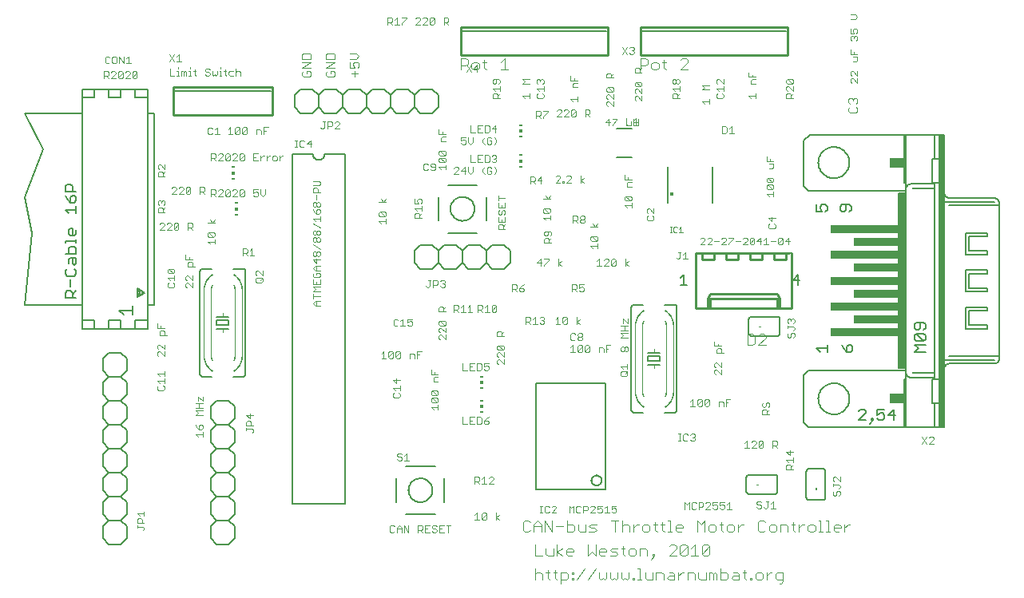
<source format=gto>
G75*
G70*
%OFA0B0*%
%FSLAX24Y24*%
%IPPOS*%
%LPD*%
%AMOC8*
5,1,8,0,0,1.08239X$1,22.5*
%
%ADD10C,0.0040*%
%ADD11C,0.0030*%
%ADD12C,0.0060*%
%ADD13R,0.0100X0.0200*%
%ADD14R,0.0050X0.0150*%
%ADD15R,0.0100X0.0100*%
%ADD16C,0.0050*%
%ADD17R,0.0118X0.0059*%
%ADD18R,0.0118X0.0118*%
%ADD19C,0.0001*%
%ADD20C,0.0020*%
%ADD21C,0.0080*%
%ADD22C,0.0070*%
%ADD23C,0.0177*%
%ADD24C,0.0100*%
%ADD25R,0.0950X0.0100*%
%ADD26R,0.0650X0.0400*%
%ADD27R,0.0300X0.7300*%
%ADD28R,0.0200X1.2200*%
%ADD29R,0.2850X0.0320*%
%ADD30R,0.1850X0.0320*%
%ADD31C,0.0000*%
D10*
X020919Y003682D02*
X020996Y003605D01*
X021150Y003605D01*
X021226Y003682D01*
X021380Y003605D02*
X021380Y003912D01*
X021533Y004066D01*
X021687Y003912D01*
X021687Y003605D01*
X021840Y003605D02*
X021840Y004066D01*
X022147Y003605D01*
X022147Y004066D01*
X022300Y003836D02*
X022607Y003836D01*
X022761Y003912D02*
X022991Y003912D01*
X023068Y003836D01*
X023068Y003682D01*
X022991Y003605D01*
X022761Y003605D01*
X022761Y004066D01*
X023221Y003912D02*
X023221Y003682D01*
X023298Y003605D01*
X023528Y003605D01*
X023528Y003912D01*
X023681Y003836D02*
X023758Y003912D01*
X023988Y003912D01*
X023912Y003759D02*
X023758Y003759D01*
X023681Y003836D01*
X023681Y003605D02*
X023912Y003605D01*
X023988Y003682D01*
X023912Y003759D01*
X024602Y004066D02*
X024909Y004066D01*
X024756Y004066D02*
X024756Y003605D01*
X025063Y003605D02*
X025063Y004066D01*
X025139Y003912D02*
X025293Y003912D01*
X025369Y003836D01*
X025369Y003605D01*
X025523Y003605D02*
X025523Y003912D01*
X025523Y003759D02*
X025676Y003912D01*
X025753Y003912D01*
X025907Y003836D02*
X025907Y003682D01*
X025983Y003605D01*
X026137Y003605D01*
X026213Y003682D01*
X026213Y003836D01*
X026137Y003912D01*
X025983Y003912D01*
X025907Y003836D01*
X026367Y003912D02*
X026520Y003912D01*
X026444Y003989D02*
X026444Y003682D01*
X026520Y003605D01*
X026750Y003682D02*
X026827Y003605D01*
X026750Y003682D02*
X026750Y003989D01*
X026674Y003912D02*
X026827Y003912D01*
X026981Y004066D02*
X027057Y004066D01*
X027057Y003605D01*
X026981Y003605D02*
X027134Y003605D01*
X027288Y003682D02*
X027288Y003836D01*
X027364Y003912D01*
X027518Y003912D01*
X027594Y003836D01*
X027594Y003759D01*
X027288Y003759D01*
X027288Y003682D02*
X027364Y003605D01*
X027518Y003605D01*
X028208Y003605D02*
X028208Y004066D01*
X028362Y003912D01*
X028515Y004066D01*
X028515Y003605D01*
X028669Y003682D02*
X028669Y003836D01*
X028745Y003912D01*
X028899Y003912D01*
X028976Y003836D01*
X028976Y003682D01*
X028899Y003605D01*
X028745Y003605D01*
X028669Y003682D01*
X029129Y003912D02*
X029282Y003912D01*
X029206Y003989D02*
X029206Y003682D01*
X029282Y003605D01*
X029436Y003682D02*
X029513Y003605D01*
X029666Y003605D01*
X029743Y003682D01*
X029743Y003836D01*
X029666Y003912D01*
X029513Y003912D01*
X029436Y003836D01*
X029436Y003682D01*
X029896Y003605D02*
X029896Y003912D01*
X029896Y003759D02*
X030050Y003912D01*
X030126Y003912D01*
X030740Y003989D02*
X030740Y003682D01*
X030817Y003605D01*
X030970Y003605D01*
X031047Y003682D01*
X031201Y003682D02*
X031201Y003836D01*
X031277Y003912D01*
X031431Y003912D01*
X031507Y003836D01*
X031507Y003682D01*
X031431Y003605D01*
X031277Y003605D01*
X031201Y003682D01*
X031661Y003605D02*
X031661Y003912D01*
X031891Y003912D01*
X031968Y003836D01*
X031968Y003605D01*
X032198Y003682D02*
X032275Y003605D01*
X032198Y003682D02*
X032198Y003989D01*
X032121Y003912D02*
X032275Y003912D01*
X032428Y003912D02*
X032428Y003605D01*
X032428Y003759D02*
X032582Y003912D01*
X032658Y003912D01*
X032812Y003836D02*
X032812Y003682D01*
X032888Y003605D01*
X033042Y003605D01*
X033119Y003682D01*
X033119Y003836D01*
X033042Y003912D01*
X032888Y003912D01*
X032812Y003836D01*
X033272Y004066D02*
X033349Y004066D01*
X033349Y003605D01*
X033272Y003605D02*
X033426Y003605D01*
X033579Y003605D02*
X033732Y003605D01*
X033656Y003605D02*
X033656Y004066D01*
X033579Y004066D01*
X033886Y003836D02*
X033963Y003912D01*
X034116Y003912D01*
X034193Y003836D01*
X034193Y003759D01*
X033886Y003759D01*
X033886Y003682D02*
X033886Y003836D01*
X033886Y003682D02*
X033963Y003605D01*
X034116Y003605D01*
X034346Y003605D02*
X034346Y003912D01*
X034346Y003759D02*
X034500Y003912D01*
X034576Y003912D01*
X031777Y001912D02*
X031547Y001912D01*
X031470Y001836D01*
X031470Y001682D01*
X031547Y001605D01*
X031777Y001605D01*
X031777Y001529D02*
X031777Y001912D01*
X031317Y001912D02*
X031240Y001912D01*
X031087Y001759D01*
X031087Y001912D02*
X031087Y001605D01*
X030933Y001682D02*
X030933Y001836D01*
X030856Y001912D01*
X030703Y001912D01*
X030626Y001836D01*
X030626Y001682D01*
X030703Y001605D01*
X030856Y001605D01*
X030933Y001682D01*
X030473Y001682D02*
X030473Y001605D01*
X030396Y001605D01*
X030396Y001682D01*
X030473Y001682D01*
X030243Y001605D02*
X030166Y001682D01*
X030166Y001989D01*
X030089Y001912D02*
X030243Y001912D01*
X029936Y001836D02*
X029936Y001605D01*
X029706Y001605D01*
X029629Y001682D01*
X029706Y001759D01*
X029936Y001759D01*
X029936Y001836D02*
X029859Y001912D01*
X029706Y001912D01*
X029475Y001836D02*
X029399Y001912D01*
X029169Y001912D01*
X029169Y002066D02*
X029169Y001605D01*
X029399Y001605D01*
X029475Y001682D01*
X029475Y001836D01*
X029015Y001836D02*
X029015Y001605D01*
X028862Y001605D02*
X028862Y001836D01*
X028938Y001912D01*
X029015Y001836D01*
X028862Y001836D02*
X028785Y001912D01*
X028708Y001912D01*
X028708Y001605D01*
X028555Y001605D02*
X028555Y001912D01*
X028555Y001605D02*
X028325Y001605D01*
X028248Y001682D01*
X028248Y001912D01*
X028094Y001836D02*
X028094Y001605D01*
X028094Y001836D02*
X028018Y001912D01*
X027788Y001912D01*
X027788Y001605D01*
X027634Y001912D02*
X027557Y001912D01*
X027404Y001759D01*
X027404Y001912D02*
X027404Y001605D01*
X027250Y001605D02*
X027020Y001605D01*
X026944Y001682D01*
X027020Y001759D01*
X027250Y001759D01*
X027250Y001836D02*
X027250Y001605D01*
X027250Y001836D02*
X027174Y001912D01*
X027020Y001912D01*
X026790Y001836D02*
X026790Y001605D01*
X026790Y001836D02*
X026713Y001912D01*
X026483Y001912D01*
X026483Y001605D01*
X026330Y001605D02*
X026330Y001912D01*
X026330Y001605D02*
X026100Y001605D01*
X026023Y001682D01*
X026023Y001912D01*
X025793Y002066D02*
X025793Y001605D01*
X025869Y001605D02*
X025716Y001605D01*
X025562Y001605D02*
X025486Y001605D01*
X025486Y001682D01*
X025562Y001682D01*
X025562Y001605D01*
X025332Y001682D02*
X025332Y001912D01*
X025332Y001682D02*
X025256Y001605D01*
X025179Y001682D01*
X025102Y001605D01*
X025025Y001682D01*
X025025Y001912D01*
X024872Y001912D02*
X024872Y001682D01*
X024795Y001605D01*
X024719Y001682D01*
X024642Y001605D01*
X024565Y001682D01*
X024565Y001912D01*
X024412Y001912D02*
X024412Y001682D01*
X024335Y001605D01*
X024258Y001682D01*
X024181Y001605D01*
X024105Y001682D01*
X024105Y001912D01*
X023951Y002066D02*
X023644Y001605D01*
X023184Y001605D02*
X023491Y002066D01*
X023031Y001912D02*
X023031Y001836D01*
X022954Y001836D01*
X022954Y001912D01*
X023031Y001912D01*
X023031Y001682D02*
X023031Y001605D01*
X022954Y001605D01*
X022954Y001682D01*
X023031Y001682D01*
X022800Y001682D02*
X022724Y001605D01*
X022494Y001605D01*
X022494Y001452D02*
X022494Y001912D01*
X022724Y001912D01*
X022800Y001836D01*
X022800Y001682D01*
X022340Y001605D02*
X022263Y001682D01*
X022263Y001989D01*
X022187Y001912D02*
X022340Y001912D01*
X022033Y001912D02*
X021880Y001912D01*
X021956Y001989D02*
X021956Y001682D01*
X022033Y001605D01*
X021726Y001605D02*
X021726Y001836D01*
X021650Y001912D01*
X021496Y001912D01*
X021419Y001836D01*
X021419Y002066D02*
X021419Y001605D01*
X021419Y002605D02*
X021726Y002605D01*
X021880Y002682D02*
X021956Y002605D01*
X022187Y002605D01*
X022187Y002912D01*
X022340Y002759D02*
X022570Y002912D01*
X022724Y002836D02*
X022800Y002912D01*
X022954Y002912D01*
X023031Y002836D01*
X023031Y002759D01*
X022724Y002759D01*
X022724Y002682D02*
X022724Y002836D01*
X022724Y002682D02*
X022800Y002605D01*
X022954Y002605D01*
X022570Y002605D02*
X022340Y002759D01*
X022340Y002605D02*
X022340Y003066D01*
X021880Y002912D02*
X021880Y002682D01*
X021419Y002605D02*
X021419Y003066D01*
X020919Y003682D02*
X020919Y003989D01*
X020996Y004066D01*
X021150Y004066D01*
X021226Y003989D01*
X021380Y003836D02*
X021687Y003836D01*
X023644Y003066D02*
X023644Y002605D01*
X023798Y002759D01*
X023951Y002605D01*
X023951Y003066D01*
X024105Y002836D02*
X024181Y002912D01*
X024335Y002912D01*
X024412Y002836D01*
X024412Y002759D01*
X024105Y002759D01*
X024105Y002682D02*
X024105Y002836D01*
X024105Y002682D02*
X024181Y002605D01*
X024335Y002605D01*
X024565Y002605D02*
X024795Y002605D01*
X024872Y002682D01*
X024795Y002759D01*
X024642Y002759D01*
X024565Y002836D01*
X024642Y002912D01*
X024872Y002912D01*
X025025Y002912D02*
X025179Y002912D01*
X025102Y002989D02*
X025102Y002682D01*
X025179Y002605D01*
X025332Y002682D02*
X025409Y002605D01*
X025563Y002605D01*
X025639Y002682D01*
X025639Y002836D01*
X025563Y002912D01*
X025409Y002912D01*
X025332Y002836D01*
X025332Y002682D01*
X025793Y002605D02*
X025793Y002912D01*
X026023Y002912D01*
X026100Y002836D01*
X026100Y002605D01*
X026253Y002452D02*
X026406Y002605D01*
X026330Y002605D01*
X026330Y002682D01*
X026406Y002682D01*
X026406Y002605D01*
X027020Y002605D02*
X027327Y002912D01*
X027327Y002989D01*
X027250Y003066D01*
X027097Y003066D01*
X027020Y002989D01*
X027481Y002989D02*
X027481Y002682D01*
X027788Y002989D01*
X027788Y002682D01*
X027711Y002605D01*
X027557Y002605D01*
X027481Y002682D01*
X027327Y002605D02*
X027020Y002605D01*
X027481Y002989D02*
X027557Y003066D01*
X027711Y003066D01*
X027788Y002989D01*
X027941Y002912D02*
X028094Y003066D01*
X028094Y002605D01*
X027941Y002605D02*
X028248Y002605D01*
X028401Y002682D02*
X028478Y002605D01*
X028632Y002605D01*
X028708Y002682D01*
X028708Y002989D01*
X028401Y002682D01*
X028401Y002989D01*
X028478Y003066D01*
X028632Y003066D01*
X028708Y002989D01*
X030740Y003989D02*
X030817Y004066D01*
X030970Y004066D01*
X031047Y003989D01*
X031777Y001529D02*
X031700Y001452D01*
X031624Y001452D01*
X025793Y002066D02*
X025716Y002066D01*
X025063Y003836D02*
X025139Y003912D01*
X030286Y011399D02*
X030516Y011399D01*
X030593Y011476D01*
X030593Y011783D01*
X030516Y011859D01*
X030286Y011859D01*
X030286Y011399D01*
X030747Y011399D02*
X031054Y011706D01*
X031054Y011783D01*
X030977Y011859D01*
X030823Y011859D01*
X030747Y011783D01*
X030747Y011399D02*
X031054Y011399D01*
X027801Y014996D02*
X027614Y014996D01*
X027708Y014996D02*
X027708Y015276D01*
X027614Y015183D01*
X027506Y015276D02*
X027413Y015276D01*
X027460Y015276D02*
X027460Y015043D01*
X027413Y014996D01*
X027366Y014996D01*
X027319Y015043D01*
X027507Y022905D02*
X027814Y023212D01*
X027814Y023289D01*
X027737Y023366D01*
X027584Y023366D01*
X027507Y023289D01*
X027507Y022905D02*
X027814Y022905D01*
X026894Y022905D02*
X026817Y022982D01*
X026817Y023289D01*
X026740Y023212D02*
X026894Y023212D01*
X026587Y023136D02*
X026510Y023212D01*
X026356Y023212D01*
X026280Y023136D01*
X026280Y022982D01*
X026356Y022905D01*
X026510Y022905D01*
X026587Y022982D01*
X026587Y023136D01*
X026126Y023136D02*
X026126Y023289D01*
X026050Y023366D01*
X025819Y023366D01*
X025819Y022905D01*
X025819Y023059D02*
X026050Y023059D01*
X026126Y023136D01*
X020314Y022905D02*
X020007Y022905D01*
X020161Y022905D02*
X020161Y023366D01*
X020007Y023212D01*
X019394Y023212D02*
X019240Y023212D01*
X019317Y023289D02*
X019317Y022982D01*
X019394Y022905D01*
X019087Y022982D02*
X019087Y023136D01*
X019010Y023212D01*
X018856Y023212D01*
X018780Y023136D01*
X018780Y022982D01*
X018856Y022905D01*
X019010Y022905D01*
X019087Y022982D01*
X018626Y023136D02*
X018626Y023289D01*
X018550Y023366D01*
X018319Y023366D01*
X018319Y022905D01*
X018319Y023059D02*
X018550Y023059D01*
X018626Y023136D01*
D11*
X018564Y023091D02*
X018758Y022800D01*
X018859Y022945D02*
X019052Y022945D01*
X019004Y022800D02*
X019004Y023091D01*
X018859Y022945D01*
X018758Y023091D02*
X018564Y022800D01*
X019664Y022451D02*
X019664Y022354D01*
X019713Y022306D01*
X019761Y022306D01*
X019809Y022354D01*
X019809Y022499D01*
X019713Y022499D02*
X019664Y022451D01*
X019713Y022499D02*
X019906Y022499D01*
X019954Y022451D01*
X019954Y022354D01*
X019906Y022306D01*
X019954Y022205D02*
X019954Y022011D01*
X019954Y022108D02*
X019664Y022108D01*
X019761Y022011D01*
X019809Y021910D02*
X019858Y021862D01*
X019858Y021716D01*
X019954Y021716D02*
X019664Y021716D01*
X019664Y021862D01*
X019713Y021910D01*
X019809Y021910D01*
X019858Y021813D02*
X019954Y021910D01*
X020914Y021813D02*
X021204Y021813D01*
X021204Y021716D02*
X021204Y021910D01*
X021011Y021716D02*
X020914Y021813D01*
X021500Y021852D02*
X021548Y021900D01*
X021500Y021852D02*
X021500Y021755D01*
X021548Y021707D01*
X021742Y021707D01*
X021790Y021755D01*
X021790Y021852D01*
X021742Y021900D01*
X021790Y022001D02*
X021790Y022195D01*
X021790Y022098D02*
X021500Y022098D01*
X021596Y022001D01*
X021548Y022296D02*
X021500Y022344D01*
X021500Y022441D01*
X021548Y022489D01*
X021596Y022489D01*
X021645Y022441D01*
X021693Y022489D01*
X021742Y022489D01*
X021790Y022441D01*
X021790Y022344D01*
X021742Y022296D01*
X021645Y022393D02*
X021645Y022441D01*
X021204Y022499D02*
X020914Y022499D01*
X021011Y022402D01*
X020914Y022306D01*
X021204Y022306D01*
X021475Y021171D02*
X021620Y021171D01*
X021669Y021122D01*
X021669Y021025D01*
X021620Y020977D01*
X021475Y020977D01*
X021475Y020880D02*
X021475Y021171D01*
X021572Y020977D02*
X021669Y020880D01*
X021770Y020880D02*
X021770Y020929D01*
X021963Y021122D01*
X021963Y021171D01*
X021770Y021171D01*
X022341Y021172D02*
X022389Y021221D01*
X022486Y021221D01*
X022535Y021172D01*
X022535Y021124D01*
X022341Y020930D01*
X022535Y020930D01*
X022636Y020930D02*
X022829Y021124D01*
X022829Y021172D01*
X022781Y021221D01*
X022684Y021221D01*
X022636Y021172D01*
X022636Y020930D02*
X022829Y020930D01*
X022930Y020979D02*
X023124Y021172D01*
X023124Y020979D01*
X023076Y020930D01*
X022979Y020930D01*
X022930Y020979D01*
X022930Y021172D01*
X022979Y021221D01*
X023076Y021221D01*
X023124Y021172D01*
X023520Y021221D02*
X023520Y020930D01*
X023520Y021027D02*
X023665Y021027D01*
X023713Y021075D01*
X023713Y021172D01*
X023665Y021221D01*
X023520Y021221D01*
X023616Y021027D02*
X023713Y020930D01*
X024360Y020699D02*
X024554Y020699D01*
X024655Y020602D02*
X024655Y020554D01*
X024655Y020602D02*
X024849Y020796D01*
X024849Y020844D01*
X024655Y020844D01*
X024506Y020844D02*
X024360Y020699D01*
X024506Y020554D02*
X024506Y020844D01*
X024463Y021377D02*
X024414Y021425D01*
X024414Y021522D01*
X024463Y021571D01*
X024511Y021571D01*
X024704Y021377D01*
X024704Y021571D01*
X024704Y021672D02*
X024511Y021865D01*
X024463Y021865D01*
X024414Y021817D01*
X024414Y021720D01*
X024463Y021672D01*
X024704Y021672D02*
X024704Y021865D01*
X024656Y021966D02*
X024463Y021966D01*
X024414Y022015D01*
X024414Y022112D01*
X024463Y022160D01*
X024656Y021966D01*
X024704Y022015D01*
X024704Y022112D01*
X024656Y022160D01*
X024463Y022160D01*
X024414Y022556D02*
X024414Y022701D01*
X024463Y022749D01*
X024559Y022749D01*
X024608Y022701D01*
X024608Y022556D01*
X024704Y022556D02*
X024414Y022556D01*
X024608Y022652D02*
X024704Y022749D01*
X025594Y022779D02*
X025594Y022924D01*
X025643Y022972D01*
X025739Y022972D01*
X025788Y022924D01*
X025788Y022779D01*
X025884Y022779D02*
X025594Y022779D01*
X025788Y022876D02*
X025884Y022972D01*
X025504Y023550D02*
X025407Y023550D01*
X025359Y023599D01*
X025258Y023550D02*
X025064Y023841D01*
X025258Y023841D02*
X025064Y023550D01*
X025359Y023792D02*
X025407Y023841D01*
X025504Y023841D01*
X025552Y023792D01*
X025552Y023744D01*
X025504Y023695D01*
X025552Y023647D01*
X025552Y023599D01*
X025504Y023550D01*
X025504Y023695D02*
X025456Y023695D01*
X027164Y022451D02*
X027213Y022499D01*
X027261Y022499D01*
X027309Y022451D01*
X027309Y022354D01*
X027261Y022306D01*
X027213Y022306D01*
X027164Y022354D01*
X027164Y022451D01*
X027309Y022451D02*
X027358Y022499D01*
X027406Y022499D01*
X027454Y022451D01*
X027454Y022354D01*
X027406Y022306D01*
X027358Y022306D01*
X027309Y022354D01*
X027454Y022205D02*
X027454Y022011D01*
X027454Y022108D02*
X027164Y022108D01*
X027261Y022011D01*
X027309Y021910D02*
X027358Y021862D01*
X027358Y021716D01*
X027454Y021716D02*
X027164Y021716D01*
X027164Y021862D01*
X027213Y021910D01*
X027309Y021910D01*
X027358Y021813D02*
X027454Y021910D01*
X028414Y022056D02*
X028511Y022152D01*
X028414Y022249D01*
X028704Y022249D01*
X028704Y022056D02*
X028414Y022056D01*
X028704Y021660D02*
X028704Y021466D01*
X028704Y021563D02*
X028414Y021563D01*
X028511Y021466D01*
X029000Y021755D02*
X029048Y021707D01*
X029242Y021707D01*
X029290Y021755D01*
X029290Y021852D01*
X029242Y021900D01*
X029290Y022001D02*
X029290Y022195D01*
X029290Y022098D02*
X029000Y022098D01*
X029096Y022001D01*
X029048Y021900D02*
X029000Y021852D01*
X029000Y021755D01*
X029048Y022296D02*
X029000Y022344D01*
X029000Y022441D01*
X029048Y022489D01*
X029096Y022489D01*
X029290Y022296D01*
X029290Y022489D01*
X030342Y022591D02*
X030342Y022784D01*
X030487Y022687D02*
X030487Y022591D01*
X030487Y022489D02*
X030632Y022489D01*
X030632Y022591D02*
X030342Y022591D01*
X030487Y022489D02*
X030439Y022441D01*
X030439Y022296D01*
X030632Y022296D01*
X030632Y021900D02*
X030632Y021707D01*
X030632Y021803D02*
X030342Y021803D01*
X030439Y021707D01*
X031914Y021716D02*
X031914Y021862D01*
X031963Y021910D01*
X032059Y021910D01*
X032108Y021862D01*
X032108Y021716D01*
X032204Y021716D02*
X031914Y021716D01*
X032108Y021813D02*
X032204Y021910D01*
X032204Y022011D02*
X032011Y022205D01*
X031963Y022205D01*
X031914Y022156D01*
X031914Y022059D01*
X031963Y022011D01*
X032204Y022011D02*
X032204Y022205D01*
X032156Y022306D02*
X031963Y022499D01*
X032156Y022499D01*
X032204Y022451D01*
X032204Y022354D01*
X032156Y022306D01*
X031963Y022306D01*
X031914Y022354D01*
X031914Y022451D01*
X031963Y022499D01*
X034594Y022495D02*
X034594Y022399D01*
X034643Y022350D01*
X034594Y022495D02*
X034643Y022544D01*
X034691Y022544D01*
X034884Y022350D01*
X034884Y022544D01*
X034884Y022645D02*
X034691Y022838D01*
X034643Y022838D01*
X034594Y022790D01*
X034594Y022693D01*
X034643Y022645D01*
X034884Y022645D02*
X034884Y022838D01*
X034836Y023234D02*
X034691Y023234D01*
X034836Y023234D02*
X034884Y023283D01*
X034884Y023428D01*
X034691Y023428D01*
X034739Y023529D02*
X034739Y023626D01*
X034594Y023722D02*
X034594Y023529D01*
X034884Y023529D01*
X034836Y024118D02*
X034884Y024167D01*
X034884Y024263D01*
X034836Y024312D01*
X034788Y024312D01*
X034739Y024263D01*
X034739Y024215D01*
X034739Y024263D02*
X034691Y024312D01*
X034643Y024312D01*
X034594Y024263D01*
X034594Y024167D01*
X034643Y024118D01*
X034594Y024413D02*
X034739Y024413D01*
X034691Y024510D01*
X034691Y024558D01*
X034739Y024606D01*
X034836Y024606D01*
X034884Y024558D01*
X034884Y024461D01*
X034836Y024413D01*
X034594Y024413D02*
X034594Y024606D01*
X034594Y025002D02*
X034788Y025002D01*
X034884Y025099D01*
X034788Y025196D01*
X034594Y025196D01*
X034576Y021716D02*
X034638Y021716D01*
X034699Y021654D01*
X034761Y021716D01*
X034823Y021716D01*
X034884Y021654D01*
X034884Y021530D01*
X034823Y021469D01*
X034823Y021347D02*
X034884Y021286D01*
X034884Y021162D01*
X034823Y021100D01*
X034576Y021100D01*
X034514Y021162D01*
X034514Y021286D01*
X034576Y021347D01*
X034576Y021469D02*
X034514Y021530D01*
X034514Y021654D01*
X034576Y021716D01*
X034699Y021654D02*
X034699Y021592D01*
X031384Y019074D02*
X031094Y019074D01*
X031094Y019267D01*
X031239Y019170D02*
X031239Y019074D01*
X031191Y018972D02*
X031384Y018972D01*
X031384Y018827D01*
X031336Y018779D01*
X031191Y018779D01*
X031143Y018383D02*
X031094Y018335D01*
X031094Y018238D01*
X031143Y018190D01*
X031336Y018190D01*
X031143Y018383D01*
X031336Y018383D01*
X031384Y018335D01*
X031384Y018238D01*
X031336Y018190D01*
X031336Y018088D02*
X031384Y018040D01*
X031384Y017943D01*
X031336Y017895D01*
X031143Y018088D01*
X031336Y018088D01*
X031336Y017895D02*
X031143Y017895D01*
X031094Y017943D01*
X031094Y018040D01*
X031143Y018088D01*
X031384Y017794D02*
X031384Y017600D01*
X031384Y017697D02*
X031094Y017697D01*
X031191Y017600D01*
X031309Y016749D02*
X031309Y016556D01*
X031164Y016701D01*
X031454Y016701D01*
X031406Y016455D02*
X031454Y016406D01*
X031454Y016309D01*
X031406Y016261D01*
X031213Y016261D01*
X031164Y016309D01*
X031164Y016406D01*
X031213Y016455D01*
X031072Y015881D02*
X031072Y015591D01*
X030975Y015591D02*
X031169Y015591D01*
X031270Y015736D02*
X031463Y015736D01*
X031564Y015639D02*
X031758Y015833D01*
X031758Y015639D01*
X031710Y015591D01*
X031613Y015591D01*
X031564Y015639D01*
X031564Y015833D01*
X031613Y015881D01*
X031710Y015881D01*
X031758Y015833D01*
X031859Y015736D02*
X032053Y015736D01*
X032004Y015591D02*
X032004Y015881D01*
X031859Y015736D01*
X031072Y015881D02*
X030975Y015784D01*
X030874Y015736D02*
X030680Y015736D01*
X030826Y015881D01*
X030826Y015591D01*
X030579Y015639D02*
X030579Y015833D01*
X030386Y015639D01*
X030434Y015591D01*
X030531Y015591D01*
X030579Y015639D01*
X030386Y015639D02*
X030386Y015833D01*
X030434Y015881D01*
X030531Y015881D01*
X030579Y015833D01*
X030285Y015833D02*
X030285Y015784D01*
X030091Y015591D01*
X030285Y015591D01*
X030285Y015833D02*
X030236Y015881D01*
X030140Y015881D01*
X030091Y015833D01*
X029990Y015736D02*
X029797Y015736D01*
X029695Y015833D02*
X029502Y015639D01*
X029502Y015591D01*
X029401Y015591D02*
X029207Y015591D01*
X029401Y015784D01*
X029401Y015833D01*
X029352Y015881D01*
X029256Y015881D01*
X029207Y015833D01*
X029106Y015736D02*
X028913Y015736D01*
X028811Y015784D02*
X028811Y015833D01*
X028763Y015881D01*
X028666Y015881D01*
X028618Y015833D01*
X028517Y015833D02*
X028468Y015881D01*
X028372Y015881D01*
X028323Y015833D01*
X028517Y015833D02*
X028517Y015784D01*
X028323Y015591D01*
X028517Y015591D01*
X028618Y015591D02*
X028811Y015784D01*
X028811Y015591D02*
X028618Y015591D01*
X029502Y015881D02*
X029695Y015881D01*
X029695Y015833D01*
X026384Y016649D02*
X026336Y016600D01*
X026143Y016600D01*
X026094Y016649D01*
X026094Y016745D01*
X026143Y016794D01*
X026143Y016895D02*
X026094Y016943D01*
X026094Y017040D01*
X026143Y017088D01*
X026191Y017088D01*
X026384Y016895D01*
X026384Y017088D01*
X026336Y016794D02*
X026384Y016745D01*
X026384Y016649D01*
X025454Y017127D02*
X025454Y017321D01*
X025454Y017224D02*
X025164Y017224D01*
X025261Y017127D01*
X025213Y017422D02*
X025164Y017470D01*
X025164Y017567D01*
X025213Y017615D01*
X025406Y017422D01*
X025454Y017470D01*
X025454Y017567D01*
X025406Y017615D01*
X025213Y017615D01*
X025213Y017422D02*
X025406Y017422D01*
X025454Y018011D02*
X025261Y018011D01*
X025261Y018156D01*
X025309Y018205D01*
X025454Y018205D01*
X025454Y018306D02*
X025164Y018306D01*
X025164Y018499D01*
X025309Y018402D02*
X025309Y018306D01*
X023464Y018374D02*
X023319Y018277D01*
X023464Y018180D01*
X023319Y018180D02*
X023319Y018471D01*
X022923Y018422D02*
X022875Y018471D01*
X022778Y018471D01*
X022730Y018422D01*
X022923Y018422D02*
X022923Y018374D01*
X022730Y018180D01*
X022923Y018180D01*
X022631Y018180D02*
X022582Y018180D01*
X022582Y018229D01*
X022631Y018229D01*
X022631Y018180D01*
X022481Y018180D02*
X022288Y018180D01*
X022481Y018374D01*
X022481Y018422D01*
X022433Y018471D01*
X022336Y018471D01*
X022288Y018422D01*
X021713Y018275D02*
X021520Y018275D01*
X021665Y018421D01*
X021665Y018130D01*
X021419Y018130D02*
X021322Y018227D01*
X021370Y018227D02*
X021225Y018227D01*
X021225Y018130D02*
X021225Y018421D01*
X021370Y018421D01*
X021419Y018372D01*
X021419Y018275D01*
X021370Y018227D01*
X021861Y017650D02*
X021958Y017505D01*
X022054Y017650D01*
X022054Y017505D02*
X021764Y017505D01*
X021813Y017109D02*
X022006Y016916D01*
X022054Y016964D01*
X022054Y017061D01*
X022006Y017109D01*
X021813Y017109D01*
X021764Y017061D01*
X021764Y016964D01*
X021813Y016916D01*
X022006Y016916D01*
X022054Y016814D02*
X022054Y016621D01*
X022054Y016718D02*
X021764Y016718D01*
X021861Y016621D01*
X021863Y016149D02*
X021814Y016101D01*
X021814Y016004D01*
X021863Y015956D01*
X021911Y015956D01*
X021959Y016004D01*
X021959Y016149D01*
X021863Y016149D02*
X022056Y016149D01*
X022104Y016101D01*
X022104Y016004D01*
X022056Y015956D01*
X022104Y015855D02*
X022008Y015758D01*
X022008Y015806D02*
X022008Y015661D01*
X022104Y015661D02*
X021814Y015661D01*
X021814Y015806D01*
X021863Y015855D01*
X021959Y015855D01*
X022008Y015806D01*
X022002Y014991D02*
X022002Y014942D01*
X021809Y014749D01*
X021809Y014700D01*
X021659Y014700D02*
X021659Y014991D01*
X021514Y014845D01*
X021708Y014845D01*
X021809Y014991D02*
X022002Y014991D01*
X022398Y014991D02*
X022398Y014700D01*
X022398Y014797D02*
X022543Y014894D01*
X022398Y014797D02*
X022543Y014700D01*
X022975Y013921D02*
X023120Y013921D01*
X023169Y013872D01*
X023169Y013775D01*
X023120Y013727D01*
X022975Y013727D01*
X022975Y013630D02*
X022975Y013921D01*
X023072Y013727D02*
X023169Y013630D01*
X023270Y013679D02*
X023318Y013630D01*
X023415Y013630D01*
X023463Y013679D01*
X023463Y013775D01*
X023415Y013824D01*
X023366Y013824D01*
X023270Y013775D01*
X023270Y013921D01*
X023463Y013921D01*
X024014Y014700D02*
X024208Y014700D01*
X024111Y014700D02*
X024111Y014991D01*
X024014Y014894D01*
X024309Y014942D02*
X024357Y014991D01*
X024454Y014991D01*
X024502Y014942D01*
X024502Y014894D01*
X024309Y014700D01*
X024502Y014700D01*
X024604Y014749D02*
X024797Y014942D01*
X024797Y014749D01*
X024749Y014700D01*
X024652Y014700D01*
X024604Y014749D01*
X024604Y014942D01*
X024652Y014991D01*
X024749Y014991D01*
X024797Y014942D01*
X025193Y014991D02*
X025193Y014700D01*
X025193Y014797D02*
X025338Y014700D01*
X025193Y014797D02*
X025338Y014894D01*
X024034Y015450D02*
X024034Y015644D01*
X024034Y015547D02*
X023744Y015547D01*
X023841Y015450D01*
X023793Y015745D02*
X023744Y015793D01*
X023744Y015890D01*
X023793Y015938D01*
X023986Y015745D01*
X024034Y015793D01*
X024034Y015890D01*
X023986Y015938D01*
X023793Y015938D01*
X023793Y015745D02*
X023986Y015745D01*
X023938Y016334D02*
X023841Y016479D01*
X023938Y016334D02*
X024034Y016479D01*
X024034Y016334D02*
X023744Y016334D01*
X023502Y016549D02*
X023454Y016500D01*
X023357Y016500D01*
X023309Y016549D01*
X023309Y016597D01*
X023357Y016645D01*
X023454Y016645D01*
X023502Y016597D01*
X023502Y016549D01*
X023454Y016645D02*
X023502Y016694D01*
X023502Y016742D01*
X023454Y016791D01*
X023357Y016791D01*
X023309Y016742D01*
X023309Y016694D01*
X023357Y016645D01*
X023208Y016645D02*
X023159Y016597D01*
X023014Y016597D01*
X023014Y016500D02*
X023014Y016791D01*
X023159Y016791D01*
X023208Y016742D01*
X023208Y016645D01*
X023111Y016597D02*
X023208Y016500D01*
X020184Y016545D02*
X020184Y016738D01*
X020136Y016840D02*
X020184Y016888D01*
X020184Y016985D01*
X020136Y017033D01*
X020088Y017033D01*
X020039Y016985D01*
X020039Y016888D01*
X019991Y016840D01*
X019943Y016840D01*
X019894Y016888D01*
X019894Y016985D01*
X019943Y017033D01*
X019894Y017134D02*
X020184Y017134D01*
X020184Y017328D01*
X020039Y017231D02*
X020039Y017134D01*
X019894Y017134D02*
X019894Y017328D01*
X019894Y017429D02*
X019894Y017622D01*
X019894Y017526D02*
X020184Y017526D01*
X019894Y016738D02*
X019894Y016545D01*
X020184Y016545D01*
X020184Y016444D02*
X020088Y016347D01*
X020088Y016395D02*
X020088Y016250D01*
X020184Y016250D02*
X019894Y016250D01*
X019894Y016395D01*
X019943Y016444D01*
X020039Y016444D01*
X020088Y016395D01*
X020039Y016545D02*
X020039Y016642D01*
X019718Y018530D02*
X019815Y018627D01*
X019815Y018724D01*
X019718Y018821D01*
X019617Y018772D02*
X019568Y018821D01*
X019472Y018821D01*
X019423Y018772D01*
X019423Y018579D01*
X019472Y018530D01*
X019568Y018530D01*
X019617Y018579D01*
X019617Y018675D01*
X019520Y018675D01*
X019324Y018530D02*
X019227Y018627D01*
X019227Y018724D01*
X019324Y018821D01*
X019325Y019030D02*
X019470Y019030D01*
X019519Y019079D01*
X019519Y019272D01*
X019470Y019321D01*
X019325Y019321D01*
X019325Y019030D01*
X019224Y019030D02*
X019030Y019030D01*
X019030Y019321D01*
X019224Y019321D01*
X019127Y019175D02*
X019030Y019175D01*
X018929Y019030D02*
X018736Y019030D01*
X018736Y019321D01*
X018734Y019780D02*
X018831Y019877D01*
X018831Y020071D01*
X018638Y020071D02*
X018638Y019877D01*
X018734Y019780D01*
X018536Y019829D02*
X018488Y019780D01*
X018391Y019780D01*
X018343Y019829D01*
X018343Y019925D02*
X018440Y019974D01*
X018488Y019974D01*
X018536Y019925D01*
X018536Y019829D01*
X018343Y019925D02*
X018343Y020071D01*
X018536Y020071D01*
X018736Y020280D02*
X018929Y020280D01*
X019030Y020280D02*
X019224Y020280D01*
X019325Y020280D02*
X019325Y020571D01*
X019470Y020571D01*
X019519Y020522D01*
X019519Y020329D01*
X019470Y020280D01*
X019325Y020280D01*
X019324Y020071D02*
X019227Y019974D01*
X019227Y019877D01*
X019324Y019780D01*
X019423Y019829D02*
X019472Y019780D01*
X019568Y019780D01*
X019617Y019829D01*
X019617Y019925D01*
X019520Y019925D01*
X019423Y019829D02*
X019423Y020022D01*
X019472Y020071D01*
X019568Y020071D01*
X019617Y020022D01*
X019718Y020071D02*
X019815Y019974D01*
X019815Y019877D01*
X019718Y019780D01*
X019765Y019321D02*
X019813Y019272D01*
X019813Y019224D01*
X019765Y019175D01*
X019813Y019127D01*
X019813Y019079D01*
X019765Y019030D01*
X019668Y019030D01*
X019620Y019079D01*
X019716Y019175D02*
X019765Y019175D01*
X019765Y019321D02*
X019668Y019321D01*
X019620Y019272D01*
X018831Y018821D02*
X018831Y018627D01*
X018734Y018530D01*
X018638Y018627D01*
X018638Y018821D01*
X018488Y018821D02*
X018343Y018675D01*
X018536Y018675D01*
X018488Y018530D02*
X018488Y018821D01*
X018242Y018772D02*
X018242Y018724D01*
X018048Y018530D01*
X018242Y018530D01*
X018242Y018772D02*
X018193Y018821D01*
X018097Y018821D01*
X018048Y018772D01*
X017706Y018726D02*
X017706Y018920D01*
X017706Y018823D02*
X017416Y018823D01*
X017513Y018726D01*
X017259Y018743D02*
X017259Y018937D01*
X017210Y018985D01*
X017114Y018985D01*
X017065Y018937D01*
X017065Y018888D01*
X017114Y018840D01*
X017259Y018840D01*
X017259Y018743D02*
X017210Y018695D01*
X017114Y018695D01*
X017065Y018743D01*
X016964Y018743D02*
X016916Y018695D01*
X016819Y018695D01*
X016771Y018743D01*
X016771Y018937D01*
X016819Y018985D01*
X016916Y018985D01*
X016964Y018937D01*
X017416Y019069D02*
X017416Y019166D01*
X017464Y019214D01*
X017658Y019021D01*
X017706Y019069D01*
X017706Y019166D01*
X017658Y019214D01*
X017464Y019214D01*
X017464Y019315D02*
X017416Y019364D01*
X017416Y019461D01*
X017464Y019509D01*
X017658Y019315D01*
X017706Y019364D01*
X017706Y019461D01*
X017658Y019509D01*
X017464Y019509D01*
X017464Y019315D02*
X017658Y019315D01*
X017658Y019021D02*
X017464Y019021D01*
X017416Y019069D01*
X017513Y019905D02*
X017513Y020050D01*
X017561Y020098D01*
X017706Y020098D01*
X017706Y020199D02*
X017416Y020199D01*
X017416Y020393D01*
X017561Y020296D02*
X017561Y020199D01*
X017513Y019905D02*
X017706Y019905D01*
X018736Y020280D02*
X018736Y020571D01*
X019030Y020571D02*
X019030Y020280D01*
X019030Y020425D02*
X019127Y020425D01*
X019224Y020571D02*
X019030Y020571D01*
X019620Y020425D02*
X019813Y020425D01*
X019765Y020280D02*
X019765Y020571D01*
X019620Y020425D01*
X022916Y021662D02*
X023206Y021662D01*
X023206Y021565D02*
X023206Y021759D01*
X023013Y021565D02*
X022916Y021662D01*
X023013Y022155D02*
X023013Y022300D01*
X023061Y022348D01*
X023206Y022348D01*
X023206Y022449D02*
X022916Y022449D01*
X022916Y022643D01*
X023061Y022546D02*
X023061Y022449D01*
X023013Y022155D02*
X023206Y022155D01*
X025244Y020862D02*
X025244Y020572D01*
X025438Y020572D01*
X025438Y020554D02*
X025438Y020747D01*
X025539Y020765D02*
X025636Y020862D01*
X025636Y020572D01*
X025732Y020572D02*
X025539Y020572D01*
X025539Y020554D02*
X025539Y020844D01*
X025539Y020699D02*
X025732Y020699D01*
X025732Y020844D02*
X025732Y020554D01*
X025438Y020554D02*
X025293Y020554D01*
X025244Y020602D01*
X025244Y020747D01*
X025643Y021600D02*
X025594Y021649D01*
X025594Y021745D01*
X025643Y021794D01*
X025691Y021794D01*
X025884Y021600D01*
X025884Y021794D01*
X025884Y021895D02*
X025691Y022088D01*
X025643Y022088D01*
X025594Y022040D01*
X025594Y021943D01*
X025643Y021895D01*
X025884Y021895D02*
X025884Y022088D01*
X025836Y022190D02*
X025643Y022383D01*
X025836Y022383D01*
X025884Y022335D01*
X025884Y022238D01*
X025836Y022190D01*
X025643Y022190D01*
X025594Y022238D01*
X025594Y022335D01*
X025643Y022383D01*
X029231Y020534D02*
X029231Y020244D01*
X029376Y020244D01*
X029425Y020292D01*
X029425Y020486D01*
X029376Y020534D01*
X029231Y020534D01*
X029526Y020438D02*
X029623Y020534D01*
X029623Y020244D01*
X029719Y020244D02*
X029526Y020244D01*
X020963Y013921D02*
X020866Y013872D01*
X020770Y013775D01*
X020915Y013775D01*
X020963Y013727D01*
X020963Y013679D01*
X020915Y013630D01*
X020818Y013630D01*
X020770Y013679D01*
X020770Y013775D01*
X020669Y013775D02*
X020620Y013727D01*
X020475Y013727D01*
X020475Y013630D02*
X020475Y013921D01*
X020620Y013921D01*
X020669Y013872D01*
X020669Y013775D01*
X020572Y013727D02*
X020669Y013630D01*
X019813Y013022D02*
X019620Y012829D01*
X019668Y012780D01*
X019765Y012780D01*
X019813Y012829D01*
X019813Y013022D01*
X019765Y013071D01*
X019668Y013071D01*
X019620Y013022D01*
X019620Y012829D01*
X019519Y012780D02*
X019325Y012780D01*
X019422Y012780D02*
X019422Y013071D01*
X019325Y012974D01*
X019224Y013022D02*
X019224Y012925D01*
X019176Y012877D01*
X019030Y012877D01*
X019030Y012780D02*
X019030Y013071D01*
X019176Y013071D01*
X019224Y013022D01*
X019127Y012877D02*
X019224Y012780D01*
X018813Y012780D02*
X018620Y012780D01*
X018716Y012780D02*
X018716Y013071D01*
X018620Y012974D01*
X018519Y012780D02*
X018325Y012780D01*
X018422Y012780D02*
X018422Y013071D01*
X018325Y012974D01*
X018224Y013022D02*
X018224Y012925D01*
X018176Y012877D01*
X018030Y012877D01*
X018030Y012780D02*
X018030Y013071D01*
X018176Y013071D01*
X018224Y013022D01*
X018127Y012877D02*
X018224Y012780D01*
X017704Y012806D02*
X017414Y012806D01*
X017414Y012951D01*
X017463Y012999D01*
X017559Y012999D01*
X017608Y012951D01*
X017608Y012806D01*
X017608Y012902D02*
X017704Y012999D01*
X017656Y012410D02*
X017463Y012410D01*
X017656Y012216D01*
X017704Y012265D01*
X017704Y012362D01*
X017656Y012410D01*
X017463Y012410D02*
X017414Y012362D01*
X017414Y012265D01*
X017463Y012216D01*
X017656Y012216D01*
X017704Y012115D02*
X017704Y011922D01*
X017511Y012115D01*
X017463Y012115D01*
X017414Y012067D01*
X017414Y011970D01*
X017463Y011922D01*
X017463Y011821D02*
X017414Y011772D01*
X017414Y011675D01*
X017463Y011627D01*
X017463Y011821D02*
X017511Y011821D01*
X017704Y011627D01*
X017704Y011821D01*
X016687Y011143D02*
X016494Y011143D01*
X016494Y010852D01*
X016393Y010852D02*
X016393Y010997D01*
X016344Y011046D01*
X016199Y011046D01*
X016199Y010852D01*
X016494Y010997D02*
X016591Y010997D01*
X015803Y010901D02*
X015755Y010852D01*
X015658Y010852D01*
X015610Y010901D01*
X015803Y011094D01*
X015803Y010901D01*
X015610Y010901D02*
X015610Y011094D01*
X015658Y011143D01*
X015755Y011143D01*
X015803Y011094D01*
X015509Y011094D02*
X015315Y010901D01*
X015364Y010852D01*
X015460Y010852D01*
X015509Y010901D01*
X015509Y011094D01*
X015460Y011143D01*
X015364Y011143D01*
X015315Y011094D01*
X015315Y010901D01*
X015214Y010852D02*
X015021Y010852D01*
X015117Y010852D02*
X015117Y011143D01*
X015021Y011046D01*
X015500Y009941D02*
X015645Y009796D01*
X015645Y009989D01*
X015790Y009941D02*
X015500Y009941D01*
X015500Y009598D02*
X015790Y009598D01*
X015790Y009501D02*
X015790Y009695D01*
X015596Y009501D02*
X015500Y009598D01*
X015548Y009400D02*
X015500Y009352D01*
X015500Y009255D01*
X015548Y009207D01*
X015742Y009207D01*
X015790Y009255D01*
X015790Y009352D01*
X015742Y009400D01*
X017092Y009441D02*
X017141Y009489D01*
X017334Y009296D01*
X017382Y009344D01*
X017382Y009441D01*
X017334Y009489D01*
X017141Y009489D01*
X017092Y009441D02*
X017092Y009344D01*
X017141Y009296D01*
X017334Y009296D01*
X017334Y009195D02*
X017141Y009195D01*
X017334Y009001D01*
X017382Y009050D01*
X017382Y009146D01*
X017334Y009195D01*
X017141Y009195D02*
X017092Y009146D01*
X017092Y009050D01*
X017141Y009001D01*
X017334Y009001D01*
X017382Y008900D02*
X017382Y008707D01*
X017382Y008803D02*
X017092Y008803D01*
X017189Y008707D01*
X018414Y008391D02*
X018414Y008100D01*
X018608Y008100D01*
X018709Y008100D02*
X018902Y008100D01*
X019004Y008100D02*
X019149Y008100D01*
X019197Y008149D01*
X019197Y008342D01*
X019149Y008391D01*
X019004Y008391D01*
X019004Y008100D01*
X018806Y008245D02*
X018709Y008245D01*
X018709Y008100D02*
X018709Y008391D01*
X018902Y008391D01*
X019298Y008245D02*
X019298Y008149D01*
X019347Y008100D01*
X019443Y008100D01*
X019492Y008149D01*
X019492Y008197D01*
X019443Y008245D01*
X019298Y008245D01*
X019395Y008342D01*
X019492Y008391D01*
X017382Y009885D02*
X017189Y009885D01*
X017189Y010030D01*
X017237Y010079D01*
X017382Y010079D01*
X017382Y010180D02*
X017092Y010180D01*
X017092Y010373D01*
X017237Y010277D02*
X017237Y010180D01*
X018414Y010350D02*
X018414Y010641D01*
X018414Y010350D02*
X018608Y010350D01*
X018709Y010350D02*
X018902Y010350D01*
X019004Y010350D02*
X019149Y010350D01*
X019197Y010399D01*
X019197Y010592D01*
X019149Y010641D01*
X019004Y010641D01*
X019004Y010350D01*
X018806Y010495D02*
X018709Y010495D01*
X018709Y010350D02*
X018709Y010641D01*
X018902Y010641D01*
X019298Y010641D02*
X019298Y010495D01*
X019395Y010544D01*
X019443Y010544D01*
X019492Y010495D01*
X019492Y010399D01*
X019443Y010350D01*
X019347Y010350D01*
X019298Y010399D01*
X019298Y010641D02*
X019492Y010641D01*
X019844Y010649D02*
X019893Y010600D01*
X019844Y010649D02*
X019844Y010745D01*
X019893Y010794D01*
X019941Y010794D01*
X020134Y010600D01*
X020134Y010794D01*
X020134Y010895D02*
X019941Y011088D01*
X019893Y011088D01*
X019844Y011040D01*
X019844Y010943D01*
X019893Y010895D01*
X020134Y010895D02*
X020134Y011088D01*
X020086Y011190D02*
X019893Y011383D01*
X020086Y011383D01*
X020134Y011335D01*
X020134Y011238D01*
X020086Y011190D01*
X019893Y011190D01*
X019844Y011238D01*
X019844Y011335D01*
X019893Y011383D01*
X019844Y011779D02*
X019844Y011924D01*
X019893Y011972D01*
X019989Y011972D01*
X020038Y011924D01*
X020038Y011779D01*
X020134Y011779D02*
X019844Y011779D01*
X020038Y011876D02*
X020134Y011972D01*
X021030Y012280D02*
X021030Y012571D01*
X021176Y012571D01*
X021224Y012522D01*
X021224Y012425D01*
X021176Y012377D01*
X021030Y012377D01*
X021127Y012377D02*
X021224Y012280D01*
X021325Y012280D02*
X021519Y012280D01*
X021422Y012280D02*
X021422Y012571D01*
X021325Y012474D01*
X021620Y012522D02*
X021668Y012571D01*
X021765Y012571D01*
X021813Y012522D01*
X021813Y012474D01*
X021765Y012425D01*
X021813Y012377D01*
X021813Y012329D01*
X021765Y012280D01*
X021668Y012280D01*
X021620Y012329D01*
X021716Y012425D02*
X021765Y012425D01*
X022285Y012474D02*
X022382Y012571D01*
X022382Y012280D01*
X022478Y012280D02*
X022285Y012280D01*
X022580Y012329D02*
X022773Y012522D01*
X022773Y012329D01*
X022725Y012280D01*
X022628Y012280D01*
X022580Y012329D01*
X022580Y012522D01*
X022628Y012571D01*
X022725Y012571D01*
X022773Y012522D01*
X023169Y012571D02*
X023169Y012280D01*
X023169Y012377D02*
X023314Y012474D01*
X023169Y012377D02*
X023314Y012280D01*
X023354Y011891D02*
X023257Y011891D01*
X023209Y011842D01*
X023209Y011794D01*
X023257Y011745D01*
X023354Y011745D01*
X023402Y011697D01*
X023402Y011649D01*
X023354Y011600D01*
X023257Y011600D01*
X023209Y011649D01*
X023209Y011697D01*
X023257Y011745D01*
X023354Y011745D02*
X023402Y011794D01*
X023402Y011842D01*
X023354Y011891D01*
X023108Y011842D02*
X023059Y011891D01*
X022963Y011891D01*
X022914Y011842D01*
X022914Y011649D01*
X022963Y011600D01*
X023059Y011600D01*
X023108Y011649D01*
X023011Y011391D02*
X023011Y011100D01*
X022914Y011100D02*
X023108Y011100D01*
X023209Y011149D02*
X023402Y011342D01*
X023402Y011149D01*
X023354Y011100D01*
X023257Y011100D01*
X023209Y011149D01*
X023209Y011342D01*
X023257Y011391D01*
X023354Y011391D01*
X023402Y011342D01*
X023504Y011342D02*
X023552Y011391D01*
X023649Y011391D01*
X023697Y011342D01*
X023504Y011149D01*
X023552Y011100D01*
X023649Y011100D01*
X023697Y011149D01*
X023697Y011342D01*
X023504Y011342D02*
X023504Y011149D01*
X023011Y011391D02*
X022914Y011294D01*
X024093Y011294D02*
X024238Y011294D01*
X024286Y011245D01*
X024286Y011100D01*
X024388Y011100D02*
X024388Y011391D01*
X024581Y011391D01*
X024484Y011245D02*
X024388Y011245D01*
X024093Y011294D02*
X024093Y011100D01*
X025014Y011175D02*
X025014Y011272D01*
X025063Y011321D01*
X025111Y011321D01*
X025159Y011272D01*
X025159Y011175D01*
X025111Y011127D01*
X025063Y011127D01*
X025014Y011175D01*
X025159Y011175D02*
X025208Y011127D01*
X025256Y011127D01*
X025304Y011175D01*
X025304Y011272D01*
X025256Y011321D01*
X025208Y011321D01*
X025159Y011272D01*
X025014Y011716D02*
X025111Y011813D01*
X025014Y011910D01*
X025304Y011910D01*
X025304Y012011D02*
X025014Y012011D01*
X025159Y012011D02*
X025159Y012205D01*
X025111Y012306D02*
X025111Y012499D01*
X025304Y012306D01*
X025304Y012499D01*
X025304Y012205D02*
X025014Y012205D01*
X025014Y011716D02*
X025304Y011716D01*
X025284Y010588D02*
X025284Y010395D01*
X025284Y010492D02*
X024994Y010492D01*
X025091Y010395D01*
X025043Y010294D02*
X025236Y010294D01*
X025284Y010245D01*
X025284Y010149D01*
X025236Y010100D01*
X025043Y010100D01*
X024994Y010149D01*
X024994Y010245D01*
X025043Y010294D01*
X025188Y010197D02*
X025284Y010294D01*
X027914Y009044D02*
X028011Y009141D01*
X028011Y008850D01*
X027914Y008850D02*
X028108Y008850D01*
X028209Y008899D02*
X028402Y009092D01*
X028402Y008899D01*
X028354Y008850D01*
X028257Y008850D01*
X028209Y008899D01*
X028209Y009092D01*
X028257Y009141D01*
X028354Y009141D01*
X028402Y009092D01*
X028504Y009092D02*
X028552Y009141D01*
X028649Y009141D01*
X028697Y009092D01*
X028504Y008899D01*
X028552Y008850D01*
X028649Y008850D01*
X028697Y008899D01*
X028697Y009092D01*
X028504Y009092D02*
X028504Y008899D01*
X029093Y008850D02*
X029093Y009044D01*
X029238Y009044D01*
X029286Y008995D01*
X029286Y008850D01*
X029388Y008850D02*
X029388Y009141D01*
X029581Y009141D01*
X029484Y008995D02*
X029388Y008995D01*
X029204Y010177D02*
X029011Y010371D01*
X028963Y010371D01*
X028914Y010322D01*
X028914Y010225D01*
X028963Y010177D01*
X029204Y010177D02*
X029204Y010371D01*
X029204Y010472D02*
X029011Y010665D01*
X028963Y010665D01*
X028914Y010617D01*
X028914Y010520D01*
X028963Y010472D01*
X029204Y010472D02*
X029204Y010665D01*
X029204Y011061D02*
X029204Y011206D01*
X029156Y011255D01*
X029059Y011255D01*
X029011Y011206D01*
X029011Y011061D01*
X029301Y011061D01*
X029204Y011356D02*
X028914Y011356D01*
X028914Y011549D01*
X029059Y011452D02*
X029059Y011356D01*
X031964Y011765D02*
X032013Y011716D01*
X032061Y011716D01*
X032109Y011765D01*
X032109Y011862D01*
X032158Y011910D01*
X032206Y011910D01*
X032254Y011862D01*
X032254Y011765D01*
X032206Y011716D01*
X031964Y011765D02*
X031964Y011862D01*
X032013Y011910D01*
X031964Y012108D02*
X031964Y012205D01*
X031964Y012156D02*
X032206Y012156D01*
X032254Y012108D01*
X032254Y012059D01*
X032206Y012011D01*
X032206Y012306D02*
X032254Y012354D01*
X032254Y012451D01*
X032206Y012499D01*
X032158Y012499D01*
X032109Y012451D01*
X032109Y012402D01*
X032109Y012451D02*
X032061Y012499D01*
X032013Y012499D01*
X031964Y012451D01*
X031964Y012354D01*
X032013Y012306D01*
X031156Y008999D02*
X031108Y008999D01*
X031059Y008951D01*
X031059Y008854D01*
X031011Y008806D01*
X030963Y008806D01*
X030914Y008854D01*
X030914Y008951D01*
X030963Y008999D01*
X031156Y008999D02*
X031204Y008951D01*
X031204Y008854D01*
X031156Y008806D01*
X031204Y008705D02*
X031108Y008608D01*
X031108Y008656D02*
X031108Y008511D01*
X031204Y008511D02*
X030914Y008511D01*
X030914Y008656D01*
X030963Y008705D01*
X031059Y008705D01*
X031108Y008656D01*
X030899Y007391D02*
X030947Y007342D01*
X030754Y007149D01*
X030802Y007100D01*
X030899Y007100D01*
X030947Y007149D01*
X030947Y007342D01*
X030899Y007391D02*
X030802Y007391D01*
X030754Y007342D01*
X030754Y007149D01*
X030652Y007100D02*
X030459Y007100D01*
X030652Y007294D01*
X030652Y007342D01*
X030604Y007391D01*
X030507Y007391D01*
X030459Y007342D01*
X030261Y007391D02*
X030261Y007100D01*
X030164Y007100D02*
X030358Y007100D01*
X030164Y007294D02*
X030261Y007391D01*
X031343Y007391D02*
X031343Y007100D01*
X031343Y007197D02*
X031488Y007197D01*
X031536Y007245D01*
X031536Y007342D01*
X031488Y007391D01*
X031343Y007391D01*
X031440Y007197D02*
X031536Y007100D01*
X031914Y006951D02*
X032059Y006806D01*
X032059Y006999D01*
X032204Y006951D02*
X031914Y006951D01*
X031914Y006608D02*
X032204Y006608D01*
X032204Y006511D02*
X032204Y006705D01*
X032011Y006511D02*
X031914Y006608D01*
X031963Y006410D02*
X031914Y006362D01*
X031914Y006216D01*
X032204Y006216D01*
X032108Y006216D02*
X032108Y006362D01*
X032059Y006410D01*
X031963Y006410D01*
X032108Y006313D02*
X032204Y006410D01*
X033864Y005851D02*
X033864Y005754D01*
X033913Y005706D01*
X033864Y005605D02*
X033864Y005508D01*
X033864Y005556D02*
X034106Y005556D01*
X034154Y005508D01*
X034154Y005459D01*
X034106Y005411D01*
X034106Y005310D02*
X034154Y005262D01*
X034154Y005165D01*
X034106Y005116D01*
X034009Y005165D02*
X034009Y005262D01*
X034058Y005310D01*
X034106Y005310D01*
X034009Y005165D02*
X033961Y005116D01*
X033913Y005116D01*
X033864Y005165D01*
X033864Y005262D01*
X033913Y005310D01*
X034154Y005706D02*
X033961Y005899D01*
X033913Y005899D01*
X033864Y005851D01*
X034154Y005899D02*
X034154Y005706D01*
X031366Y004871D02*
X031366Y004580D01*
X031270Y004580D02*
X031463Y004580D01*
X031270Y004774D02*
X031366Y004871D01*
X031169Y004871D02*
X031072Y004871D01*
X031120Y004871D02*
X031120Y004629D01*
X031072Y004580D01*
X031023Y004580D01*
X030975Y004629D01*
X030874Y004629D02*
X030826Y004580D01*
X030729Y004580D01*
X030680Y004629D01*
X030729Y004725D02*
X030680Y004774D01*
X030680Y004822D01*
X030729Y004871D01*
X030826Y004871D01*
X030874Y004822D01*
X030826Y004725D02*
X030874Y004677D01*
X030874Y004629D01*
X030826Y004725D02*
X030729Y004725D01*
X029626Y004550D02*
X029432Y004550D01*
X029529Y004550D02*
X029529Y004841D01*
X029432Y004744D01*
X029331Y004695D02*
X029331Y004599D01*
X029283Y004550D01*
X029186Y004550D01*
X029138Y004599D01*
X029138Y004695D02*
X029234Y004744D01*
X029283Y004744D01*
X029331Y004695D01*
X029331Y004841D02*
X029138Y004841D01*
X029138Y004695D01*
X029036Y004695D02*
X029036Y004599D01*
X028988Y004550D01*
X028891Y004550D01*
X028843Y004599D01*
X028843Y004695D02*
X028940Y004744D01*
X028988Y004744D01*
X029036Y004695D01*
X029036Y004841D02*
X028843Y004841D01*
X028843Y004695D01*
X028742Y004744D02*
X028742Y004792D01*
X028693Y004841D01*
X028597Y004841D01*
X028548Y004792D01*
X028447Y004792D02*
X028447Y004695D01*
X028399Y004647D01*
X028254Y004647D01*
X028254Y004550D02*
X028254Y004841D01*
X028399Y004841D01*
X028447Y004792D01*
X028548Y004550D02*
X028742Y004744D01*
X028742Y004550D02*
X028548Y004550D01*
X028152Y004599D02*
X028104Y004550D01*
X028007Y004550D01*
X027959Y004599D01*
X027959Y004792D01*
X028007Y004841D01*
X028104Y004841D01*
X028152Y004792D01*
X027858Y004841D02*
X027858Y004550D01*
X027664Y004550D02*
X027664Y004841D01*
X027761Y004744D01*
X027858Y004841D01*
X024813Y004686D02*
X024620Y004686D01*
X024620Y004540D01*
X024716Y004589D01*
X024765Y004589D01*
X024813Y004540D01*
X024813Y004444D01*
X024765Y004395D01*
X024668Y004395D01*
X024620Y004444D01*
X024519Y004395D02*
X024325Y004395D01*
X024422Y004395D02*
X024422Y004686D01*
X024325Y004589D01*
X024224Y004540D02*
X024224Y004444D01*
X024176Y004395D01*
X024079Y004395D01*
X024030Y004444D01*
X024030Y004540D02*
X024127Y004589D01*
X024176Y004589D01*
X024224Y004540D01*
X024224Y004686D02*
X024030Y004686D01*
X024030Y004540D01*
X023929Y004589D02*
X023929Y004637D01*
X023881Y004686D01*
X023784Y004686D01*
X023736Y004637D01*
X023635Y004637D02*
X023635Y004540D01*
X023586Y004492D01*
X023441Y004492D01*
X023441Y004395D02*
X023441Y004686D01*
X023586Y004686D01*
X023635Y004637D01*
X023736Y004395D02*
X023929Y004589D01*
X023929Y004395D02*
X023736Y004395D01*
X023340Y004444D02*
X023292Y004395D01*
X023195Y004395D01*
X023146Y004444D01*
X023146Y004637D01*
X023195Y004686D01*
X023292Y004686D01*
X023340Y004637D01*
X023045Y004686D02*
X023045Y004395D01*
X022852Y004395D02*
X022852Y004686D01*
X022949Y004589D01*
X023045Y004686D01*
X022313Y004637D02*
X022265Y004686D01*
X022168Y004686D01*
X022120Y004637D01*
X022019Y004637D02*
X021970Y004686D01*
X021873Y004686D01*
X021825Y004637D01*
X021825Y004444D01*
X021873Y004395D01*
X021970Y004395D01*
X022019Y004444D01*
X022120Y004395D02*
X022313Y004589D01*
X022313Y004637D01*
X022313Y004395D02*
X022120Y004395D01*
X021725Y004395D02*
X021629Y004395D01*
X021677Y004395D02*
X021677Y004686D01*
X021629Y004686D02*
X021725Y004686D01*
X019943Y004294D02*
X019798Y004197D01*
X019943Y004100D01*
X019798Y004100D02*
X019798Y004391D01*
X019402Y004342D02*
X019402Y004149D01*
X019354Y004100D01*
X019257Y004100D01*
X019209Y004149D01*
X019402Y004342D01*
X019354Y004391D01*
X019257Y004391D01*
X019209Y004342D01*
X019209Y004149D01*
X019108Y004100D02*
X018914Y004100D01*
X019011Y004100D02*
X019011Y004391D01*
X018914Y004294D01*
X017913Y003871D02*
X017720Y003871D01*
X017816Y003871D02*
X017816Y003580D01*
X017619Y003580D02*
X017425Y003580D01*
X017425Y003871D01*
X017619Y003871D01*
X017522Y003725D02*
X017425Y003725D01*
X017324Y003677D02*
X017276Y003725D01*
X017179Y003725D01*
X017130Y003774D01*
X017130Y003822D01*
X017179Y003871D01*
X017276Y003871D01*
X017324Y003822D01*
X017324Y003677D02*
X017324Y003629D01*
X017276Y003580D01*
X017179Y003580D01*
X017130Y003629D01*
X017029Y003580D02*
X016836Y003580D01*
X016836Y003871D01*
X017029Y003871D01*
X016932Y003725D02*
X016836Y003725D01*
X016735Y003725D02*
X016686Y003677D01*
X016541Y003677D01*
X016541Y003580D02*
X016541Y003871D01*
X016686Y003871D01*
X016735Y003822D01*
X016735Y003725D01*
X016638Y003677D02*
X016735Y003580D01*
X016145Y003580D02*
X016145Y003871D01*
X015952Y003871D02*
X015952Y003580D01*
X015851Y003580D02*
X015851Y003774D01*
X015754Y003871D01*
X015657Y003774D01*
X015657Y003580D01*
X015556Y003629D02*
X015508Y003580D01*
X015411Y003580D01*
X015363Y003629D01*
X015363Y003822D01*
X015411Y003871D01*
X015508Y003871D01*
X015556Y003822D01*
X015657Y003725D02*
X015851Y003725D01*
X015952Y003871D02*
X016145Y003580D01*
X018914Y005600D02*
X018914Y005891D01*
X019059Y005891D01*
X019108Y005842D01*
X019108Y005745D01*
X019059Y005697D01*
X018914Y005697D01*
X019011Y005697D02*
X019108Y005600D01*
X019209Y005600D02*
X019402Y005600D01*
X019306Y005600D02*
X019306Y005891D01*
X019209Y005794D01*
X019504Y005842D02*
X019552Y005891D01*
X019649Y005891D01*
X019697Y005842D01*
X019697Y005794D01*
X019504Y005600D01*
X019697Y005600D01*
X016163Y006580D02*
X015970Y006580D01*
X016066Y006580D02*
X016066Y006871D01*
X015970Y006774D01*
X015869Y006822D02*
X015820Y006871D01*
X015723Y006871D01*
X015675Y006822D01*
X015675Y006774D01*
X015723Y006725D01*
X015820Y006725D01*
X015869Y006677D01*
X015869Y006629D01*
X015820Y006580D01*
X015723Y006580D01*
X015675Y006629D01*
X009674Y007795D02*
X009674Y007843D01*
X009626Y007892D01*
X009384Y007892D01*
X009384Y007940D02*
X009384Y007843D01*
X009384Y008041D02*
X009384Y008186D01*
X009433Y008235D01*
X009529Y008235D01*
X009578Y008186D01*
X009578Y008041D01*
X009674Y008041D02*
X009384Y008041D01*
X009529Y008336D02*
X009529Y008529D01*
X009674Y008481D02*
X009384Y008481D01*
X009529Y008336D01*
X009674Y007795D02*
X009626Y007746D01*
X007554Y007776D02*
X007554Y007582D01*
X007554Y007679D02*
X007264Y007679D01*
X007361Y007582D01*
X007409Y007877D02*
X007409Y008022D01*
X007458Y008071D01*
X007506Y008071D01*
X007554Y008022D01*
X007554Y007925D01*
X007506Y007877D01*
X007409Y007877D01*
X007313Y007974D01*
X007264Y008071D01*
X007264Y008466D02*
X007361Y008563D01*
X007264Y008660D01*
X007554Y008660D01*
X007554Y008761D02*
X007264Y008761D01*
X007409Y008761D02*
X007409Y008955D01*
X007361Y009056D02*
X007361Y009249D01*
X007554Y009056D01*
X007554Y009249D01*
X007554Y008955D02*
X007264Y008955D01*
X007264Y008466D02*
X007554Y008466D01*
X005954Y009565D02*
X005954Y009662D01*
X005906Y009710D01*
X005954Y009811D02*
X005954Y010005D01*
X005954Y009908D02*
X005664Y009908D01*
X005761Y009811D01*
X005713Y009710D02*
X005664Y009662D01*
X005664Y009565D01*
X005713Y009516D01*
X005906Y009516D01*
X005954Y009565D01*
X005954Y010106D02*
X005954Y010299D01*
X005954Y010202D02*
X005664Y010202D01*
X005761Y010106D01*
X005713Y010927D02*
X005664Y010975D01*
X005664Y011072D01*
X005713Y011121D01*
X005761Y011121D01*
X005954Y010927D01*
X005954Y011121D01*
X005954Y011222D02*
X005761Y011415D01*
X005713Y011415D01*
X005664Y011367D01*
X005664Y011270D01*
X005713Y011222D01*
X005954Y011222D02*
X005954Y011415D01*
X005954Y011811D02*
X005954Y011956D01*
X005906Y012005D01*
X005809Y012005D01*
X005761Y011956D01*
X005761Y011811D01*
X006051Y011811D01*
X005954Y012106D02*
X005664Y012106D01*
X005664Y012299D01*
X005809Y012202D02*
X005809Y012106D01*
X006143Y013800D02*
X006094Y013849D01*
X006094Y013945D01*
X006143Y013994D01*
X006191Y014095D02*
X006094Y014192D01*
X006384Y014192D01*
X006384Y014288D02*
X006384Y014095D01*
X006336Y013994D02*
X006384Y013945D01*
X006384Y013849D01*
X006336Y013800D01*
X006143Y013800D01*
X006844Y013849D02*
X006893Y013800D01*
X006844Y013849D02*
X006844Y013945D01*
X006893Y013994D01*
X006941Y013994D01*
X007134Y013800D01*
X007134Y013994D01*
X007134Y014095D02*
X006941Y014288D01*
X006893Y014288D01*
X006844Y014240D01*
X006844Y014143D01*
X006893Y014095D01*
X007134Y014095D02*
X007134Y014288D01*
X007134Y014684D02*
X007134Y014829D01*
X007086Y014878D01*
X006989Y014878D01*
X006941Y014829D01*
X006941Y014684D01*
X007231Y014684D01*
X007134Y014979D02*
X006844Y014979D01*
X006844Y015172D01*
X006989Y015076D02*
X006989Y014979D01*
X006384Y014535D02*
X006384Y014438D01*
X006336Y014390D01*
X006143Y014583D01*
X006336Y014583D01*
X006384Y014535D01*
X006336Y014390D02*
X006143Y014390D01*
X006094Y014438D01*
X006094Y014535D01*
X006143Y014583D01*
X007764Y015718D02*
X008054Y015718D01*
X008054Y015814D02*
X008054Y015621D01*
X007861Y015621D02*
X007764Y015718D01*
X007813Y015916D02*
X007764Y015964D01*
X007764Y016061D01*
X007813Y016109D01*
X008006Y015916D01*
X008054Y015964D01*
X008054Y016061D01*
X008006Y016109D01*
X007813Y016109D01*
X007813Y015916D02*
X008006Y015916D01*
X008054Y016505D02*
X007764Y016505D01*
X007861Y016650D02*
X007958Y016505D01*
X008054Y016650D01*
X007136Y016442D02*
X007136Y016345D01*
X007088Y016297D01*
X006943Y016297D01*
X006943Y016200D02*
X006943Y016491D01*
X007088Y016491D01*
X007136Y016442D01*
X007040Y016297D02*
X007136Y016200D01*
X006547Y016249D02*
X006499Y016200D01*
X006402Y016200D01*
X006354Y016249D01*
X006547Y016442D01*
X006547Y016249D01*
X006547Y016442D02*
X006499Y016491D01*
X006402Y016491D01*
X006354Y016442D01*
X006354Y016249D01*
X006252Y016200D02*
X006059Y016200D01*
X006252Y016394D01*
X006252Y016442D01*
X006204Y016491D01*
X006107Y016491D01*
X006059Y016442D01*
X005958Y016442D02*
X005909Y016491D01*
X005813Y016491D01*
X005764Y016442D01*
X005958Y016442D02*
X005958Y016394D01*
X005764Y016200D01*
X005958Y016200D01*
X005984Y016950D02*
X005694Y016950D01*
X005694Y017095D01*
X005743Y017144D01*
X005839Y017144D01*
X005888Y017095D01*
X005888Y016950D01*
X005888Y017047D02*
X005984Y017144D01*
X005936Y017245D02*
X005984Y017293D01*
X005984Y017390D01*
X005936Y017438D01*
X005888Y017438D01*
X005839Y017390D01*
X005839Y017342D01*
X005839Y017390D02*
X005791Y017438D01*
X005743Y017438D01*
X005694Y017390D01*
X005694Y017293D01*
X005743Y017245D01*
X006264Y017700D02*
X006458Y017894D01*
X006458Y017942D01*
X006409Y017991D01*
X006313Y017991D01*
X006264Y017942D01*
X006264Y017700D02*
X006458Y017700D01*
X006559Y017700D02*
X006752Y017894D01*
X006752Y017942D01*
X006704Y017991D01*
X006607Y017991D01*
X006559Y017942D01*
X006559Y017700D02*
X006752Y017700D01*
X006854Y017749D02*
X007047Y017942D01*
X007047Y017749D01*
X006999Y017700D01*
X006902Y017700D01*
X006854Y017749D01*
X006854Y017942D01*
X006902Y017991D01*
X006999Y017991D01*
X007047Y017942D01*
X007443Y017991D02*
X007443Y017700D01*
X007443Y017797D02*
X007588Y017797D01*
X007636Y017845D01*
X007636Y017942D01*
X007588Y017991D01*
X007443Y017991D01*
X007540Y017797D02*
X007636Y017700D01*
X007914Y017697D02*
X008059Y017697D01*
X008108Y017745D01*
X008108Y017842D01*
X008059Y017891D01*
X007914Y017891D01*
X007914Y017600D01*
X008011Y017697D02*
X008108Y017600D01*
X008209Y017600D02*
X008402Y017794D01*
X008402Y017842D01*
X008354Y017891D01*
X008257Y017891D01*
X008209Y017842D01*
X008209Y017600D02*
X008402Y017600D01*
X008504Y017649D02*
X008697Y017842D01*
X008697Y017649D01*
X008649Y017600D01*
X008552Y017600D01*
X008504Y017649D01*
X008504Y017842D01*
X008552Y017891D01*
X008649Y017891D01*
X008697Y017842D01*
X008798Y017842D02*
X008847Y017891D01*
X008943Y017891D01*
X008992Y017842D01*
X008992Y017794D01*
X008798Y017600D01*
X008992Y017600D01*
X009093Y017649D02*
X009286Y017842D01*
X009286Y017649D01*
X009238Y017600D01*
X009141Y017600D01*
X009093Y017649D01*
X009093Y017842D01*
X009141Y017891D01*
X009238Y017891D01*
X009286Y017842D01*
X009682Y017891D02*
X009682Y017745D01*
X009779Y017794D01*
X009827Y017794D01*
X009876Y017745D01*
X009876Y017649D01*
X009827Y017600D01*
X009731Y017600D01*
X009682Y017649D01*
X009682Y017891D02*
X009876Y017891D01*
X009977Y017891D02*
X009977Y017697D01*
X010074Y017600D01*
X010170Y017697D01*
X010170Y017891D01*
X010222Y019100D02*
X010222Y019294D01*
X010222Y019197D02*
X010319Y019294D01*
X010368Y019294D01*
X010468Y019245D02*
X010516Y019294D01*
X010613Y019294D01*
X010661Y019245D01*
X010661Y019149D01*
X010613Y019100D01*
X010516Y019100D01*
X010468Y019149D01*
X010468Y019245D01*
X010763Y019197D02*
X010859Y019294D01*
X010908Y019294D01*
X010763Y019294D02*
X010763Y019100D01*
X010122Y019294D02*
X010074Y019294D01*
X009977Y019197D01*
X009977Y019100D02*
X009977Y019294D01*
X009876Y019391D02*
X009682Y019391D01*
X009682Y019100D01*
X009876Y019100D01*
X009779Y019245D02*
X009682Y019245D01*
X009286Y019342D02*
X009286Y019149D01*
X009238Y019100D01*
X009141Y019100D01*
X009093Y019149D01*
X009286Y019342D01*
X009238Y019391D01*
X009141Y019391D01*
X009093Y019342D01*
X009093Y019149D01*
X008992Y019100D02*
X008798Y019100D01*
X008992Y019294D01*
X008992Y019342D01*
X008943Y019391D01*
X008847Y019391D01*
X008798Y019342D01*
X008697Y019342D02*
X008504Y019149D01*
X008552Y019100D01*
X008649Y019100D01*
X008697Y019149D01*
X008697Y019342D01*
X008649Y019391D01*
X008552Y019391D01*
X008504Y019342D01*
X008504Y019149D01*
X008402Y019100D02*
X008209Y019100D01*
X008402Y019294D01*
X008402Y019342D01*
X008354Y019391D01*
X008257Y019391D01*
X008209Y019342D01*
X008108Y019342D02*
X008108Y019245D01*
X008059Y019197D01*
X007914Y019197D01*
X007914Y019100D02*
X007914Y019391D01*
X008059Y019391D01*
X008108Y019342D01*
X008011Y019197D02*
X008108Y019100D01*
X008065Y020195D02*
X008259Y020195D01*
X008162Y020195D02*
X008162Y020485D01*
X008065Y020388D01*
X007964Y020437D02*
X007916Y020485D01*
X007819Y020485D01*
X007771Y020437D01*
X007771Y020243D01*
X007819Y020195D01*
X007916Y020195D01*
X007964Y020243D01*
X008621Y020202D02*
X008814Y020202D01*
X008717Y020202D02*
X008717Y020493D01*
X008621Y020396D01*
X008915Y020444D02*
X008964Y020493D01*
X009060Y020493D01*
X009109Y020444D01*
X008915Y020251D01*
X008964Y020202D01*
X009060Y020202D01*
X009109Y020251D01*
X009109Y020444D01*
X009210Y020444D02*
X009258Y020493D01*
X009355Y020493D01*
X009403Y020444D01*
X009210Y020251D01*
X009258Y020202D01*
X009355Y020202D01*
X009403Y020251D01*
X009403Y020444D01*
X009210Y020444D02*
X009210Y020251D01*
X008915Y020251D02*
X008915Y020444D01*
X009799Y020396D02*
X009799Y020202D01*
X009993Y020202D02*
X009993Y020347D01*
X009944Y020396D01*
X009799Y020396D01*
X010094Y020347D02*
X010191Y020347D01*
X010094Y020202D02*
X010094Y020493D01*
X010287Y020493D01*
X011414Y019951D02*
X011511Y019951D01*
X011463Y019951D02*
X011463Y019660D01*
X011511Y019660D02*
X011414Y019660D01*
X011611Y019709D02*
X011611Y019902D01*
X011659Y019951D01*
X011756Y019951D01*
X011804Y019902D01*
X011905Y019805D02*
X012099Y019805D01*
X012051Y019660D02*
X012051Y019951D01*
X011905Y019805D01*
X011804Y019709D02*
X011756Y019660D01*
X011659Y019660D01*
X011611Y019709D01*
X012480Y020479D02*
X012529Y020430D01*
X012577Y020430D01*
X012626Y020479D01*
X012626Y020721D01*
X012674Y020721D02*
X012577Y020721D01*
X012775Y020721D02*
X012775Y020430D01*
X012775Y020527D02*
X012920Y020527D01*
X012969Y020575D01*
X012969Y020672D01*
X012920Y020721D01*
X012775Y020721D01*
X013070Y020672D02*
X013118Y020721D01*
X013215Y020721D01*
X013263Y020672D01*
X013263Y020624D01*
X013070Y020430D01*
X013263Y020430D01*
X013023Y022600D02*
X013084Y022662D01*
X013084Y022786D01*
X013023Y022847D01*
X012899Y022847D01*
X012899Y022724D01*
X012776Y022847D02*
X012714Y022786D01*
X012714Y022662D01*
X012776Y022600D01*
X013023Y022600D01*
X013084Y022969D02*
X012714Y022969D01*
X013084Y023216D01*
X012714Y023216D01*
X012714Y023337D02*
X012714Y023522D01*
X012776Y023584D01*
X013023Y023584D01*
X013084Y023522D01*
X013084Y023337D01*
X012714Y023337D01*
X012084Y023337D02*
X012084Y023522D01*
X012023Y023584D01*
X011776Y023584D01*
X011714Y023522D01*
X011714Y023337D01*
X012084Y023337D01*
X012084Y023216D02*
X011714Y023216D01*
X011714Y022969D02*
X012084Y023216D01*
X012084Y022969D02*
X011714Y022969D01*
X011776Y022847D02*
X011714Y022786D01*
X011714Y022662D01*
X011776Y022600D01*
X012023Y022600D01*
X012084Y022662D01*
X012084Y022786D01*
X012023Y022847D01*
X011899Y022847D01*
X011899Y022724D01*
X013714Y022969D02*
X013899Y022969D01*
X013838Y023092D01*
X013838Y023154D01*
X013899Y023216D01*
X014023Y023216D01*
X014084Y023154D01*
X014084Y023030D01*
X014023Y022969D01*
X013899Y022847D02*
X013899Y022600D01*
X013776Y022724D02*
X014023Y022724D01*
X013714Y022969D02*
X013714Y023216D01*
X013714Y023337D02*
X013961Y023337D01*
X014084Y023460D01*
X013961Y023584D01*
X013714Y023584D01*
X015280Y024780D02*
X015280Y025071D01*
X015426Y025071D01*
X015474Y025022D01*
X015474Y024925D01*
X015426Y024877D01*
X015280Y024877D01*
X015377Y024877D02*
X015474Y024780D01*
X015575Y024780D02*
X015769Y024780D01*
X015672Y024780D02*
X015672Y025071D01*
X015575Y024974D01*
X015870Y025071D02*
X016063Y025071D01*
X016063Y025022D01*
X015870Y024829D01*
X015870Y024780D01*
X016441Y024780D02*
X016635Y024974D01*
X016635Y025022D01*
X016586Y025071D01*
X016489Y025071D01*
X016441Y025022D01*
X016441Y024780D02*
X016635Y024780D01*
X016736Y024780D02*
X016929Y024974D01*
X016929Y025022D01*
X016881Y025071D01*
X016784Y025071D01*
X016736Y025022D01*
X016736Y024780D02*
X016929Y024780D01*
X017030Y024829D02*
X017079Y024780D01*
X017176Y024780D01*
X017224Y024829D01*
X017224Y025022D01*
X017030Y024829D01*
X017030Y025022D01*
X017079Y025071D01*
X017176Y025071D01*
X017224Y025022D01*
X017620Y025071D02*
X017620Y024780D01*
X017620Y024877D02*
X017765Y024877D01*
X017813Y024925D01*
X017813Y025022D01*
X017765Y025071D01*
X017620Y025071D01*
X017716Y024877D02*
X017813Y024780D01*
X009133Y022795D02*
X009133Y022650D01*
X009133Y022795D02*
X009084Y022844D01*
X008988Y022844D01*
X008939Y022795D01*
X008838Y022844D02*
X008693Y022844D01*
X008645Y022795D01*
X008645Y022699D01*
X008693Y022650D01*
X008838Y022650D01*
X008939Y022650D02*
X008939Y022941D01*
X008545Y022844D02*
X008448Y022844D01*
X008497Y022892D02*
X008497Y022699D01*
X008545Y022650D01*
X008349Y022650D02*
X008252Y022650D01*
X008300Y022650D02*
X008300Y022844D01*
X008252Y022844D01*
X008151Y022844D02*
X008151Y022699D01*
X008102Y022650D01*
X008054Y022699D01*
X008006Y022650D01*
X007957Y022699D01*
X007957Y022844D01*
X007856Y022892D02*
X007808Y022941D01*
X007711Y022941D01*
X007663Y022892D01*
X007663Y022844D01*
X007711Y022795D01*
X007808Y022795D01*
X007856Y022747D01*
X007856Y022699D01*
X007808Y022650D01*
X007711Y022650D01*
X007663Y022699D01*
X007268Y022650D02*
X007220Y022699D01*
X007220Y022892D01*
X007268Y022844D02*
X007171Y022844D01*
X007023Y022844D02*
X007023Y022650D01*
X006975Y022650D02*
X007072Y022650D01*
X006874Y022650D02*
X006874Y022795D01*
X006826Y022844D01*
X006777Y022795D01*
X006777Y022650D01*
X006680Y022650D02*
X006680Y022844D01*
X006729Y022844D01*
X006777Y022795D01*
X006975Y022844D02*
X007023Y022844D01*
X007023Y022941D02*
X007023Y022989D01*
X006652Y023250D02*
X006459Y023250D01*
X006556Y023250D02*
X006556Y023541D01*
X006459Y023444D01*
X006358Y023541D02*
X006164Y023250D01*
X006358Y023250D02*
X006164Y023541D01*
X006532Y022989D02*
X006532Y022941D01*
X006532Y022844D02*
X006532Y022650D01*
X006484Y022650D02*
X006581Y022650D01*
X006383Y022650D02*
X006189Y022650D01*
X006189Y022941D01*
X006484Y022844D02*
X006532Y022844D01*
X004813Y022772D02*
X004620Y022579D01*
X004668Y022530D01*
X004765Y022530D01*
X004813Y022579D01*
X004813Y022772D01*
X004765Y022821D01*
X004668Y022821D01*
X004620Y022772D01*
X004620Y022579D01*
X004519Y022530D02*
X004325Y022530D01*
X004519Y022724D01*
X004519Y022772D01*
X004470Y022821D01*
X004373Y022821D01*
X004325Y022772D01*
X004224Y022772D02*
X004030Y022579D01*
X004079Y022530D01*
X004176Y022530D01*
X004224Y022579D01*
X004224Y022772D01*
X004176Y022821D01*
X004079Y022821D01*
X004030Y022772D01*
X004030Y022579D01*
X003929Y022530D02*
X003736Y022530D01*
X003929Y022724D01*
X003929Y022772D01*
X003881Y022821D01*
X003784Y022821D01*
X003736Y022772D01*
X003635Y022772D02*
X003635Y022675D01*
X003586Y022627D01*
X003441Y022627D01*
X003441Y022530D02*
X003441Y022821D01*
X003586Y022821D01*
X003635Y022772D01*
X003538Y022627D02*
X003635Y022530D01*
X003631Y023160D02*
X003679Y023209D01*
X003631Y023160D02*
X003534Y023160D01*
X003486Y023209D01*
X003486Y023402D01*
X003534Y023451D01*
X003631Y023451D01*
X003679Y023402D01*
X003780Y023402D02*
X003780Y023209D01*
X003829Y023160D01*
X003926Y023160D01*
X003974Y023209D01*
X003974Y023402D01*
X003926Y023451D01*
X003829Y023451D01*
X003780Y023402D01*
X004075Y023451D02*
X004269Y023160D01*
X004269Y023451D01*
X004370Y023354D02*
X004466Y023451D01*
X004466Y023160D01*
X004370Y023160D02*
X004563Y023160D01*
X004075Y023160D02*
X004075Y023451D01*
X008300Y022989D02*
X008300Y022941D01*
X005984Y018938D02*
X005984Y018745D01*
X005791Y018938D01*
X005743Y018938D01*
X005694Y018890D01*
X005694Y018793D01*
X005743Y018745D01*
X005743Y018644D02*
X005694Y018595D01*
X005694Y018450D01*
X005984Y018450D01*
X005888Y018450D02*
X005888Y018595D01*
X005839Y018644D01*
X005743Y018644D01*
X005888Y018547D02*
X005984Y018644D01*
X009225Y015421D02*
X009370Y015421D01*
X009419Y015372D01*
X009419Y015275D01*
X009370Y015227D01*
X009225Y015227D01*
X009225Y015130D02*
X009225Y015421D01*
X009322Y015227D02*
X009419Y015130D01*
X009520Y015130D02*
X009713Y015130D01*
X009616Y015130D02*
X009616Y015421D01*
X009520Y015324D01*
X009813Y014499D02*
X009764Y014451D01*
X009764Y014354D01*
X009813Y014306D01*
X009813Y014205D02*
X010006Y014205D01*
X010054Y014156D01*
X010054Y014059D01*
X010006Y014011D01*
X009813Y014011D01*
X009764Y014059D01*
X009764Y014156D01*
X009813Y014205D01*
X009958Y014108D02*
X010054Y014205D01*
X010054Y014306D02*
X009861Y014499D01*
X009813Y014499D01*
X010054Y014499D02*
X010054Y014306D01*
X012164Y014274D02*
X012213Y014225D01*
X012406Y014225D01*
X012454Y014274D01*
X012454Y014370D01*
X012406Y014419D01*
X012309Y014419D01*
X012309Y014322D01*
X012213Y014419D02*
X012164Y014370D01*
X012164Y014274D01*
X012164Y014124D02*
X012164Y013931D01*
X012454Y013931D01*
X012454Y014124D01*
X012309Y014027D02*
X012309Y013931D01*
X012164Y013829D02*
X012454Y013829D01*
X012454Y013636D02*
X012164Y013636D01*
X012261Y013733D01*
X012164Y013829D01*
X012164Y013535D02*
X012164Y013341D01*
X012164Y013438D02*
X012454Y013438D01*
X012454Y013240D02*
X012261Y013240D01*
X012164Y013143D01*
X012261Y013047D01*
X012454Y013047D01*
X012309Y013047D02*
X012309Y013240D01*
X012309Y014520D02*
X012309Y014713D01*
X012261Y014713D02*
X012454Y014713D01*
X012309Y014815D02*
X012164Y014960D01*
X012454Y014960D01*
X012309Y015008D02*
X012309Y014815D01*
X012261Y014713D02*
X012164Y014617D01*
X012261Y014520D01*
X012454Y014520D01*
X012406Y015109D02*
X012358Y015109D01*
X012309Y015158D01*
X012309Y015254D01*
X012358Y015303D01*
X012406Y015303D01*
X012454Y015254D01*
X012454Y015158D01*
X012406Y015109D01*
X012309Y015158D02*
X012261Y015109D01*
X012213Y015109D01*
X012164Y015158D01*
X012164Y015254D01*
X012213Y015303D01*
X012261Y015303D01*
X012309Y015254D01*
X012454Y015404D02*
X012164Y015597D01*
X012213Y015698D02*
X012261Y015698D01*
X012309Y015747D01*
X012309Y015844D01*
X012358Y015892D01*
X012406Y015892D01*
X012454Y015844D01*
X012454Y015747D01*
X012406Y015698D01*
X012358Y015698D01*
X012309Y015747D01*
X012309Y015844D02*
X012261Y015892D01*
X012213Y015892D01*
X012164Y015844D01*
X012164Y015747D01*
X012213Y015698D01*
X012213Y015993D02*
X012261Y015993D01*
X012309Y016041D01*
X012309Y016138D01*
X012358Y016187D01*
X012406Y016187D01*
X012454Y016138D01*
X012454Y016041D01*
X012406Y015993D01*
X012358Y015993D01*
X012309Y016041D01*
X012309Y016138D02*
X012261Y016187D01*
X012213Y016187D01*
X012164Y016138D01*
X012164Y016041D01*
X012213Y015993D01*
X012454Y016288D02*
X012164Y016481D01*
X012261Y016582D02*
X012164Y016679D01*
X012454Y016679D01*
X012454Y016582D02*
X012454Y016776D01*
X012406Y016877D02*
X012454Y016925D01*
X012454Y017022D01*
X012406Y017071D01*
X012358Y017071D01*
X012309Y017022D01*
X012309Y016877D01*
X012406Y016877D01*
X012309Y016877D02*
X012213Y016974D01*
X012164Y017071D01*
X012213Y017172D02*
X012261Y017172D01*
X012309Y017220D01*
X012309Y017317D01*
X012358Y017365D01*
X012406Y017365D01*
X012454Y017317D01*
X012454Y017220D01*
X012406Y017172D01*
X012358Y017172D01*
X012309Y017220D01*
X012309Y017317D02*
X012261Y017365D01*
X012213Y017365D01*
X012164Y017317D01*
X012164Y017220D01*
X012213Y017172D01*
X012309Y017466D02*
X012309Y017660D01*
X012358Y017761D02*
X012358Y017906D01*
X012309Y017954D01*
X012213Y017954D01*
X012164Y017906D01*
X012164Y017761D01*
X012454Y017761D01*
X012406Y018056D02*
X012164Y018056D01*
X012164Y018249D02*
X012406Y018249D01*
X012454Y018201D01*
X012454Y018104D01*
X012406Y018056D01*
X014914Y017355D02*
X015204Y017355D01*
X015108Y017355D02*
X015011Y017500D01*
X015108Y017355D02*
X015204Y017500D01*
X015156Y016959D02*
X014963Y016959D01*
X015156Y016766D01*
X015204Y016814D01*
X015204Y016911D01*
X015156Y016959D01*
X014963Y016959D02*
X014914Y016911D01*
X014914Y016814D01*
X014963Y016766D01*
X015156Y016766D01*
X015204Y016664D02*
X015204Y016471D01*
X015204Y016568D02*
X014914Y016568D01*
X015011Y016471D01*
X016414Y016716D02*
X016414Y016862D01*
X016463Y016910D01*
X016559Y016910D01*
X016608Y016862D01*
X016608Y016716D01*
X016704Y016716D02*
X016414Y016716D01*
X016608Y016813D02*
X016704Y016910D01*
X016704Y017011D02*
X016704Y017205D01*
X016704Y017108D02*
X016414Y017108D01*
X016511Y017011D01*
X016559Y017306D02*
X016511Y017402D01*
X016511Y017451D01*
X016559Y017499D01*
X016656Y017499D01*
X016704Y017451D01*
X016704Y017354D01*
X016656Y017306D01*
X016559Y017306D02*
X016414Y017306D01*
X016414Y017499D01*
X016981Y014111D02*
X017078Y014111D01*
X017029Y014111D02*
X017029Y013869D01*
X016981Y013820D01*
X016933Y013820D01*
X016884Y013869D01*
X017179Y013917D02*
X017324Y013917D01*
X017372Y013965D01*
X017372Y014062D01*
X017324Y014111D01*
X017179Y014111D01*
X017179Y013820D01*
X017474Y013869D02*
X017522Y013820D01*
X017619Y013820D01*
X017667Y013869D01*
X017667Y013917D01*
X017619Y013965D01*
X017570Y013965D01*
X017619Y013965D02*
X017667Y014014D01*
X017667Y014062D01*
X017619Y014111D01*
X017522Y014111D01*
X017474Y014062D01*
X016303Y012485D02*
X016110Y012485D01*
X016110Y012340D01*
X016207Y012388D01*
X016255Y012388D01*
X016303Y012340D01*
X016303Y012243D01*
X016255Y012195D01*
X016158Y012195D01*
X016110Y012243D01*
X016009Y012195D02*
X015815Y012195D01*
X015912Y012195D02*
X015912Y012485D01*
X015815Y012388D01*
X015714Y012437D02*
X015666Y012485D01*
X015569Y012485D01*
X015521Y012437D01*
X015521Y012243D01*
X015569Y012195D01*
X015666Y012195D01*
X015714Y012243D01*
X027414Y007691D02*
X027511Y007691D01*
X027463Y007691D02*
X027463Y007400D01*
X027511Y007400D02*
X027414Y007400D01*
X027611Y007449D02*
X027659Y007400D01*
X027756Y007400D01*
X027804Y007449D01*
X027905Y007449D02*
X027954Y007400D01*
X028051Y007400D01*
X028099Y007449D01*
X028099Y007497D01*
X028051Y007545D01*
X028002Y007545D01*
X028051Y007545D02*
X028099Y007594D01*
X028099Y007642D01*
X028051Y007691D01*
X027954Y007691D01*
X027905Y007642D01*
X027804Y007642D02*
X027756Y007691D01*
X027659Y007691D01*
X027611Y007642D01*
X027611Y007449D01*
X037575Y007571D02*
X037769Y007280D01*
X037870Y007280D02*
X038063Y007474D01*
X038063Y007522D01*
X038015Y007571D01*
X037918Y007571D01*
X037870Y007522D01*
X037769Y007571D02*
X037575Y007280D01*
X037870Y007280D02*
X038063Y007280D01*
X005114Y004453D02*
X005114Y004260D01*
X005114Y004356D02*
X004824Y004356D01*
X004921Y004260D01*
X004873Y004158D02*
X004969Y004158D01*
X005018Y004110D01*
X005018Y003965D01*
X005114Y003965D02*
X004824Y003965D01*
X004824Y004110D01*
X004873Y004158D01*
X004824Y003864D02*
X004824Y003767D01*
X004824Y003815D02*
X005066Y003815D01*
X005114Y003767D01*
X005114Y003719D01*
X005066Y003670D01*
D12*
X003649Y003085D02*
X003399Y003335D01*
X003399Y003835D01*
X003649Y004085D01*
X003399Y004335D01*
X003399Y004835D01*
X003649Y005085D01*
X004149Y005085D01*
X004399Y004835D01*
X004399Y004335D01*
X004149Y004085D01*
X004399Y003835D01*
X004399Y003335D01*
X004149Y003085D01*
X003649Y003085D01*
X003649Y004085D02*
X004149Y004085D01*
X004149Y005085D02*
X004399Y005335D01*
X004399Y005835D01*
X004149Y006085D01*
X004399Y006335D01*
X004399Y006835D01*
X004149Y007085D01*
X004399Y007335D01*
X004399Y007835D01*
X004149Y008085D01*
X003649Y008085D01*
X003399Y007835D01*
X003399Y007335D01*
X003649Y007085D01*
X004149Y007085D01*
X003649Y007085D02*
X003399Y006835D01*
X003399Y006335D01*
X003649Y006085D01*
X004149Y006085D01*
X003649Y006085D02*
X003399Y005835D01*
X003399Y005335D01*
X003649Y005085D01*
X003649Y008085D02*
X003399Y008335D01*
X003399Y008835D01*
X003649Y009085D01*
X003399Y009335D01*
X003399Y009835D01*
X003649Y010085D01*
X003399Y010335D01*
X003399Y010835D01*
X003649Y011085D01*
X004149Y011085D01*
X004399Y010835D01*
X004399Y010335D01*
X004149Y010085D01*
X004399Y009835D01*
X004399Y009335D01*
X004149Y009085D01*
X004399Y008835D01*
X004399Y008335D01*
X004149Y008085D01*
X004149Y009085D02*
X003649Y009085D01*
X003649Y010085D02*
X004149Y010085D01*
X004149Y012085D02*
X003649Y012085D01*
X003049Y012085D01*
X003049Y012435D01*
X002519Y012435D01*
X002519Y012085D01*
X003049Y012085D01*
X003649Y012085D02*
X003649Y012435D01*
X004149Y012435D01*
X004149Y012085D01*
X004749Y012085D01*
X005269Y012085D01*
X005269Y012435D01*
X005269Y013085D01*
X005269Y021085D01*
X005269Y021735D01*
X005269Y022075D01*
X004749Y022075D01*
X004149Y022075D01*
X003649Y022075D01*
X003049Y022075D01*
X002519Y022075D01*
X002519Y021735D01*
X002519Y021085D01*
X002519Y013085D01*
X002519Y012435D01*
X002519Y013085D02*
X000149Y013085D01*
X000449Y016085D01*
X000149Y017585D01*
X000899Y019585D01*
X000149Y021085D01*
X002519Y021085D01*
X002519Y021735D02*
X003049Y021735D01*
X003049Y022075D01*
X003649Y022075D02*
X003649Y021735D01*
X004149Y021735D01*
X004149Y022075D01*
X004749Y022075D02*
X004749Y021735D01*
X005269Y021735D01*
X005269Y021085D02*
X005539Y021085D01*
X005539Y013085D01*
X005269Y013085D01*
X005149Y013585D02*
X004819Y013415D01*
X004819Y013755D01*
X005149Y013585D01*
X005049Y013585D01*
X004619Y013026D02*
X004619Y012665D01*
X004619Y012845D02*
X004079Y012845D01*
X004259Y012665D01*
X004749Y012435D02*
X005269Y012435D01*
X004749Y012435D02*
X004749Y012085D01*
X007449Y010185D02*
X007449Y014485D01*
X007451Y014502D01*
X007455Y014519D01*
X007462Y014535D01*
X007472Y014549D01*
X007485Y014562D01*
X007499Y014572D01*
X007515Y014579D01*
X007532Y014583D01*
X007549Y014585D01*
X007949Y014585D01*
X008849Y014585D02*
X009249Y014585D01*
X009266Y014583D01*
X009283Y014579D01*
X009299Y014572D01*
X009313Y014562D01*
X009326Y014549D01*
X009336Y014535D01*
X009343Y014519D01*
X009347Y014502D01*
X009349Y014485D01*
X009349Y010185D01*
X009347Y010168D01*
X009343Y010151D01*
X009336Y010135D01*
X009326Y010121D01*
X009313Y010108D01*
X009299Y010098D01*
X009283Y010091D01*
X009266Y010087D01*
X009249Y010085D01*
X008849Y010085D01*
X007949Y010085D02*
X007549Y010085D01*
X007532Y010087D01*
X007515Y010091D01*
X007499Y010098D01*
X007485Y010108D01*
X007472Y010121D01*
X007462Y010135D01*
X007455Y010151D01*
X007451Y010168D01*
X007449Y010185D01*
X008149Y009085D02*
X007899Y008835D01*
X007899Y008335D01*
X008149Y008085D01*
X007899Y007835D01*
X007899Y007335D01*
X008149Y007085D01*
X008649Y007085D01*
X008899Y007335D01*
X008899Y007835D01*
X008649Y008085D01*
X008149Y008085D01*
X008649Y008085D02*
X008899Y008335D01*
X008899Y008835D01*
X008649Y009085D01*
X008149Y009085D01*
X008149Y007085D02*
X007899Y006835D01*
X007899Y006335D01*
X008149Y006085D01*
X007899Y005835D01*
X007899Y005335D01*
X008149Y005085D01*
X007899Y004835D01*
X007899Y004335D01*
X008149Y004085D01*
X007899Y003835D01*
X007899Y003335D01*
X008149Y003085D01*
X008649Y003085D01*
X008899Y003335D01*
X008899Y003835D01*
X008649Y004085D01*
X008149Y004085D01*
X008649Y004085D02*
X008899Y004335D01*
X008899Y004835D01*
X008649Y005085D01*
X008149Y005085D01*
X008649Y005085D02*
X008899Y005335D01*
X008899Y005835D01*
X008649Y006085D01*
X008149Y006085D01*
X008649Y006085D02*
X008899Y006335D01*
X008899Y006835D01*
X008649Y007085D01*
X011299Y004785D02*
X013499Y004785D01*
X013499Y019385D01*
X012649Y019385D01*
X012647Y019355D01*
X012642Y019325D01*
X012633Y019296D01*
X012620Y019269D01*
X012605Y019243D01*
X012586Y019219D01*
X012565Y019198D01*
X012541Y019179D01*
X012515Y019164D01*
X012488Y019151D01*
X012459Y019142D01*
X012429Y019137D01*
X012399Y019135D01*
X012369Y019137D01*
X012339Y019142D01*
X012310Y019151D01*
X012283Y019164D01*
X012257Y019179D01*
X012233Y019198D01*
X012212Y019219D01*
X012193Y019243D01*
X012178Y019269D01*
X012165Y019296D01*
X012156Y019325D01*
X012151Y019355D01*
X012149Y019385D01*
X011299Y019385D01*
X011299Y004785D01*
X021454Y005355D02*
X024354Y005355D01*
X024354Y009805D01*
X021454Y009805D01*
X021454Y005355D01*
X023784Y005745D02*
X023786Y005774D01*
X023792Y005802D01*
X023801Y005829D01*
X023815Y005854D01*
X023831Y005878D01*
X023851Y005898D01*
X023873Y005917D01*
X023897Y005931D01*
X023924Y005943D01*
X023951Y005951D01*
X023980Y005955D01*
X024008Y005955D01*
X024037Y005951D01*
X024064Y005943D01*
X024091Y005931D01*
X024115Y005917D01*
X024137Y005898D01*
X024157Y005878D01*
X024173Y005854D01*
X024187Y005829D01*
X024196Y005802D01*
X024202Y005774D01*
X024204Y005745D01*
X024202Y005716D01*
X024196Y005688D01*
X024187Y005661D01*
X024173Y005636D01*
X024157Y005612D01*
X024137Y005592D01*
X024115Y005573D01*
X024091Y005559D01*
X024064Y005547D01*
X024037Y005539D01*
X024008Y005535D01*
X023980Y005535D01*
X023951Y005539D01*
X023924Y005547D01*
X023897Y005559D01*
X023873Y005573D01*
X023851Y005592D01*
X023831Y005612D01*
X023815Y005636D01*
X023801Y005661D01*
X023792Y005688D01*
X023786Y005716D01*
X023784Y005745D01*
X025549Y008585D02*
X025949Y008585D01*
X025549Y008585D02*
X025532Y008587D01*
X025515Y008591D01*
X025499Y008598D01*
X025485Y008608D01*
X025472Y008621D01*
X025462Y008635D01*
X025455Y008651D01*
X025451Y008668D01*
X025449Y008685D01*
X025449Y012985D01*
X025451Y013002D01*
X025455Y013019D01*
X025462Y013035D01*
X025472Y013049D01*
X025485Y013062D01*
X025499Y013072D01*
X025515Y013079D01*
X025532Y013083D01*
X025549Y013085D01*
X025949Y013085D01*
X026849Y013085D02*
X027249Y013085D01*
X027266Y013083D01*
X027283Y013079D01*
X027299Y013072D01*
X027313Y013062D01*
X027326Y013049D01*
X027336Y013035D01*
X027343Y013019D01*
X027347Y013002D01*
X027349Y012985D01*
X027349Y008685D01*
X027347Y008668D01*
X027343Y008651D01*
X027336Y008635D01*
X027326Y008621D01*
X027313Y008608D01*
X027299Y008598D01*
X027283Y008591D01*
X027266Y008587D01*
X027249Y008585D01*
X026849Y008585D01*
X026649Y010585D02*
X026399Y010585D01*
X026149Y010585D01*
X026149Y010735D02*
X026649Y010735D01*
X026649Y010935D01*
X026149Y010935D01*
X026149Y010735D01*
X026149Y011085D02*
X026399Y011085D01*
X026649Y011085D01*
X030349Y011885D02*
X030349Y012485D01*
X030351Y012502D01*
X030355Y012519D01*
X030362Y012535D01*
X030372Y012549D01*
X030385Y012562D01*
X030399Y012572D01*
X030415Y012579D01*
X030432Y012583D01*
X030449Y012585D01*
X031549Y012585D01*
X031566Y012583D01*
X031583Y012579D01*
X031599Y012572D01*
X031613Y012562D01*
X031626Y012549D01*
X031636Y012535D01*
X031643Y012519D01*
X031647Y012502D01*
X031649Y012485D01*
X031649Y011885D01*
X031647Y011868D01*
X031643Y011851D01*
X031636Y011835D01*
X031626Y011821D01*
X031613Y011808D01*
X031599Y011798D01*
X031583Y011791D01*
X031566Y011787D01*
X031549Y011785D01*
X030449Y011785D01*
X030432Y011787D01*
X030415Y011791D01*
X030399Y011798D01*
X030385Y011808D01*
X030372Y011821D01*
X030362Y011835D01*
X030355Y011851D01*
X030351Y011868D01*
X030349Y011885D01*
X032649Y010135D02*
X032849Y010335D01*
X036899Y010335D01*
X036899Y009985D01*
X036899Y007985D01*
X036849Y007985D01*
X032849Y007985D01*
X032649Y008185D01*
X032649Y010135D01*
X033249Y009155D02*
X033251Y009205D01*
X033257Y009255D01*
X033267Y009305D01*
X033280Y009353D01*
X033297Y009401D01*
X033318Y009447D01*
X033342Y009491D01*
X033370Y009533D01*
X033401Y009573D01*
X033435Y009610D01*
X033472Y009645D01*
X033511Y009676D01*
X033552Y009705D01*
X033596Y009730D01*
X033642Y009752D01*
X033689Y009770D01*
X033737Y009784D01*
X033786Y009795D01*
X033836Y009802D01*
X033886Y009805D01*
X033937Y009804D01*
X033987Y009799D01*
X034037Y009790D01*
X034085Y009778D01*
X034133Y009761D01*
X034179Y009741D01*
X034224Y009718D01*
X034267Y009691D01*
X034307Y009661D01*
X034345Y009628D01*
X034380Y009592D01*
X034413Y009553D01*
X034442Y009512D01*
X034468Y009469D01*
X034491Y009424D01*
X034510Y009377D01*
X034525Y009329D01*
X034537Y009280D01*
X034545Y009230D01*
X034549Y009180D01*
X034549Y009130D01*
X034545Y009080D01*
X034537Y009030D01*
X034525Y008981D01*
X034510Y008933D01*
X034491Y008886D01*
X034468Y008841D01*
X034442Y008798D01*
X034413Y008757D01*
X034380Y008718D01*
X034345Y008682D01*
X034307Y008649D01*
X034267Y008619D01*
X034224Y008592D01*
X034179Y008569D01*
X034133Y008549D01*
X034085Y008532D01*
X034037Y008520D01*
X033987Y008511D01*
X033937Y008506D01*
X033886Y008505D01*
X033836Y008508D01*
X033786Y008515D01*
X033737Y008526D01*
X033689Y008540D01*
X033642Y008558D01*
X033596Y008580D01*
X033552Y008605D01*
X033511Y008634D01*
X033472Y008665D01*
X033435Y008700D01*
X033401Y008737D01*
X033370Y008777D01*
X033342Y008819D01*
X033318Y008863D01*
X033297Y008909D01*
X033280Y008957D01*
X033267Y009005D01*
X033257Y009055D01*
X033251Y009105D01*
X033249Y009155D01*
X036599Y010435D02*
X036899Y010435D01*
X036899Y010335D01*
X036899Y010435D02*
X036899Y017735D01*
X036599Y017735D01*
X036599Y010435D01*
X036899Y010285D02*
X036901Y010255D01*
X036906Y010225D01*
X036915Y010196D01*
X036928Y010169D01*
X036943Y010143D01*
X036962Y010119D01*
X036983Y010098D01*
X037007Y010079D01*
X037033Y010064D01*
X037060Y010051D01*
X037089Y010042D01*
X037119Y010037D01*
X037149Y010035D01*
X038099Y010035D01*
X038099Y009985D01*
X038299Y009985D01*
X038299Y008985D01*
X038299Y007985D01*
X038099Y007985D01*
X038099Y008985D01*
X037999Y008985D01*
X037999Y009985D01*
X038099Y009985D01*
X038099Y010035D02*
X038099Y018135D01*
X037149Y018135D01*
X037119Y018133D01*
X037089Y018128D01*
X037060Y018119D01*
X037033Y018106D01*
X037007Y018091D01*
X036983Y018072D01*
X036962Y018051D01*
X036943Y018027D01*
X036928Y018001D01*
X036915Y017974D01*
X036906Y017945D01*
X036901Y017915D01*
X036899Y017885D01*
X036899Y017835D02*
X032849Y017835D01*
X032649Y018035D01*
X032649Y019935D01*
X032899Y020185D01*
X036849Y020185D01*
X036849Y018185D01*
X036899Y018185D01*
X036899Y017835D01*
X036899Y017735D01*
X036899Y018185D02*
X036899Y020185D01*
X036849Y020185D01*
X036899Y020185D02*
X038099Y020185D01*
X038299Y020185D01*
X038299Y019185D01*
X038099Y019185D01*
X037999Y019185D01*
X037999Y018185D01*
X038099Y018185D01*
X038099Y018135D01*
X038099Y018185D02*
X038299Y018185D01*
X038299Y009985D01*
X038499Y010385D02*
X038501Y010415D01*
X038506Y010445D01*
X038515Y010474D01*
X038528Y010501D01*
X038543Y010527D01*
X038562Y010551D01*
X038583Y010572D01*
X038607Y010591D01*
X038633Y010606D01*
X038660Y010619D01*
X038689Y010628D01*
X038719Y010633D01*
X038749Y010635D01*
X040599Y010635D01*
X040599Y010785D02*
X038499Y010785D01*
X038499Y007985D01*
X038299Y007985D01*
X038099Y007985D02*
X036899Y007985D01*
X036849Y007985D02*
X036849Y009985D01*
X036899Y009985D01*
X038099Y008985D02*
X038299Y008985D01*
X038499Y010785D02*
X038499Y017385D01*
X038499Y020185D01*
X038299Y020185D01*
X038099Y020185D02*
X038099Y019185D01*
X038299Y019185D02*
X038299Y018185D01*
X038499Y017785D02*
X038501Y017755D01*
X038506Y017725D01*
X038515Y017696D01*
X038528Y017669D01*
X038543Y017643D01*
X038562Y017619D01*
X038583Y017598D01*
X038607Y017579D01*
X038633Y017564D01*
X038660Y017551D01*
X038689Y017542D01*
X038719Y017537D01*
X038749Y017535D01*
X040599Y017535D01*
X040599Y017385D02*
X038499Y017385D01*
X038699Y017235D02*
X040799Y017235D01*
X040799Y010935D01*
X040799Y010835D01*
X040799Y010935D02*
X038699Y010935D01*
X039399Y012085D02*
X040299Y012085D01*
X040299Y012235D01*
X039549Y012235D01*
X039549Y012835D01*
X040299Y012835D01*
X040299Y012985D01*
X039399Y012985D01*
X039399Y012085D01*
X040799Y010835D02*
X040797Y010809D01*
X040792Y010783D01*
X040784Y010758D01*
X040772Y010735D01*
X040758Y010713D01*
X040740Y010694D01*
X040721Y010676D01*
X040699Y010662D01*
X040676Y010650D01*
X040651Y010642D01*
X040625Y010637D01*
X040599Y010635D01*
X040299Y013635D02*
X039399Y013635D01*
X039399Y014535D01*
X040299Y014535D01*
X040299Y014385D01*
X039549Y014385D01*
X039549Y013785D01*
X040299Y013785D01*
X040299Y013635D01*
X040299Y015185D02*
X039399Y015185D01*
X039399Y016085D01*
X040299Y016085D01*
X040299Y015935D01*
X039549Y015935D01*
X039549Y015335D01*
X040299Y015335D01*
X040299Y015185D01*
X040799Y017235D02*
X040799Y017335D01*
X040797Y017361D01*
X040792Y017387D01*
X040784Y017412D01*
X040772Y017435D01*
X040758Y017457D01*
X040740Y017476D01*
X040721Y017494D01*
X040699Y017508D01*
X040676Y017520D01*
X040651Y017528D01*
X040625Y017533D01*
X040599Y017535D01*
X033249Y019015D02*
X033251Y019065D01*
X033257Y019115D01*
X033267Y019165D01*
X033280Y019213D01*
X033297Y019261D01*
X033318Y019307D01*
X033342Y019351D01*
X033370Y019393D01*
X033401Y019433D01*
X033435Y019470D01*
X033472Y019505D01*
X033511Y019536D01*
X033552Y019565D01*
X033596Y019590D01*
X033642Y019612D01*
X033689Y019630D01*
X033737Y019644D01*
X033786Y019655D01*
X033836Y019662D01*
X033886Y019665D01*
X033937Y019664D01*
X033987Y019659D01*
X034037Y019650D01*
X034085Y019638D01*
X034133Y019621D01*
X034179Y019601D01*
X034224Y019578D01*
X034267Y019551D01*
X034307Y019521D01*
X034345Y019488D01*
X034380Y019452D01*
X034413Y019413D01*
X034442Y019372D01*
X034468Y019329D01*
X034491Y019284D01*
X034510Y019237D01*
X034525Y019189D01*
X034537Y019140D01*
X034545Y019090D01*
X034549Y019040D01*
X034549Y018990D01*
X034545Y018940D01*
X034537Y018890D01*
X034525Y018841D01*
X034510Y018793D01*
X034491Y018746D01*
X034468Y018701D01*
X034442Y018658D01*
X034413Y018617D01*
X034380Y018578D01*
X034345Y018542D01*
X034307Y018509D01*
X034267Y018479D01*
X034224Y018452D01*
X034179Y018429D01*
X034133Y018409D01*
X034085Y018392D01*
X034037Y018380D01*
X033987Y018371D01*
X033937Y018366D01*
X033886Y018365D01*
X033836Y018368D01*
X033786Y018375D01*
X033737Y018386D01*
X033689Y018400D01*
X033642Y018418D01*
X033596Y018440D01*
X033552Y018465D01*
X033511Y018494D01*
X033472Y018525D01*
X033435Y018560D01*
X033401Y018597D01*
X033370Y018637D01*
X033342Y018679D01*
X033318Y018723D01*
X033297Y018769D01*
X033280Y018817D01*
X033267Y018865D01*
X033257Y018915D01*
X033251Y018965D01*
X033249Y019015D01*
X031907Y024518D02*
X025891Y024518D01*
X024407Y024518D02*
X018391Y024518D01*
X017149Y022085D02*
X016649Y022085D01*
X016399Y021835D01*
X016399Y021335D01*
X016649Y021085D01*
X017149Y021085D01*
X017399Y021335D01*
X017399Y021835D01*
X017149Y022085D01*
X016399Y021835D02*
X016149Y022085D01*
X015649Y022085D01*
X015399Y021835D01*
X015399Y021335D01*
X015649Y021085D01*
X016149Y021085D01*
X016399Y021335D01*
X015399Y021335D02*
X015149Y021085D01*
X014649Y021085D01*
X014399Y021335D01*
X014149Y021085D01*
X013649Y021085D01*
X013399Y021335D01*
X013149Y021085D01*
X012649Y021085D01*
X012399Y021335D01*
X012149Y021085D01*
X011649Y021085D01*
X011399Y021335D01*
X011399Y021835D01*
X011649Y022085D01*
X012149Y022085D01*
X012399Y021835D01*
X012649Y022085D01*
X013149Y022085D01*
X013399Y021835D01*
X013399Y021335D01*
X013399Y021835D02*
X013649Y022085D01*
X014149Y022085D01*
X014399Y021835D01*
X014649Y022085D01*
X015149Y022085D01*
X015399Y021835D01*
X014399Y021835D02*
X014399Y021335D01*
X012399Y021335D02*
X012399Y021835D01*
X010407Y022018D02*
X006391Y022018D01*
X016399Y015335D02*
X016649Y015585D01*
X017149Y015585D01*
X017399Y015335D01*
X017649Y015585D01*
X018149Y015585D01*
X018399Y015335D01*
X018399Y014835D01*
X018149Y014585D01*
X017649Y014585D01*
X017399Y014835D01*
X017149Y014585D01*
X016649Y014585D01*
X016399Y014835D01*
X016399Y015335D01*
X017399Y015335D02*
X017399Y014835D01*
X018399Y014835D02*
X018649Y014585D01*
X019149Y014585D01*
X019399Y014835D01*
X019649Y014585D01*
X020149Y014585D01*
X020399Y014835D01*
X020399Y015335D01*
X020149Y015585D01*
X019649Y015585D01*
X019399Y015335D01*
X019399Y014835D01*
X019399Y015335D02*
X019149Y015585D01*
X018649Y015585D01*
X018399Y015335D01*
X008649Y012585D02*
X008399Y012585D01*
X008149Y012585D01*
X008149Y012435D02*
X008149Y012235D01*
X008649Y012235D01*
X008649Y012435D01*
X008149Y012435D01*
X008149Y012085D02*
X008399Y012085D01*
X008649Y012085D01*
X030249Y005885D02*
X030249Y005285D01*
X030251Y005268D01*
X030255Y005251D01*
X030262Y005235D01*
X030272Y005221D01*
X030285Y005208D01*
X030299Y005198D01*
X030315Y005191D01*
X030332Y005187D01*
X030349Y005185D01*
X031449Y005185D01*
X031466Y005187D01*
X031483Y005191D01*
X031499Y005198D01*
X031513Y005208D01*
X031526Y005221D01*
X031536Y005235D01*
X031543Y005251D01*
X031547Y005268D01*
X031549Y005285D01*
X031549Y005885D01*
X031547Y005902D01*
X031543Y005919D01*
X031536Y005935D01*
X031526Y005949D01*
X031513Y005962D01*
X031499Y005972D01*
X031483Y005979D01*
X031466Y005983D01*
X031449Y005985D01*
X030349Y005985D01*
X030332Y005983D01*
X030315Y005979D01*
X030299Y005972D01*
X030285Y005962D01*
X030272Y005949D01*
X030262Y005935D01*
X030255Y005919D01*
X030251Y005902D01*
X030249Y005885D01*
X032749Y006135D02*
X032749Y005035D01*
X032751Y005018D01*
X032755Y005001D01*
X032762Y004985D01*
X032772Y004971D01*
X032785Y004958D01*
X032799Y004948D01*
X032815Y004941D01*
X032832Y004937D01*
X032849Y004935D01*
X033449Y004935D01*
X033466Y004937D01*
X033483Y004941D01*
X033499Y004948D01*
X033513Y004958D01*
X033526Y004971D01*
X033536Y004985D01*
X033543Y005001D01*
X033547Y005018D01*
X033549Y005035D01*
X033549Y006135D01*
X033547Y006152D01*
X033543Y006169D01*
X033536Y006185D01*
X033526Y006199D01*
X033513Y006212D01*
X033499Y006222D01*
X033483Y006229D01*
X033466Y006233D01*
X033449Y006235D01*
X032849Y006235D01*
X032832Y006233D01*
X032815Y006229D01*
X032799Y006222D01*
X032785Y006212D01*
X032772Y006199D01*
X032762Y006185D01*
X032755Y006169D01*
X032751Y006152D01*
X032749Y006135D01*
D13*
X004939Y013585D03*
D14*
X004864Y013510D03*
X004864Y013660D03*
D15*
X005019Y013585D03*
D16*
X002274Y013661D02*
X002124Y013510D01*
X002124Y013586D02*
X002124Y013360D01*
X002274Y013360D02*
X001824Y013360D01*
X001824Y013586D01*
X001899Y013661D01*
X002049Y013661D01*
X002124Y013586D01*
X002049Y013821D02*
X002049Y014121D01*
X001899Y014281D02*
X002199Y014281D01*
X002274Y014356D01*
X002274Y014506D01*
X002199Y014581D01*
X002199Y014741D02*
X002124Y014816D01*
X002124Y015042D01*
X002049Y015042D02*
X002274Y015042D01*
X002274Y014816D01*
X002199Y014741D01*
X001974Y014816D02*
X001974Y014967D01*
X002049Y015042D01*
X001974Y015202D02*
X001974Y015427D01*
X002049Y015502D01*
X002199Y015502D01*
X002274Y015427D01*
X002274Y015202D01*
X001824Y015202D01*
X001824Y015662D02*
X001824Y015737D01*
X002274Y015737D01*
X002274Y015662D02*
X002274Y015812D01*
X002199Y015969D02*
X002049Y015969D01*
X001974Y016044D01*
X001974Y016194D01*
X002049Y016269D01*
X002124Y016269D01*
X002124Y015969D01*
X002199Y015969D02*
X002274Y016044D01*
X002274Y016194D01*
X002274Y016890D02*
X002274Y017190D01*
X002274Y017040D02*
X001824Y017040D01*
X001974Y016890D01*
X002049Y017350D02*
X002049Y017575D01*
X002124Y017650D01*
X002199Y017650D01*
X002274Y017575D01*
X002274Y017425D01*
X002199Y017350D01*
X002049Y017350D01*
X001899Y017500D01*
X001824Y017650D01*
X001824Y017810D02*
X001824Y018036D01*
X001899Y018111D01*
X002049Y018111D01*
X002124Y018036D01*
X002124Y017810D01*
X002274Y017810D02*
X001824Y017810D01*
X001899Y014581D02*
X001824Y014506D01*
X001824Y014356D01*
X001899Y014281D01*
X031199Y015235D02*
X032149Y015235D01*
X033174Y016960D02*
X033399Y016960D01*
X033324Y017110D01*
X033324Y017186D01*
X033399Y017261D01*
X033549Y017261D01*
X033624Y017186D01*
X033624Y017035D01*
X033549Y016960D01*
X033174Y016960D02*
X033174Y017261D01*
X034174Y017186D02*
X034174Y017035D01*
X034249Y016960D01*
X034324Y016960D01*
X034399Y017035D01*
X034399Y017261D01*
X034549Y017261D02*
X034249Y017261D01*
X034174Y017186D01*
X034549Y017261D02*
X034624Y017186D01*
X034624Y017035D01*
X034549Y016960D01*
X031649Y013085D02*
X031649Y012935D01*
X031549Y012935D01*
X033624Y011411D02*
X033624Y011110D01*
X033624Y011260D02*
X033174Y011260D01*
X033324Y011110D01*
X034224Y011411D02*
X034299Y011260D01*
X034449Y011110D01*
X034449Y011336D01*
X034524Y011411D01*
X034599Y011411D01*
X034674Y011336D01*
X034674Y011185D01*
X034599Y011110D01*
X034449Y011110D01*
X037274Y011110D02*
X037424Y011260D01*
X037274Y011411D01*
X037724Y011411D01*
X037649Y011571D02*
X037724Y011646D01*
X037724Y011796D01*
X037649Y011871D01*
X037349Y011871D01*
X037649Y011571D01*
X037349Y011571D01*
X037274Y011646D01*
X037274Y011796D01*
X037349Y011871D01*
X037349Y012031D02*
X037424Y012031D01*
X037499Y012106D01*
X037499Y012331D01*
X037349Y012331D02*
X037274Y012256D01*
X037274Y012106D01*
X037349Y012031D01*
X037649Y012031D02*
X037724Y012106D01*
X037724Y012256D01*
X037649Y012331D01*
X037349Y012331D01*
X037274Y011110D02*
X037724Y011110D01*
X036389Y008711D02*
X036164Y008486D01*
X036464Y008486D01*
X036389Y008711D02*
X036389Y008260D01*
X036004Y008335D02*
X036004Y008486D01*
X035929Y008561D01*
X035854Y008561D01*
X035704Y008486D01*
X035704Y008711D01*
X036004Y008711D01*
X035237Y008636D02*
X035161Y008711D01*
X035011Y008711D01*
X034936Y008636D01*
X035237Y008636D02*
X035237Y008561D01*
X034936Y008260D01*
X035237Y008260D01*
X035397Y008110D02*
X035547Y008260D01*
X035472Y008260D01*
X035472Y008335D01*
X035547Y008335D01*
X035547Y008260D01*
X035704Y008335D02*
X035779Y008260D01*
X035929Y008260D01*
X036004Y008335D01*
D17*
X020840Y018849D03*
X020840Y019322D03*
X020840Y020099D03*
X020840Y020572D03*
X008840Y018822D03*
X008840Y018349D03*
X008958Y017322D03*
X008958Y016849D03*
X019208Y010072D03*
X019208Y009599D03*
X019208Y009072D03*
X019208Y008599D03*
D18*
X019208Y008835D03*
X019208Y009835D03*
X008958Y017085D03*
X008840Y018585D03*
X020840Y019085D03*
X020840Y020335D03*
D19*
X008908Y013685D02*
X008889Y013685D01*
X008890Y013685D02*
X008889Y013722D01*
X008884Y013759D01*
X008878Y013795D01*
X008868Y013830D01*
X008856Y013865D01*
X008841Y013899D01*
X008858Y013906D01*
X008858Y013907D01*
X008874Y013872D01*
X008886Y013836D01*
X008896Y013799D01*
X008903Y013762D01*
X008908Y013724D01*
X008909Y013685D01*
X008908Y013685D01*
X008907Y013724D01*
X008902Y013761D01*
X008895Y013799D01*
X008885Y013836D01*
X008873Y013872D01*
X008857Y013906D01*
X008856Y013906D01*
X008872Y013871D01*
X008884Y013835D01*
X008894Y013799D01*
X008901Y013761D01*
X008906Y013723D01*
X008907Y013685D01*
X008906Y013685D01*
X008905Y013723D01*
X008900Y013761D01*
X008893Y013798D01*
X008883Y013835D01*
X008871Y013871D01*
X008856Y013906D01*
X008855Y013905D01*
X008870Y013870D01*
X008882Y013835D01*
X008892Y013798D01*
X008899Y013761D01*
X008904Y013723D01*
X008905Y013685D01*
X008904Y013685D01*
X008903Y013723D01*
X008898Y013761D01*
X008891Y013798D01*
X008881Y013834D01*
X008869Y013870D01*
X008854Y013905D01*
X008853Y013904D01*
X008868Y013870D01*
X008880Y013834D01*
X008890Y013798D01*
X008897Y013761D01*
X008902Y013723D01*
X008903Y013685D01*
X008902Y013685D01*
X008901Y013723D01*
X008896Y013761D01*
X008889Y013797D01*
X008879Y013834D01*
X008867Y013869D01*
X008852Y013904D01*
X008851Y013903D01*
X008866Y013869D01*
X008879Y013834D01*
X008888Y013797D01*
X008895Y013760D01*
X008900Y013723D01*
X008901Y013685D01*
X008900Y013685D01*
X008899Y013723D01*
X008894Y013760D01*
X008887Y013797D01*
X008878Y013833D01*
X008865Y013869D01*
X008850Y013903D01*
X008849Y013903D01*
X008864Y013868D01*
X008877Y013833D01*
X008886Y013797D01*
X008893Y013760D01*
X008898Y013723D01*
X008899Y013685D01*
X008898Y013685D01*
X008897Y013723D01*
X008892Y013760D01*
X008885Y013797D01*
X008876Y013833D01*
X008863Y013868D01*
X008848Y013902D01*
X008847Y013902D01*
X008862Y013867D01*
X008875Y013832D01*
X008884Y013796D01*
X008891Y013760D01*
X008896Y013723D01*
X008897Y013685D01*
X008896Y013685D01*
X008895Y013723D01*
X008890Y013760D01*
X008883Y013796D01*
X008874Y013832D01*
X008861Y013867D01*
X008847Y013901D01*
X008846Y013901D01*
X008860Y013867D01*
X008873Y013832D01*
X008882Y013796D01*
X008889Y013759D01*
X008894Y013723D01*
X008895Y013685D01*
X008894Y013685D01*
X008893Y013723D01*
X008888Y013759D01*
X008881Y013796D01*
X008872Y013831D01*
X008860Y013866D01*
X008845Y013900D01*
X008844Y013900D01*
X008859Y013866D01*
X008871Y013831D01*
X008880Y013795D01*
X008887Y013759D01*
X008892Y013722D01*
X008893Y013685D01*
X008892Y013685D01*
X008891Y013722D01*
X008886Y013759D01*
X008880Y013795D01*
X008870Y013831D01*
X008858Y013866D01*
X008843Y013899D01*
X008842Y013899D01*
X008857Y013865D01*
X008869Y013831D01*
X008879Y013795D01*
X008885Y013759D01*
X008890Y013722D01*
X008891Y013685D01*
X007940Y013906D02*
X007957Y013898D01*
X007957Y013899D02*
X007942Y013865D01*
X007930Y013830D01*
X007920Y013795D01*
X007914Y013759D01*
X007909Y013722D01*
X007908Y013685D01*
X007890Y013685D01*
X007889Y013685D01*
X007890Y013724D01*
X007895Y013762D01*
X007902Y013799D01*
X007912Y013836D01*
X007924Y013872D01*
X007940Y013907D01*
X007941Y013906D01*
X007925Y013872D01*
X007913Y013836D01*
X007903Y013799D01*
X007896Y013761D01*
X007891Y013724D01*
X007890Y013685D01*
X007891Y013685D01*
X007892Y013723D01*
X007897Y013761D01*
X007904Y013799D01*
X007914Y013835D01*
X007926Y013871D01*
X007942Y013906D01*
X007927Y013871D01*
X007915Y013835D01*
X007905Y013798D01*
X007898Y013761D01*
X007893Y013723D01*
X007892Y013685D01*
X007893Y013685D01*
X007894Y013723D01*
X007899Y013761D01*
X007906Y013798D01*
X007916Y013835D01*
X007928Y013870D01*
X007943Y013905D01*
X007944Y013905D01*
X007929Y013870D01*
X007917Y013834D01*
X007907Y013798D01*
X007900Y013761D01*
X007895Y013723D01*
X007894Y013685D01*
X007895Y013685D01*
X007896Y013723D01*
X007901Y013761D01*
X007908Y013798D01*
X007918Y013834D01*
X007930Y013870D01*
X007945Y013904D01*
X007946Y013904D01*
X007931Y013869D01*
X007919Y013834D01*
X007909Y013797D01*
X007902Y013761D01*
X007897Y013723D01*
X007896Y013685D01*
X007897Y013685D01*
X007898Y013723D01*
X007903Y013760D01*
X007910Y013797D01*
X007919Y013834D01*
X007932Y013869D01*
X007947Y013903D01*
X007948Y013903D01*
X007933Y013869D01*
X007920Y013833D01*
X007911Y013797D01*
X007904Y013760D01*
X007899Y013723D01*
X007898Y013685D01*
X007899Y013685D01*
X007900Y013723D01*
X007905Y013760D01*
X007912Y013797D01*
X007921Y013833D01*
X007934Y013868D01*
X007949Y013903D01*
X007950Y013902D01*
X007935Y013868D01*
X007922Y013833D01*
X007913Y013797D01*
X007906Y013760D01*
X007901Y013723D01*
X007900Y013685D01*
X007901Y013685D01*
X007902Y013723D01*
X007907Y013760D01*
X007914Y013796D01*
X007923Y013832D01*
X007936Y013867D01*
X007951Y013902D01*
X007951Y013901D01*
X007937Y013867D01*
X007924Y013832D01*
X007915Y013796D01*
X007908Y013760D01*
X007903Y013723D01*
X007902Y013685D01*
X007903Y013685D01*
X007904Y013723D01*
X007909Y013759D01*
X007916Y013796D01*
X007925Y013832D01*
X007938Y013867D01*
X007952Y013901D01*
X007953Y013900D01*
X007938Y013866D01*
X007926Y013831D01*
X007917Y013796D01*
X007910Y013759D01*
X007905Y013723D01*
X007904Y013685D01*
X007905Y013685D01*
X007906Y013722D01*
X007911Y013759D01*
X007918Y013795D01*
X007927Y013831D01*
X007939Y013866D01*
X007954Y013900D01*
X007955Y013899D01*
X007940Y013866D01*
X007928Y013831D01*
X007918Y013795D01*
X007912Y013759D01*
X007907Y013722D01*
X007906Y013685D01*
X007907Y013685D01*
X007908Y013722D01*
X007913Y013759D01*
X007919Y013795D01*
X007929Y013831D01*
X007941Y013865D01*
X007956Y013899D01*
X007943Y014354D02*
X007954Y014338D01*
X007954Y014339D02*
X007909Y014306D01*
X007867Y014271D01*
X007828Y014232D01*
X007791Y014192D01*
X007758Y014148D01*
X007727Y014103D01*
X007700Y014055D01*
X007676Y014006D01*
X007655Y013955D01*
X007638Y013902D01*
X007625Y013849D01*
X007616Y013795D01*
X007610Y013740D01*
X007608Y013685D01*
X007590Y013685D01*
X007589Y013685D01*
X007591Y013742D01*
X007597Y013798D01*
X007607Y013853D01*
X007620Y013908D01*
X007638Y013961D01*
X007658Y014013D01*
X007683Y014064D01*
X007711Y014113D01*
X007742Y014159D01*
X007777Y014204D01*
X007814Y014246D01*
X007855Y014285D01*
X007898Y014321D01*
X007943Y014354D01*
X007944Y014354D01*
X007898Y014320D01*
X007855Y014284D01*
X007815Y014245D01*
X007778Y014203D01*
X007743Y014159D01*
X007712Y014112D01*
X007684Y014063D01*
X007659Y014013D01*
X007638Y013961D01*
X007621Y013907D01*
X007608Y013853D01*
X007598Y013797D01*
X007592Y013742D01*
X007590Y013685D01*
X007591Y013685D01*
X007593Y013742D01*
X007599Y013797D01*
X007609Y013853D01*
X007622Y013907D01*
X007639Y013960D01*
X007660Y014012D01*
X007685Y014063D01*
X007713Y014112D01*
X007744Y014158D01*
X007778Y014202D01*
X007816Y014244D01*
X007856Y014283D01*
X007899Y014320D01*
X007944Y014353D01*
X007945Y014352D01*
X007899Y014319D01*
X007857Y014283D01*
X007817Y014244D01*
X007779Y014202D01*
X007745Y014158D01*
X007714Y014111D01*
X007686Y014062D01*
X007661Y014012D01*
X007640Y013960D01*
X007623Y013907D01*
X007610Y013852D01*
X007600Y013797D01*
X007594Y013741D01*
X007592Y013685D01*
X007593Y013685D01*
X007595Y013741D01*
X007601Y013797D01*
X007611Y013852D01*
X007624Y013906D01*
X007641Y013960D01*
X007662Y014012D01*
X007687Y014062D01*
X007714Y014110D01*
X007746Y014157D01*
X007780Y014201D01*
X007817Y014243D01*
X007857Y014282D01*
X007900Y014318D01*
X007945Y014351D01*
X007946Y014350D01*
X007901Y014317D01*
X007858Y014281D01*
X007818Y014242D01*
X007781Y014201D01*
X007746Y014156D01*
X007715Y014110D01*
X007687Y014062D01*
X007663Y014011D01*
X007642Y013959D01*
X007625Y013906D01*
X007612Y013852D01*
X007602Y013797D01*
X007596Y013741D01*
X007594Y013685D01*
X007595Y013685D01*
X007597Y013741D01*
X007603Y013797D01*
X007612Y013852D01*
X007626Y013906D01*
X007643Y013959D01*
X007664Y014011D01*
X007688Y014061D01*
X007716Y014109D01*
X007747Y014156D01*
X007781Y014200D01*
X007819Y014241D01*
X007859Y014280D01*
X007901Y014316D01*
X007946Y014349D01*
X007947Y014349D01*
X007902Y014316D01*
X007859Y014280D01*
X007819Y014241D01*
X007782Y014199D01*
X007748Y014155D01*
X007717Y014109D01*
X007689Y014061D01*
X007665Y014010D01*
X007644Y013959D01*
X007627Y013906D01*
X007613Y013852D01*
X007604Y013797D01*
X007598Y013741D01*
X007596Y013685D01*
X007597Y013685D01*
X007599Y013741D01*
X007605Y013797D01*
X007614Y013851D01*
X007628Y013905D01*
X007645Y013958D01*
X007666Y014010D01*
X007690Y014060D01*
X007718Y014108D01*
X007749Y014155D01*
X007783Y014199D01*
X007820Y014240D01*
X007860Y014279D01*
X007903Y014315D01*
X007947Y014348D01*
X007948Y014347D01*
X007903Y014314D01*
X007861Y014278D01*
X007821Y014239D01*
X007784Y014198D01*
X007750Y014154D01*
X007719Y014108D01*
X007691Y014060D01*
X007667Y014010D01*
X007646Y013958D01*
X007629Y013905D01*
X007615Y013851D01*
X007606Y013796D01*
X007600Y013741D01*
X007598Y013685D01*
X007599Y013685D01*
X007601Y013741D01*
X007607Y013796D01*
X007616Y013851D01*
X007630Y013905D01*
X007647Y013958D01*
X007668Y014009D01*
X007692Y014059D01*
X007720Y014107D01*
X007751Y014153D01*
X007785Y014197D01*
X007822Y014239D01*
X007861Y014277D01*
X007904Y014313D01*
X007949Y014346D01*
X007949Y014345D01*
X007904Y014313D01*
X007862Y014277D01*
X007822Y014238D01*
X007785Y014197D01*
X007751Y014153D01*
X007720Y014107D01*
X007693Y014059D01*
X007669Y014009D01*
X007648Y013957D01*
X007631Y013905D01*
X007617Y013851D01*
X007608Y013796D01*
X007602Y013741D01*
X007600Y013685D01*
X007601Y013685D01*
X007603Y013741D01*
X007609Y013796D01*
X007618Y013851D01*
X007632Y013904D01*
X007649Y013957D01*
X007669Y014008D01*
X007694Y014058D01*
X007721Y014106D01*
X007752Y014152D01*
X007786Y014196D01*
X007823Y014237D01*
X007863Y014276D01*
X007905Y014312D01*
X007950Y014345D01*
X007950Y014344D01*
X007906Y014311D01*
X007863Y014275D01*
X007824Y014237D01*
X007787Y014195D01*
X007753Y014152D01*
X007722Y014106D01*
X007695Y014058D01*
X007670Y014008D01*
X007650Y013957D01*
X007633Y013904D01*
X007619Y013850D01*
X007610Y013796D01*
X007604Y013741D01*
X007602Y013685D01*
X007603Y013685D01*
X007605Y013741D01*
X007611Y013796D01*
X007620Y013850D01*
X007634Y013904D01*
X007651Y013956D01*
X007671Y014008D01*
X007695Y014057D01*
X007723Y014105D01*
X007754Y014151D01*
X007788Y014195D01*
X007824Y014236D01*
X007864Y014274D01*
X007906Y014310D01*
X007951Y014343D01*
X007951Y014342D01*
X007907Y014309D01*
X007865Y014274D01*
X007825Y014235D01*
X007788Y014194D01*
X007755Y014151D01*
X007724Y014105D01*
X007696Y014057D01*
X007672Y014007D01*
X007652Y013956D01*
X007635Y013903D01*
X007621Y013850D01*
X007612Y013796D01*
X007606Y013741D01*
X007604Y013685D01*
X007605Y013685D01*
X007607Y013741D01*
X007613Y013795D01*
X007622Y013850D01*
X007636Y013903D01*
X007653Y013956D01*
X007673Y014007D01*
X007697Y014056D01*
X007725Y014104D01*
X007755Y014150D01*
X007789Y014193D01*
X007826Y014235D01*
X007865Y014273D01*
X007908Y014309D01*
X007952Y014341D01*
X007953Y014340D01*
X007908Y014308D01*
X007866Y014272D01*
X007827Y014234D01*
X007790Y014193D01*
X007756Y014149D01*
X007726Y014104D01*
X007698Y014056D01*
X007674Y014006D01*
X007653Y013955D01*
X007637Y013903D01*
X007623Y013849D01*
X007614Y013795D01*
X007608Y013741D01*
X007606Y013685D01*
X007607Y013685D01*
X007609Y013740D01*
X007615Y013795D01*
X007624Y013849D01*
X007637Y013903D01*
X007654Y013955D01*
X007675Y014006D01*
X007699Y014055D01*
X007726Y014103D01*
X007757Y014149D01*
X007791Y014192D01*
X007827Y014233D01*
X007867Y014272D01*
X007909Y014307D01*
X007953Y014340D01*
X009208Y013685D02*
X009189Y013685D01*
X009190Y013686D02*
X009188Y013740D01*
X009182Y013795D01*
X009173Y013849D01*
X009160Y013902D01*
X009143Y013955D01*
X009122Y014006D01*
X009098Y014055D01*
X009071Y014103D01*
X009040Y014148D01*
X009007Y014192D01*
X008970Y014233D01*
X008931Y014271D01*
X008889Y014306D01*
X008844Y014339D01*
X008855Y014354D01*
X008900Y014321D01*
X008943Y014285D01*
X008984Y014246D01*
X009021Y014204D01*
X009056Y014159D01*
X009087Y014113D01*
X009115Y014064D01*
X009139Y014013D01*
X009160Y013961D01*
X009178Y013908D01*
X009191Y013853D01*
X009201Y013798D01*
X009207Y013742D01*
X009209Y013686D01*
X009208Y013686D01*
X009206Y013742D01*
X009200Y013798D01*
X009190Y013853D01*
X009177Y013907D01*
X009160Y013961D01*
X009139Y014013D01*
X009114Y014063D01*
X009086Y014112D01*
X009055Y014159D01*
X009020Y014203D01*
X008983Y014245D01*
X008943Y014284D01*
X008900Y014320D01*
X008854Y014354D01*
X008854Y014353D01*
X008899Y014320D01*
X008942Y014283D01*
X008982Y014244D01*
X009020Y014202D01*
X009054Y014158D01*
X009085Y014112D01*
X009113Y014063D01*
X009138Y014012D01*
X009159Y013960D01*
X009176Y013907D01*
X009189Y013853D01*
X009199Y013797D01*
X009205Y013742D01*
X009207Y013686D01*
X009206Y013686D01*
X009204Y013742D01*
X009198Y013797D01*
X009188Y013852D01*
X009175Y013907D01*
X009158Y013960D01*
X009137Y014012D01*
X009112Y014062D01*
X009084Y014111D01*
X009053Y014158D01*
X009019Y014202D01*
X008981Y014244D01*
X008941Y014283D01*
X008899Y014319D01*
X008853Y014352D01*
X008853Y014351D01*
X008898Y014318D01*
X008941Y014282D01*
X008981Y014243D01*
X009018Y014201D01*
X009052Y014157D01*
X009084Y014111D01*
X009111Y014062D01*
X009136Y014012D01*
X009157Y013960D01*
X009174Y013907D01*
X009187Y013852D01*
X009197Y013797D01*
X009203Y013741D01*
X009205Y013686D01*
X009204Y013686D01*
X009202Y013741D01*
X009196Y013797D01*
X009186Y013852D01*
X009173Y013906D01*
X009156Y013959D01*
X009135Y014011D01*
X009111Y014062D01*
X009083Y014110D01*
X009052Y014156D01*
X009017Y014201D01*
X008980Y014242D01*
X008940Y014281D01*
X008897Y014317D01*
X008852Y014350D01*
X008852Y014349D01*
X008897Y014316D01*
X008939Y014280D01*
X008979Y014242D01*
X009016Y014200D01*
X009051Y014156D01*
X009082Y014109D01*
X009110Y014061D01*
X009134Y014011D01*
X009155Y013959D01*
X009172Y013906D01*
X009186Y013852D01*
X009195Y013797D01*
X009201Y013741D01*
X009203Y013686D01*
X009202Y013686D01*
X009200Y013741D01*
X009194Y013797D01*
X009185Y013852D01*
X009171Y013906D01*
X009154Y013959D01*
X009133Y014010D01*
X009109Y014061D01*
X009081Y014109D01*
X009050Y014155D01*
X009016Y014199D01*
X008979Y014241D01*
X008939Y014280D01*
X008896Y014316D01*
X008851Y014349D01*
X008851Y014348D01*
X008895Y014315D01*
X008938Y014279D01*
X008978Y014240D01*
X009015Y014199D01*
X009049Y014155D01*
X009080Y014108D01*
X009108Y014060D01*
X009132Y014010D01*
X009153Y013958D01*
X009170Y013905D01*
X009184Y013851D01*
X009193Y013797D01*
X009199Y013741D01*
X009201Y013686D01*
X009200Y013686D01*
X009198Y013741D01*
X009192Y013796D01*
X009183Y013851D01*
X009169Y013905D01*
X009152Y013958D01*
X009131Y014010D01*
X009107Y014060D01*
X009079Y014108D01*
X009048Y014154D01*
X009014Y014198D01*
X008977Y014239D01*
X008937Y014278D01*
X008895Y014314D01*
X008850Y014347D01*
X008849Y014346D01*
X008894Y014313D01*
X008937Y014277D01*
X008976Y014239D01*
X009013Y014197D01*
X009047Y014153D01*
X009078Y014107D01*
X009106Y014059D01*
X009130Y014009D01*
X009151Y013958D01*
X009168Y013905D01*
X009182Y013851D01*
X009191Y013796D01*
X009197Y013741D01*
X009199Y013686D01*
X009198Y013686D01*
X009196Y013741D01*
X009190Y013796D01*
X009181Y013851D01*
X009167Y013905D01*
X009150Y013957D01*
X009129Y014009D01*
X009105Y014059D01*
X009078Y014107D01*
X009047Y014153D01*
X009013Y014197D01*
X008976Y014238D01*
X008936Y014277D01*
X008894Y014313D01*
X008849Y014345D01*
X008848Y014345D01*
X008893Y014312D01*
X008935Y014276D01*
X008975Y014237D01*
X009012Y014196D01*
X009046Y014152D01*
X009077Y014106D01*
X009104Y014058D01*
X009129Y014008D01*
X009149Y013957D01*
X009166Y013904D01*
X009180Y013851D01*
X009189Y013796D01*
X009195Y013741D01*
X009197Y013686D01*
X009196Y013686D01*
X009194Y013741D01*
X009188Y013796D01*
X009179Y013850D01*
X009165Y013904D01*
X009148Y013957D01*
X009128Y014008D01*
X009103Y014058D01*
X009076Y014106D01*
X009045Y014152D01*
X009011Y014195D01*
X008974Y014237D01*
X008935Y014275D01*
X008892Y014311D01*
X008848Y014344D01*
X008847Y014343D01*
X008892Y014310D01*
X008934Y014274D01*
X008974Y014236D01*
X009010Y014195D01*
X009044Y014151D01*
X009075Y014105D01*
X009103Y014057D01*
X009127Y014008D01*
X009147Y013956D01*
X009164Y013904D01*
X009178Y013850D01*
X009187Y013796D01*
X009193Y013741D01*
X009195Y013686D01*
X009194Y013686D01*
X009192Y013741D01*
X009186Y013796D01*
X009177Y013850D01*
X009163Y013904D01*
X009146Y013956D01*
X009126Y014007D01*
X009102Y014057D01*
X009074Y014105D01*
X009043Y014151D01*
X009010Y014194D01*
X008973Y014235D01*
X008933Y014274D01*
X008891Y014309D01*
X008847Y014342D01*
X008846Y014341D01*
X008890Y014309D01*
X008933Y014273D01*
X008972Y014235D01*
X009009Y014193D01*
X009043Y014150D01*
X009073Y014104D01*
X009101Y014056D01*
X009125Y014007D01*
X009145Y013956D01*
X009162Y013903D01*
X009176Y013850D01*
X009185Y013795D01*
X009191Y013741D01*
X009193Y013686D01*
X009192Y013686D01*
X009190Y013741D01*
X009184Y013795D01*
X009175Y013850D01*
X009161Y013903D01*
X009145Y013955D01*
X009124Y014006D01*
X009100Y014056D01*
X009072Y014104D01*
X009042Y014149D01*
X009008Y014193D01*
X008971Y014234D01*
X008932Y014272D01*
X008890Y014308D01*
X008845Y014340D01*
X008889Y014307D01*
X008931Y014272D01*
X008971Y014233D01*
X009007Y014192D01*
X009041Y014149D01*
X009072Y014103D01*
X009099Y014055D01*
X009123Y014006D01*
X009144Y013955D01*
X009160Y013903D01*
X009174Y013849D01*
X009183Y013795D01*
X009189Y013740D01*
X009191Y013686D01*
X007590Y010985D02*
X007609Y010985D01*
X007608Y010984D02*
X007610Y010930D01*
X007616Y010875D01*
X007625Y010821D01*
X007638Y010768D01*
X007655Y010715D01*
X007676Y010664D01*
X007700Y010615D01*
X007727Y010567D01*
X007758Y010522D01*
X007792Y010478D01*
X007828Y010437D01*
X007867Y010399D01*
X007909Y010364D01*
X007954Y010331D01*
X007943Y010316D01*
X007898Y010349D01*
X007855Y010385D01*
X007814Y010424D01*
X007777Y010466D01*
X007742Y010511D01*
X007711Y010557D01*
X007683Y010606D01*
X007659Y010657D01*
X007638Y010709D01*
X007620Y010762D01*
X007607Y010817D01*
X007597Y010872D01*
X007591Y010928D01*
X007589Y010984D01*
X007590Y010984D01*
X007592Y010928D01*
X007598Y010872D01*
X007608Y010817D01*
X007621Y010763D01*
X007638Y010709D01*
X007659Y010657D01*
X007684Y010607D01*
X007712Y010558D01*
X007743Y010511D01*
X007778Y010467D01*
X007815Y010425D01*
X007855Y010386D01*
X007898Y010350D01*
X007944Y010316D01*
X007944Y010317D01*
X007899Y010350D01*
X007856Y010387D01*
X007816Y010426D01*
X007778Y010468D01*
X007744Y010512D01*
X007713Y010558D01*
X007685Y010607D01*
X007660Y010658D01*
X007639Y010710D01*
X007622Y010763D01*
X007609Y010817D01*
X007599Y010873D01*
X007593Y010928D01*
X007591Y010984D01*
X007592Y010984D01*
X007594Y010928D01*
X007600Y010873D01*
X007610Y010818D01*
X007623Y010763D01*
X007640Y010710D01*
X007661Y010658D01*
X007686Y010608D01*
X007714Y010559D01*
X007745Y010512D01*
X007779Y010468D01*
X007817Y010426D01*
X007857Y010387D01*
X007900Y010351D01*
X007945Y010318D01*
X007945Y010319D01*
X007900Y010352D01*
X007857Y010388D01*
X007817Y010427D01*
X007780Y010469D01*
X007746Y010513D01*
X007714Y010559D01*
X007687Y010608D01*
X007662Y010658D01*
X007641Y010710D01*
X007624Y010763D01*
X007611Y010818D01*
X007601Y010873D01*
X007595Y010929D01*
X007593Y010984D01*
X007594Y010984D01*
X007596Y010929D01*
X007602Y010873D01*
X007612Y010818D01*
X007625Y010764D01*
X007642Y010711D01*
X007663Y010659D01*
X007687Y010608D01*
X007715Y010560D01*
X007746Y010514D01*
X007781Y010469D01*
X007818Y010428D01*
X007858Y010389D01*
X007901Y010353D01*
X007946Y010320D01*
X007946Y010321D01*
X007901Y010354D01*
X007859Y010390D01*
X007819Y010428D01*
X007782Y010470D01*
X007747Y010514D01*
X007716Y010561D01*
X007688Y010609D01*
X007664Y010659D01*
X007643Y010711D01*
X007626Y010764D01*
X007612Y010818D01*
X007603Y010873D01*
X007597Y010929D01*
X007595Y010984D01*
X007596Y010984D01*
X007598Y010929D01*
X007604Y010873D01*
X007613Y010818D01*
X007627Y010764D01*
X007644Y010711D01*
X007665Y010660D01*
X007689Y010609D01*
X007717Y010561D01*
X007748Y010515D01*
X007782Y010471D01*
X007819Y010429D01*
X007859Y010390D01*
X007902Y010354D01*
X007947Y010321D01*
X007947Y010322D01*
X007903Y010355D01*
X007860Y010391D01*
X007820Y010430D01*
X007783Y010471D01*
X007749Y010515D01*
X007718Y010562D01*
X007690Y010610D01*
X007666Y010660D01*
X007645Y010712D01*
X007628Y010765D01*
X007614Y010819D01*
X007605Y010873D01*
X007599Y010929D01*
X007597Y010984D01*
X007598Y010984D01*
X007600Y010929D01*
X007606Y010874D01*
X007615Y010819D01*
X007629Y010765D01*
X007646Y010712D01*
X007667Y010660D01*
X007691Y010610D01*
X007719Y010562D01*
X007750Y010516D01*
X007784Y010472D01*
X007821Y010431D01*
X007861Y010392D01*
X007903Y010356D01*
X007948Y010323D01*
X007949Y010324D01*
X007904Y010357D01*
X007861Y010393D01*
X007822Y010431D01*
X007785Y010473D01*
X007751Y010517D01*
X007720Y010563D01*
X007692Y010611D01*
X007668Y010661D01*
X007647Y010712D01*
X007630Y010765D01*
X007616Y010819D01*
X007607Y010874D01*
X007601Y010929D01*
X007599Y010984D01*
X007600Y010984D01*
X007602Y010929D01*
X007608Y010874D01*
X007617Y010819D01*
X007631Y010765D01*
X007648Y010713D01*
X007669Y010661D01*
X007693Y010611D01*
X007720Y010563D01*
X007751Y010517D01*
X007785Y010473D01*
X007822Y010432D01*
X007862Y010393D01*
X007904Y010357D01*
X007949Y010325D01*
X007950Y010325D01*
X007905Y010358D01*
X007863Y010394D01*
X007823Y010433D01*
X007786Y010474D01*
X007752Y010518D01*
X007721Y010564D01*
X007694Y010612D01*
X007669Y010662D01*
X007649Y010713D01*
X007632Y010766D01*
X007618Y010819D01*
X007609Y010874D01*
X007603Y010929D01*
X007601Y010984D01*
X007602Y010984D01*
X007604Y010929D01*
X007610Y010874D01*
X007619Y010820D01*
X007633Y010766D01*
X007650Y010713D01*
X007670Y010662D01*
X007695Y010612D01*
X007722Y010564D01*
X007753Y010518D01*
X007787Y010475D01*
X007824Y010433D01*
X007863Y010395D01*
X007906Y010359D01*
X007950Y010326D01*
X007951Y010327D01*
X007906Y010360D01*
X007864Y010395D01*
X007825Y010434D01*
X007788Y010475D01*
X007754Y010519D01*
X007723Y010565D01*
X007695Y010613D01*
X007671Y010662D01*
X007651Y010714D01*
X007634Y010766D01*
X007620Y010820D01*
X007611Y010874D01*
X007605Y010929D01*
X007603Y010984D01*
X007604Y010984D01*
X007606Y010929D01*
X007612Y010874D01*
X007621Y010820D01*
X007635Y010766D01*
X007652Y010714D01*
X007672Y010663D01*
X007696Y010613D01*
X007724Y010565D01*
X007755Y010519D01*
X007788Y010476D01*
X007825Y010435D01*
X007865Y010396D01*
X007907Y010361D01*
X007951Y010328D01*
X007952Y010329D01*
X007908Y010361D01*
X007865Y010397D01*
X007826Y010435D01*
X007789Y010476D01*
X007755Y010520D01*
X007725Y010566D01*
X007697Y010614D01*
X007673Y010663D01*
X007653Y010714D01*
X007636Y010767D01*
X007622Y010820D01*
X007613Y010875D01*
X007607Y010929D01*
X007605Y010984D01*
X007606Y010984D01*
X007608Y010929D01*
X007614Y010875D01*
X007623Y010820D01*
X007637Y010767D01*
X007654Y010715D01*
X007674Y010664D01*
X007698Y010614D01*
X007726Y010566D01*
X007756Y010521D01*
X007790Y010477D01*
X007827Y010436D01*
X007866Y010398D01*
X007908Y010362D01*
X007953Y010330D01*
X007909Y010363D01*
X007867Y010398D01*
X007827Y010437D01*
X007791Y010478D01*
X007757Y010521D01*
X007726Y010567D01*
X007699Y010615D01*
X007675Y010664D01*
X007654Y010715D01*
X007638Y010767D01*
X007624Y010821D01*
X007615Y010875D01*
X007609Y010930D01*
X007607Y010984D01*
X008858Y010764D02*
X008841Y010772D01*
X008841Y010771D02*
X008856Y010805D01*
X008868Y010840D01*
X008878Y010875D01*
X008884Y010911D01*
X008889Y010948D01*
X008890Y010985D01*
X008908Y010985D01*
X008909Y010985D01*
X008908Y010946D01*
X008903Y010908D01*
X008896Y010871D01*
X008886Y010834D01*
X008874Y010798D01*
X008858Y010763D01*
X008857Y010764D01*
X008873Y010798D01*
X008885Y010834D01*
X008895Y010871D01*
X008902Y010909D01*
X008907Y010946D01*
X008908Y010985D01*
X008907Y010985D01*
X008906Y010947D01*
X008901Y010909D01*
X008894Y010871D01*
X008884Y010835D01*
X008872Y010799D01*
X008856Y010764D01*
X008871Y010799D01*
X008883Y010835D01*
X008893Y010872D01*
X008900Y010909D01*
X008905Y010947D01*
X008906Y010985D01*
X008905Y010985D01*
X008904Y010947D01*
X008899Y010909D01*
X008892Y010872D01*
X008882Y010835D01*
X008870Y010800D01*
X008855Y010765D01*
X008854Y010765D01*
X008869Y010800D01*
X008881Y010836D01*
X008891Y010872D01*
X008898Y010909D01*
X008903Y010947D01*
X008904Y010985D01*
X008903Y010985D01*
X008902Y010947D01*
X008897Y010909D01*
X008890Y010872D01*
X008880Y010836D01*
X008868Y010800D01*
X008853Y010766D01*
X008852Y010766D01*
X008867Y010801D01*
X008879Y010836D01*
X008889Y010873D01*
X008896Y010909D01*
X008901Y010947D01*
X008902Y010985D01*
X008901Y010985D01*
X008900Y010947D01*
X008895Y010910D01*
X008888Y010873D01*
X008879Y010836D01*
X008866Y010801D01*
X008851Y010767D01*
X008850Y010767D01*
X008865Y010801D01*
X008878Y010837D01*
X008887Y010873D01*
X008894Y010910D01*
X008899Y010947D01*
X008900Y010985D01*
X008899Y010985D01*
X008898Y010947D01*
X008893Y010910D01*
X008886Y010873D01*
X008877Y010837D01*
X008864Y010802D01*
X008849Y010767D01*
X008848Y010768D01*
X008863Y010802D01*
X008876Y010837D01*
X008885Y010873D01*
X008892Y010910D01*
X008897Y010947D01*
X008898Y010985D01*
X008897Y010985D01*
X008896Y010947D01*
X008891Y010910D01*
X008884Y010874D01*
X008875Y010838D01*
X008862Y010803D01*
X008847Y010768D01*
X008847Y010769D01*
X008861Y010803D01*
X008874Y010838D01*
X008883Y010874D01*
X008890Y010910D01*
X008895Y010947D01*
X008896Y010985D01*
X008895Y010985D01*
X008894Y010947D01*
X008889Y010911D01*
X008882Y010874D01*
X008873Y010838D01*
X008860Y010803D01*
X008846Y010769D01*
X008845Y010770D01*
X008860Y010804D01*
X008872Y010839D01*
X008881Y010874D01*
X008888Y010911D01*
X008893Y010947D01*
X008894Y010985D01*
X008893Y010985D01*
X008892Y010948D01*
X008887Y010911D01*
X008880Y010875D01*
X008871Y010839D01*
X008859Y010804D01*
X008844Y010770D01*
X008843Y010771D01*
X008858Y010804D01*
X008870Y010839D01*
X008880Y010875D01*
X008886Y010911D01*
X008891Y010948D01*
X008892Y010985D01*
X008891Y010985D01*
X008890Y010948D01*
X008885Y010911D01*
X008879Y010875D01*
X008869Y010839D01*
X008857Y010805D01*
X008842Y010771D01*
X007890Y010985D02*
X007909Y010985D01*
X007908Y010985D02*
X007909Y010948D01*
X007914Y010911D01*
X007920Y010875D01*
X007930Y010840D01*
X007942Y010805D01*
X007957Y010771D01*
X007940Y010764D01*
X007940Y010763D01*
X007924Y010798D01*
X007912Y010834D01*
X007902Y010871D01*
X007895Y010908D01*
X007890Y010946D01*
X007889Y010985D01*
X007890Y010985D01*
X007891Y010946D01*
X007896Y010909D01*
X007903Y010871D01*
X007913Y010834D01*
X007925Y010798D01*
X007941Y010764D01*
X007942Y010764D01*
X007926Y010799D01*
X007914Y010835D01*
X007904Y010871D01*
X007897Y010909D01*
X007892Y010947D01*
X007891Y010985D01*
X007892Y010985D01*
X007893Y010947D01*
X007898Y010909D01*
X007905Y010872D01*
X007915Y010835D01*
X007927Y010799D01*
X007942Y010764D01*
X007943Y010765D01*
X007928Y010800D01*
X007916Y010835D01*
X007906Y010872D01*
X007899Y010909D01*
X007894Y010947D01*
X007893Y010985D01*
X007894Y010985D01*
X007895Y010947D01*
X007900Y010909D01*
X007907Y010872D01*
X007917Y010836D01*
X007929Y010800D01*
X007944Y010765D01*
X007945Y010766D01*
X007930Y010800D01*
X007918Y010836D01*
X007908Y010872D01*
X007901Y010909D01*
X007896Y010947D01*
X007895Y010985D01*
X007896Y010985D01*
X007897Y010947D01*
X007902Y010909D01*
X007909Y010873D01*
X007919Y010836D01*
X007931Y010801D01*
X007946Y010766D01*
X007947Y010767D01*
X007932Y010801D01*
X007919Y010836D01*
X007910Y010873D01*
X007903Y010910D01*
X007898Y010947D01*
X007897Y010985D01*
X007898Y010985D01*
X007899Y010947D01*
X007904Y010910D01*
X007911Y010873D01*
X007920Y010837D01*
X007933Y010801D01*
X007948Y010767D01*
X007949Y010767D01*
X007934Y010802D01*
X007921Y010837D01*
X007912Y010873D01*
X007905Y010910D01*
X007900Y010947D01*
X007899Y010985D01*
X007900Y010985D01*
X007901Y010947D01*
X007906Y010910D01*
X007913Y010873D01*
X007922Y010837D01*
X007935Y010802D01*
X007950Y010768D01*
X007951Y010768D01*
X007936Y010803D01*
X007923Y010838D01*
X007914Y010874D01*
X007907Y010910D01*
X007902Y010947D01*
X007901Y010985D01*
X007902Y010985D01*
X007903Y010947D01*
X007908Y010910D01*
X007915Y010874D01*
X007924Y010838D01*
X007937Y010803D01*
X007951Y010769D01*
X007952Y010769D01*
X007938Y010803D01*
X007925Y010838D01*
X007916Y010874D01*
X007909Y010911D01*
X007904Y010947D01*
X007903Y010985D01*
X007904Y010985D01*
X007905Y010947D01*
X007910Y010911D01*
X007917Y010874D01*
X007926Y010839D01*
X007938Y010804D01*
X007953Y010770D01*
X007954Y010770D01*
X007939Y010804D01*
X007927Y010839D01*
X007918Y010875D01*
X007911Y010911D01*
X007906Y010948D01*
X007905Y010985D01*
X007906Y010985D01*
X007907Y010948D01*
X007912Y010911D01*
X007918Y010875D01*
X007928Y010839D01*
X007940Y010804D01*
X007955Y010771D01*
X007956Y010771D01*
X007941Y010805D01*
X007929Y010839D01*
X007919Y010875D01*
X007913Y010911D01*
X007908Y010948D01*
X007907Y010985D01*
X008855Y010316D02*
X008844Y010332D01*
X008844Y010331D02*
X008889Y010364D01*
X008931Y010399D01*
X008970Y010438D01*
X009007Y010478D01*
X009040Y010522D01*
X009071Y010567D01*
X009098Y010615D01*
X009122Y010664D01*
X009143Y010715D01*
X009160Y010768D01*
X009173Y010821D01*
X009182Y010875D01*
X009188Y010930D01*
X009190Y010985D01*
X009208Y010985D01*
X009209Y010985D01*
X009207Y010928D01*
X009201Y010872D01*
X009191Y010817D01*
X009178Y010762D01*
X009160Y010709D01*
X009140Y010657D01*
X009115Y010606D01*
X009087Y010557D01*
X009056Y010511D01*
X009021Y010466D01*
X008984Y010424D01*
X008943Y010385D01*
X008900Y010349D01*
X008855Y010316D01*
X008854Y010316D01*
X008900Y010350D01*
X008943Y010386D01*
X008983Y010425D01*
X009020Y010467D01*
X009055Y010511D01*
X009086Y010558D01*
X009114Y010607D01*
X009139Y010657D01*
X009160Y010709D01*
X009177Y010763D01*
X009190Y010817D01*
X009200Y010873D01*
X009206Y010928D01*
X009208Y010985D01*
X009207Y010985D01*
X009205Y010928D01*
X009199Y010873D01*
X009189Y010817D01*
X009176Y010763D01*
X009159Y010710D01*
X009138Y010658D01*
X009113Y010607D01*
X009085Y010558D01*
X009054Y010512D01*
X009020Y010468D01*
X008982Y010426D01*
X008942Y010387D01*
X008899Y010350D01*
X008854Y010317D01*
X008853Y010318D01*
X008899Y010351D01*
X008941Y010387D01*
X008981Y010426D01*
X009019Y010468D01*
X009053Y010512D01*
X009084Y010559D01*
X009112Y010608D01*
X009137Y010658D01*
X009158Y010710D01*
X009175Y010763D01*
X009188Y010818D01*
X009198Y010873D01*
X009204Y010929D01*
X009206Y010985D01*
X009205Y010985D01*
X009203Y010929D01*
X009197Y010873D01*
X009187Y010818D01*
X009174Y010764D01*
X009157Y010710D01*
X009136Y010658D01*
X009111Y010608D01*
X009084Y010560D01*
X009052Y010513D01*
X009018Y010469D01*
X008981Y010427D01*
X008941Y010388D01*
X008898Y010352D01*
X008853Y010319D01*
X008852Y010320D01*
X008897Y010353D01*
X008940Y010389D01*
X008980Y010428D01*
X009017Y010469D01*
X009052Y010514D01*
X009083Y010560D01*
X009111Y010608D01*
X009135Y010659D01*
X009156Y010711D01*
X009173Y010764D01*
X009186Y010818D01*
X009196Y010873D01*
X009202Y010929D01*
X009204Y010985D01*
X009203Y010985D01*
X009201Y010929D01*
X009195Y010873D01*
X009186Y010818D01*
X009172Y010764D01*
X009155Y010711D01*
X009134Y010659D01*
X009110Y010609D01*
X009082Y010561D01*
X009051Y010514D01*
X009017Y010470D01*
X008979Y010429D01*
X008939Y010390D01*
X008897Y010354D01*
X008852Y010321D01*
X008851Y010321D01*
X008896Y010354D01*
X008939Y010390D01*
X008979Y010429D01*
X009016Y010471D01*
X009050Y010515D01*
X009081Y010561D01*
X009109Y010609D01*
X009133Y010660D01*
X009154Y010711D01*
X009171Y010764D01*
X009185Y010818D01*
X009194Y010873D01*
X009200Y010929D01*
X009202Y010985D01*
X009201Y010985D01*
X009199Y010929D01*
X009193Y010873D01*
X009184Y010819D01*
X009170Y010765D01*
X009153Y010712D01*
X009132Y010660D01*
X009108Y010610D01*
X009080Y010562D01*
X009049Y010515D01*
X009015Y010471D01*
X008978Y010430D01*
X008938Y010391D01*
X008895Y010355D01*
X008851Y010322D01*
X008850Y010323D01*
X008895Y010356D01*
X008937Y010392D01*
X008977Y010431D01*
X009014Y010472D01*
X009048Y010516D01*
X009079Y010562D01*
X009107Y010610D01*
X009131Y010660D01*
X009152Y010712D01*
X009169Y010765D01*
X009183Y010819D01*
X009192Y010874D01*
X009198Y010929D01*
X009200Y010985D01*
X009199Y010985D01*
X009197Y010929D01*
X009191Y010874D01*
X009182Y010819D01*
X009168Y010765D01*
X009151Y010712D01*
X009130Y010661D01*
X009106Y010611D01*
X009078Y010563D01*
X009047Y010517D01*
X009013Y010473D01*
X008976Y010431D01*
X008937Y010393D01*
X008894Y010357D01*
X008849Y010324D01*
X008849Y010325D01*
X008894Y010357D01*
X008936Y010393D01*
X008976Y010432D01*
X009013Y010473D01*
X009047Y010517D01*
X009078Y010563D01*
X009105Y010611D01*
X009129Y010661D01*
X009150Y010713D01*
X009167Y010765D01*
X009181Y010819D01*
X009190Y010874D01*
X009196Y010929D01*
X009198Y010985D01*
X009197Y010985D01*
X009195Y010929D01*
X009189Y010874D01*
X009180Y010819D01*
X009166Y010766D01*
X009149Y010713D01*
X009129Y010662D01*
X009104Y010612D01*
X009077Y010564D01*
X009046Y010518D01*
X009012Y010474D01*
X008975Y010433D01*
X008935Y010394D01*
X008893Y010358D01*
X008848Y010325D01*
X008848Y010326D01*
X008892Y010359D01*
X008935Y010395D01*
X008974Y010433D01*
X009011Y010475D01*
X009045Y010518D01*
X009076Y010564D01*
X009103Y010612D01*
X009128Y010662D01*
X009148Y010713D01*
X009165Y010766D01*
X009179Y010820D01*
X009188Y010874D01*
X009194Y010929D01*
X009196Y010985D01*
X009195Y010985D01*
X009193Y010929D01*
X009187Y010874D01*
X009178Y010820D01*
X009164Y010766D01*
X009147Y010714D01*
X009127Y010662D01*
X009103Y010613D01*
X009075Y010565D01*
X009044Y010519D01*
X009010Y010475D01*
X008974Y010434D01*
X008934Y010396D01*
X008892Y010360D01*
X008847Y010327D01*
X008847Y010328D01*
X008891Y010361D01*
X008933Y010396D01*
X008973Y010435D01*
X009010Y010476D01*
X009043Y010519D01*
X009074Y010565D01*
X009102Y010613D01*
X009126Y010663D01*
X009146Y010714D01*
X009163Y010767D01*
X009177Y010820D01*
X009186Y010874D01*
X009192Y010929D01*
X009194Y010985D01*
X009193Y010985D01*
X009191Y010929D01*
X009185Y010875D01*
X009176Y010820D01*
X009162Y010767D01*
X009145Y010714D01*
X009125Y010663D01*
X009101Y010614D01*
X009073Y010566D01*
X009043Y010520D01*
X009009Y010477D01*
X008972Y010435D01*
X008933Y010397D01*
X008890Y010361D01*
X008846Y010329D01*
X008845Y010330D01*
X008890Y010362D01*
X008932Y010398D01*
X008971Y010436D01*
X009008Y010477D01*
X009042Y010521D01*
X009072Y010566D01*
X009100Y010614D01*
X009124Y010664D01*
X009145Y010715D01*
X009161Y010767D01*
X009175Y010821D01*
X009184Y010875D01*
X009190Y010929D01*
X009192Y010985D01*
X009191Y010985D01*
X009189Y010930D01*
X009183Y010875D01*
X009174Y010821D01*
X009161Y010767D01*
X009144Y010715D01*
X009123Y010664D01*
X009099Y010615D01*
X009072Y010567D01*
X009041Y010521D01*
X009007Y010478D01*
X008971Y010437D01*
X008931Y010398D01*
X008889Y010363D01*
X008845Y010330D01*
X025590Y009485D02*
X025609Y009485D01*
X025608Y009484D02*
X025610Y009430D01*
X025616Y009375D01*
X025625Y009321D01*
X025638Y009268D01*
X025655Y009215D01*
X025676Y009164D01*
X025700Y009115D01*
X025727Y009067D01*
X025758Y009022D01*
X025792Y008978D01*
X025828Y008937D01*
X025867Y008899D01*
X025909Y008864D01*
X025954Y008831D01*
X025943Y008816D01*
X025898Y008849D01*
X025855Y008885D01*
X025814Y008924D01*
X025777Y008966D01*
X025742Y009011D01*
X025711Y009057D01*
X025683Y009106D01*
X025659Y009157D01*
X025638Y009209D01*
X025620Y009262D01*
X025607Y009317D01*
X025597Y009372D01*
X025591Y009428D01*
X025589Y009484D01*
X025590Y009484D01*
X025592Y009428D01*
X025598Y009372D01*
X025608Y009317D01*
X025621Y009263D01*
X025638Y009209D01*
X025659Y009157D01*
X025684Y009107D01*
X025712Y009058D01*
X025743Y009011D01*
X025778Y008967D01*
X025815Y008925D01*
X025855Y008886D01*
X025898Y008850D01*
X025944Y008816D01*
X025944Y008817D01*
X025899Y008850D01*
X025856Y008887D01*
X025816Y008926D01*
X025778Y008968D01*
X025744Y009012D01*
X025713Y009058D01*
X025685Y009107D01*
X025660Y009158D01*
X025639Y009210D01*
X025622Y009263D01*
X025609Y009317D01*
X025599Y009373D01*
X025593Y009428D01*
X025591Y009484D01*
X025592Y009484D01*
X025594Y009428D01*
X025600Y009373D01*
X025610Y009318D01*
X025623Y009263D01*
X025640Y009210D01*
X025661Y009158D01*
X025686Y009108D01*
X025714Y009059D01*
X025745Y009012D01*
X025779Y008968D01*
X025817Y008926D01*
X025857Y008887D01*
X025900Y008851D01*
X025945Y008818D01*
X025945Y008819D01*
X025900Y008852D01*
X025857Y008888D01*
X025817Y008927D01*
X025780Y008969D01*
X025746Y009013D01*
X025714Y009059D01*
X025687Y009108D01*
X025662Y009158D01*
X025641Y009210D01*
X025624Y009263D01*
X025611Y009318D01*
X025601Y009373D01*
X025595Y009429D01*
X025593Y009484D01*
X025594Y009484D01*
X025596Y009429D01*
X025602Y009373D01*
X025612Y009318D01*
X025625Y009264D01*
X025642Y009211D01*
X025663Y009159D01*
X025687Y009108D01*
X025715Y009060D01*
X025746Y009014D01*
X025781Y008969D01*
X025818Y008928D01*
X025858Y008889D01*
X025901Y008853D01*
X025946Y008820D01*
X025946Y008821D01*
X025901Y008854D01*
X025859Y008890D01*
X025819Y008928D01*
X025782Y008970D01*
X025747Y009014D01*
X025716Y009061D01*
X025688Y009109D01*
X025664Y009159D01*
X025643Y009211D01*
X025626Y009264D01*
X025612Y009318D01*
X025603Y009373D01*
X025597Y009429D01*
X025595Y009484D01*
X025596Y009484D01*
X025598Y009429D01*
X025604Y009373D01*
X025613Y009318D01*
X025627Y009264D01*
X025644Y009211D01*
X025665Y009160D01*
X025689Y009109D01*
X025717Y009061D01*
X025748Y009015D01*
X025782Y008971D01*
X025819Y008929D01*
X025859Y008890D01*
X025902Y008854D01*
X025947Y008821D01*
X025947Y008822D01*
X025903Y008855D01*
X025860Y008891D01*
X025820Y008930D01*
X025783Y008971D01*
X025749Y009015D01*
X025718Y009062D01*
X025690Y009110D01*
X025666Y009160D01*
X025645Y009212D01*
X025628Y009265D01*
X025614Y009319D01*
X025605Y009373D01*
X025599Y009429D01*
X025597Y009484D01*
X025598Y009484D01*
X025600Y009429D01*
X025606Y009374D01*
X025615Y009319D01*
X025629Y009265D01*
X025646Y009212D01*
X025667Y009160D01*
X025691Y009110D01*
X025719Y009062D01*
X025750Y009016D01*
X025784Y008972D01*
X025821Y008931D01*
X025861Y008892D01*
X025903Y008856D01*
X025948Y008823D01*
X025949Y008824D01*
X025904Y008857D01*
X025861Y008893D01*
X025822Y008931D01*
X025785Y008973D01*
X025751Y009017D01*
X025720Y009063D01*
X025692Y009111D01*
X025668Y009161D01*
X025647Y009212D01*
X025630Y009265D01*
X025616Y009319D01*
X025607Y009374D01*
X025601Y009429D01*
X025599Y009484D01*
X025600Y009484D01*
X025602Y009429D01*
X025608Y009374D01*
X025617Y009319D01*
X025631Y009265D01*
X025648Y009213D01*
X025669Y009161D01*
X025693Y009111D01*
X025720Y009063D01*
X025751Y009017D01*
X025785Y008973D01*
X025822Y008932D01*
X025862Y008893D01*
X025904Y008857D01*
X025949Y008825D01*
X025950Y008825D01*
X025905Y008858D01*
X025863Y008894D01*
X025823Y008933D01*
X025786Y008974D01*
X025752Y009018D01*
X025721Y009064D01*
X025694Y009112D01*
X025669Y009162D01*
X025649Y009213D01*
X025632Y009266D01*
X025618Y009319D01*
X025609Y009374D01*
X025603Y009429D01*
X025601Y009484D01*
X025602Y009484D01*
X025604Y009429D01*
X025610Y009374D01*
X025619Y009320D01*
X025633Y009266D01*
X025650Y009213D01*
X025670Y009162D01*
X025695Y009112D01*
X025722Y009064D01*
X025753Y009018D01*
X025787Y008975D01*
X025824Y008933D01*
X025863Y008895D01*
X025906Y008859D01*
X025950Y008826D01*
X025951Y008827D01*
X025906Y008860D01*
X025864Y008895D01*
X025825Y008934D01*
X025788Y008975D01*
X025754Y009019D01*
X025723Y009065D01*
X025695Y009113D01*
X025671Y009162D01*
X025651Y009214D01*
X025634Y009266D01*
X025620Y009320D01*
X025611Y009374D01*
X025605Y009429D01*
X025603Y009484D01*
X025604Y009484D01*
X025606Y009429D01*
X025612Y009374D01*
X025621Y009320D01*
X025635Y009266D01*
X025652Y009214D01*
X025672Y009163D01*
X025696Y009113D01*
X025724Y009065D01*
X025755Y009019D01*
X025788Y008976D01*
X025825Y008935D01*
X025865Y008896D01*
X025907Y008861D01*
X025951Y008828D01*
X025952Y008829D01*
X025908Y008861D01*
X025865Y008897D01*
X025826Y008935D01*
X025789Y008976D01*
X025755Y009020D01*
X025725Y009066D01*
X025697Y009114D01*
X025673Y009163D01*
X025653Y009214D01*
X025636Y009267D01*
X025622Y009320D01*
X025613Y009375D01*
X025607Y009429D01*
X025605Y009484D01*
X025606Y009484D01*
X025608Y009429D01*
X025614Y009375D01*
X025623Y009320D01*
X025637Y009267D01*
X025654Y009215D01*
X025674Y009164D01*
X025698Y009114D01*
X025726Y009066D01*
X025756Y009021D01*
X025790Y008977D01*
X025827Y008936D01*
X025866Y008898D01*
X025908Y008862D01*
X025953Y008830D01*
X025909Y008863D01*
X025867Y008898D01*
X025827Y008937D01*
X025791Y008978D01*
X025757Y009021D01*
X025726Y009067D01*
X025699Y009115D01*
X025675Y009164D01*
X025654Y009215D01*
X025638Y009267D01*
X025624Y009321D01*
X025615Y009375D01*
X025609Y009430D01*
X025607Y009484D01*
X026858Y009264D02*
X026841Y009272D01*
X026841Y009271D02*
X026856Y009305D01*
X026868Y009340D01*
X026878Y009375D01*
X026884Y009411D01*
X026889Y009448D01*
X026890Y009485D01*
X026908Y009485D01*
X026909Y009485D01*
X026908Y009446D01*
X026903Y009408D01*
X026896Y009371D01*
X026886Y009334D01*
X026874Y009298D01*
X026858Y009263D01*
X026857Y009264D01*
X026873Y009298D01*
X026885Y009334D01*
X026895Y009371D01*
X026902Y009409D01*
X026907Y009446D01*
X026908Y009485D01*
X026907Y009485D01*
X026906Y009447D01*
X026901Y009409D01*
X026894Y009371D01*
X026884Y009335D01*
X026872Y009299D01*
X026856Y009264D01*
X026871Y009299D01*
X026883Y009335D01*
X026893Y009372D01*
X026900Y009409D01*
X026905Y009447D01*
X026906Y009485D01*
X026905Y009485D01*
X026904Y009447D01*
X026899Y009409D01*
X026892Y009372D01*
X026882Y009335D01*
X026870Y009300D01*
X026855Y009265D01*
X026854Y009265D01*
X026869Y009300D01*
X026881Y009336D01*
X026891Y009372D01*
X026898Y009409D01*
X026903Y009447D01*
X026904Y009485D01*
X026903Y009485D01*
X026902Y009447D01*
X026897Y009409D01*
X026890Y009372D01*
X026880Y009336D01*
X026868Y009300D01*
X026853Y009266D01*
X026852Y009266D01*
X026867Y009301D01*
X026879Y009336D01*
X026889Y009373D01*
X026896Y009409D01*
X026901Y009447D01*
X026902Y009485D01*
X026901Y009485D01*
X026900Y009447D01*
X026895Y009410D01*
X026888Y009373D01*
X026879Y009336D01*
X026866Y009301D01*
X026851Y009267D01*
X026850Y009267D01*
X026865Y009301D01*
X026878Y009337D01*
X026887Y009373D01*
X026894Y009410D01*
X026899Y009447D01*
X026900Y009485D01*
X026899Y009485D01*
X026898Y009447D01*
X026893Y009410D01*
X026886Y009373D01*
X026877Y009337D01*
X026864Y009302D01*
X026849Y009267D01*
X026848Y009268D01*
X026863Y009302D01*
X026876Y009337D01*
X026885Y009373D01*
X026892Y009410D01*
X026897Y009447D01*
X026898Y009485D01*
X026897Y009485D01*
X026896Y009447D01*
X026891Y009410D01*
X026884Y009374D01*
X026875Y009338D01*
X026862Y009303D01*
X026847Y009268D01*
X026847Y009269D01*
X026861Y009303D01*
X026874Y009338D01*
X026883Y009374D01*
X026890Y009410D01*
X026895Y009447D01*
X026896Y009485D01*
X026895Y009485D01*
X026894Y009447D01*
X026889Y009411D01*
X026882Y009374D01*
X026873Y009338D01*
X026860Y009303D01*
X026846Y009269D01*
X026845Y009270D01*
X026860Y009304D01*
X026872Y009339D01*
X026881Y009374D01*
X026888Y009411D01*
X026893Y009447D01*
X026894Y009485D01*
X026893Y009485D01*
X026892Y009448D01*
X026887Y009411D01*
X026880Y009375D01*
X026871Y009339D01*
X026859Y009304D01*
X026844Y009270D01*
X026843Y009271D01*
X026858Y009304D01*
X026870Y009339D01*
X026880Y009375D01*
X026886Y009411D01*
X026891Y009448D01*
X026892Y009485D01*
X026891Y009485D01*
X026890Y009448D01*
X026885Y009411D01*
X026879Y009375D01*
X026869Y009339D01*
X026857Y009305D01*
X026842Y009271D01*
X025890Y009485D02*
X025909Y009485D01*
X025908Y009485D02*
X025909Y009448D01*
X025914Y009411D01*
X025920Y009375D01*
X025930Y009340D01*
X025942Y009305D01*
X025957Y009271D01*
X025940Y009264D01*
X025940Y009263D01*
X025924Y009298D01*
X025912Y009334D01*
X025902Y009371D01*
X025895Y009408D01*
X025890Y009446D01*
X025889Y009485D01*
X025890Y009485D01*
X025891Y009446D01*
X025896Y009409D01*
X025903Y009371D01*
X025913Y009334D01*
X025925Y009298D01*
X025941Y009264D01*
X025942Y009264D01*
X025926Y009299D01*
X025914Y009335D01*
X025904Y009371D01*
X025897Y009409D01*
X025892Y009447D01*
X025891Y009485D01*
X025892Y009485D01*
X025893Y009447D01*
X025898Y009409D01*
X025905Y009372D01*
X025915Y009335D01*
X025927Y009299D01*
X025942Y009264D01*
X025943Y009265D01*
X025928Y009300D01*
X025916Y009335D01*
X025906Y009372D01*
X025899Y009409D01*
X025894Y009447D01*
X025893Y009485D01*
X025894Y009485D01*
X025895Y009447D01*
X025900Y009409D01*
X025907Y009372D01*
X025917Y009336D01*
X025929Y009300D01*
X025944Y009265D01*
X025945Y009266D01*
X025930Y009300D01*
X025918Y009336D01*
X025908Y009372D01*
X025901Y009409D01*
X025896Y009447D01*
X025895Y009485D01*
X025896Y009485D01*
X025897Y009447D01*
X025902Y009409D01*
X025909Y009373D01*
X025919Y009336D01*
X025931Y009301D01*
X025946Y009266D01*
X025947Y009267D01*
X025932Y009301D01*
X025919Y009336D01*
X025910Y009373D01*
X025903Y009410D01*
X025898Y009447D01*
X025897Y009485D01*
X025898Y009485D01*
X025899Y009447D01*
X025904Y009410D01*
X025911Y009373D01*
X025920Y009337D01*
X025933Y009301D01*
X025948Y009267D01*
X025949Y009267D01*
X025934Y009302D01*
X025921Y009337D01*
X025912Y009373D01*
X025905Y009410D01*
X025900Y009447D01*
X025899Y009485D01*
X025900Y009485D01*
X025901Y009447D01*
X025906Y009410D01*
X025913Y009373D01*
X025922Y009337D01*
X025935Y009302D01*
X025950Y009268D01*
X025951Y009268D01*
X025936Y009303D01*
X025923Y009338D01*
X025914Y009374D01*
X025907Y009410D01*
X025902Y009447D01*
X025901Y009485D01*
X025902Y009485D01*
X025903Y009447D01*
X025908Y009410D01*
X025915Y009374D01*
X025924Y009338D01*
X025937Y009303D01*
X025951Y009269D01*
X025952Y009269D01*
X025938Y009303D01*
X025925Y009338D01*
X025916Y009374D01*
X025909Y009411D01*
X025904Y009447D01*
X025903Y009485D01*
X025904Y009485D01*
X025905Y009447D01*
X025910Y009411D01*
X025917Y009374D01*
X025926Y009339D01*
X025938Y009304D01*
X025953Y009270D01*
X025954Y009270D01*
X025939Y009304D01*
X025927Y009339D01*
X025918Y009375D01*
X025911Y009411D01*
X025906Y009448D01*
X025905Y009485D01*
X025906Y009485D01*
X025907Y009448D01*
X025912Y009411D01*
X025918Y009375D01*
X025928Y009339D01*
X025940Y009304D01*
X025955Y009271D01*
X025956Y009271D01*
X025941Y009305D01*
X025929Y009339D01*
X025919Y009375D01*
X025913Y009411D01*
X025908Y009448D01*
X025907Y009485D01*
X026855Y008816D02*
X026844Y008832D01*
X026844Y008831D02*
X026889Y008864D01*
X026931Y008899D01*
X026970Y008938D01*
X027007Y008978D01*
X027040Y009022D01*
X027071Y009067D01*
X027098Y009115D01*
X027122Y009164D01*
X027143Y009215D01*
X027160Y009268D01*
X027173Y009321D01*
X027182Y009375D01*
X027188Y009430D01*
X027190Y009485D01*
X027208Y009485D01*
X027209Y009485D01*
X027207Y009428D01*
X027201Y009372D01*
X027191Y009317D01*
X027178Y009262D01*
X027160Y009209D01*
X027140Y009157D01*
X027115Y009106D01*
X027087Y009057D01*
X027056Y009011D01*
X027021Y008966D01*
X026984Y008924D01*
X026943Y008885D01*
X026900Y008849D01*
X026855Y008816D01*
X026854Y008816D01*
X026900Y008850D01*
X026943Y008886D01*
X026983Y008925D01*
X027020Y008967D01*
X027055Y009011D01*
X027086Y009058D01*
X027114Y009107D01*
X027139Y009157D01*
X027160Y009209D01*
X027177Y009263D01*
X027190Y009317D01*
X027200Y009373D01*
X027206Y009428D01*
X027208Y009485D01*
X027207Y009485D01*
X027205Y009428D01*
X027199Y009373D01*
X027189Y009317D01*
X027176Y009263D01*
X027159Y009210D01*
X027138Y009158D01*
X027113Y009107D01*
X027085Y009058D01*
X027054Y009012D01*
X027020Y008968D01*
X026982Y008926D01*
X026942Y008887D01*
X026899Y008850D01*
X026854Y008817D01*
X026853Y008818D01*
X026899Y008851D01*
X026941Y008887D01*
X026981Y008926D01*
X027019Y008968D01*
X027053Y009012D01*
X027084Y009059D01*
X027112Y009108D01*
X027137Y009158D01*
X027158Y009210D01*
X027175Y009263D01*
X027188Y009318D01*
X027198Y009373D01*
X027204Y009429D01*
X027206Y009485D01*
X027205Y009485D01*
X027203Y009429D01*
X027197Y009373D01*
X027187Y009318D01*
X027174Y009264D01*
X027157Y009210D01*
X027136Y009158D01*
X027111Y009108D01*
X027084Y009060D01*
X027052Y009013D01*
X027018Y008969D01*
X026981Y008927D01*
X026941Y008888D01*
X026898Y008852D01*
X026853Y008819D01*
X026852Y008820D01*
X026897Y008853D01*
X026940Y008889D01*
X026980Y008928D01*
X027017Y008969D01*
X027052Y009014D01*
X027083Y009060D01*
X027111Y009108D01*
X027135Y009159D01*
X027156Y009211D01*
X027173Y009264D01*
X027186Y009318D01*
X027196Y009373D01*
X027202Y009429D01*
X027204Y009485D01*
X027203Y009485D01*
X027201Y009429D01*
X027195Y009373D01*
X027186Y009318D01*
X027172Y009264D01*
X027155Y009211D01*
X027134Y009159D01*
X027110Y009109D01*
X027082Y009061D01*
X027051Y009014D01*
X027017Y008970D01*
X026979Y008929D01*
X026939Y008890D01*
X026897Y008854D01*
X026852Y008821D01*
X026851Y008821D01*
X026896Y008854D01*
X026939Y008890D01*
X026979Y008929D01*
X027016Y008971D01*
X027050Y009015D01*
X027081Y009061D01*
X027109Y009109D01*
X027133Y009160D01*
X027154Y009211D01*
X027171Y009264D01*
X027185Y009318D01*
X027194Y009373D01*
X027200Y009429D01*
X027202Y009485D01*
X027201Y009485D01*
X027199Y009429D01*
X027193Y009373D01*
X027184Y009319D01*
X027170Y009265D01*
X027153Y009212D01*
X027132Y009160D01*
X027108Y009110D01*
X027080Y009062D01*
X027049Y009015D01*
X027015Y008971D01*
X026978Y008930D01*
X026938Y008891D01*
X026895Y008855D01*
X026851Y008822D01*
X026850Y008823D01*
X026895Y008856D01*
X026937Y008892D01*
X026977Y008931D01*
X027014Y008972D01*
X027048Y009016D01*
X027079Y009062D01*
X027107Y009110D01*
X027131Y009160D01*
X027152Y009212D01*
X027169Y009265D01*
X027183Y009319D01*
X027192Y009374D01*
X027198Y009429D01*
X027200Y009485D01*
X027199Y009485D01*
X027197Y009429D01*
X027191Y009374D01*
X027182Y009319D01*
X027168Y009265D01*
X027151Y009212D01*
X027130Y009161D01*
X027106Y009111D01*
X027078Y009063D01*
X027047Y009017D01*
X027013Y008973D01*
X026976Y008931D01*
X026937Y008893D01*
X026894Y008857D01*
X026849Y008824D01*
X026849Y008825D01*
X026894Y008857D01*
X026936Y008893D01*
X026976Y008932D01*
X027013Y008973D01*
X027047Y009017D01*
X027078Y009063D01*
X027105Y009111D01*
X027129Y009161D01*
X027150Y009213D01*
X027167Y009265D01*
X027181Y009319D01*
X027190Y009374D01*
X027196Y009429D01*
X027198Y009485D01*
X027197Y009485D01*
X027195Y009429D01*
X027189Y009374D01*
X027180Y009319D01*
X027166Y009266D01*
X027149Y009213D01*
X027129Y009162D01*
X027104Y009112D01*
X027077Y009064D01*
X027046Y009018D01*
X027012Y008974D01*
X026975Y008933D01*
X026935Y008894D01*
X026893Y008858D01*
X026848Y008825D01*
X026848Y008826D01*
X026892Y008859D01*
X026935Y008895D01*
X026974Y008933D01*
X027011Y008975D01*
X027045Y009018D01*
X027076Y009064D01*
X027103Y009112D01*
X027128Y009162D01*
X027148Y009213D01*
X027165Y009266D01*
X027179Y009320D01*
X027188Y009374D01*
X027194Y009429D01*
X027196Y009485D01*
X027195Y009485D01*
X027193Y009429D01*
X027187Y009374D01*
X027178Y009320D01*
X027164Y009266D01*
X027147Y009214D01*
X027127Y009162D01*
X027103Y009113D01*
X027075Y009065D01*
X027044Y009019D01*
X027010Y008975D01*
X026974Y008934D01*
X026934Y008896D01*
X026892Y008860D01*
X026847Y008827D01*
X026847Y008828D01*
X026891Y008861D01*
X026933Y008896D01*
X026973Y008935D01*
X027010Y008976D01*
X027043Y009019D01*
X027074Y009065D01*
X027102Y009113D01*
X027126Y009163D01*
X027146Y009214D01*
X027163Y009267D01*
X027177Y009320D01*
X027186Y009374D01*
X027192Y009429D01*
X027194Y009485D01*
X027193Y009485D01*
X027191Y009429D01*
X027185Y009375D01*
X027176Y009320D01*
X027162Y009267D01*
X027145Y009214D01*
X027125Y009163D01*
X027101Y009114D01*
X027073Y009066D01*
X027043Y009020D01*
X027009Y008977D01*
X026972Y008935D01*
X026933Y008897D01*
X026890Y008861D01*
X026846Y008829D01*
X026845Y008830D01*
X026890Y008862D01*
X026932Y008898D01*
X026971Y008936D01*
X027008Y008977D01*
X027042Y009021D01*
X027072Y009066D01*
X027100Y009114D01*
X027124Y009164D01*
X027145Y009215D01*
X027161Y009267D01*
X027175Y009321D01*
X027184Y009375D01*
X027190Y009429D01*
X027192Y009485D01*
X027191Y009485D01*
X027189Y009430D01*
X027183Y009375D01*
X027174Y009321D01*
X027161Y009267D01*
X027144Y009215D01*
X027123Y009164D01*
X027099Y009115D01*
X027072Y009067D01*
X027041Y009021D01*
X027007Y008978D01*
X026971Y008937D01*
X026931Y008898D01*
X026889Y008863D01*
X026845Y008830D01*
X027208Y012185D02*
X027189Y012185D01*
X027190Y012186D02*
X027188Y012240D01*
X027182Y012295D01*
X027173Y012349D01*
X027160Y012402D01*
X027143Y012455D01*
X027122Y012506D01*
X027098Y012555D01*
X027071Y012603D01*
X027040Y012648D01*
X027007Y012692D01*
X026970Y012733D01*
X026931Y012771D01*
X026889Y012806D01*
X026844Y012839D01*
X026855Y012854D01*
X026900Y012821D01*
X026943Y012785D01*
X026984Y012746D01*
X027021Y012704D01*
X027056Y012659D01*
X027087Y012613D01*
X027115Y012564D01*
X027139Y012513D01*
X027160Y012461D01*
X027178Y012408D01*
X027191Y012353D01*
X027201Y012298D01*
X027207Y012242D01*
X027209Y012186D01*
X027208Y012186D01*
X027206Y012242D01*
X027200Y012298D01*
X027190Y012353D01*
X027177Y012407D01*
X027160Y012461D01*
X027139Y012513D01*
X027114Y012563D01*
X027086Y012612D01*
X027055Y012659D01*
X027020Y012703D01*
X026983Y012745D01*
X026943Y012784D01*
X026900Y012820D01*
X026854Y012854D01*
X026854Y012853D01*
X026899Y012820D01*
X026942Y012783D01*
X026982Y012744D01*
X027020Y012702D01*
X027054Y012658D01*
X027085Y012612D01*
X027113Y012563D01*
X027138Y012512D01*
X027159Y012460D01*
X027176Y012407D01*
X027189Y012353D01*
X027199Y012297D01*
X027205Y012242D01*
X027207Y012186D01*
X027206Y012186D01*
X027204Y012242D01*
X027198Y012297D01*
X027188Y012352D01*
X027175Y012407D01*
X027158Y012460D01*
X027137Y012512D01*
X027112Y012562D01*
X027084Y012611D01*
X027053Y012658D01*
X027019Y012702D01*
X026981Y012744D01*
X026941Y012783D01*
X026899Y012819D01*
X026853Y012852D01*
X026853Y012851D01*
X026898Y012818D01*
X026941Y012782D01*
X026981Y012743D01*
X027018Y012701D01*
X027052Y012657D01*
X027084Y012611D01*
X027111Y012562D01*
X027136Y012512D01*
X027157Y012460D01*
X027174Y012407D01*
X027187Y012352D01*
X027197Y012297D01*
X027203Y012241D01*
X027205Y012186D01*
X027204Y012186D01*
X027202Y012241D01*
X027196Y012297D01*
X027186Y012352D01*
X027173Y012406D01*
X027156Y012459D01*
X027135Y012511D01*
X027111Y012562D01*
X027083Y012610D01*
X027052Y012656D01*
X027017Y012701D01*
X026980Y012742D01*
X026940Y012781D01*
X026897Y012817D01*
X026852Y012850D01*
X026852Y012849D01*
X026897Y012816D01*
X026939Y012780D01*
X026979Y012742D01*
X027016Y012700D01*
X027051Y012656D01*
X027082Y012609D01*
X027110Y012561D01*
X027134Y012511D01*
X027155Y012459D01*
X027172Y012406D01*
X027186Y012352D01*
X027195Y012297D01*
X027201Y012241D01*
X027203Y012186D01*
X027202Y012186D01*
X027200Y012241D01*
X027194Y012297D01*
X027185Y012352D01*
X027171Y012406D01*
X027154Y012459D01*
X027133Y012510D01*
X027109Y012561D01*
X027081Y012609D01*
X027050Y012655D01*
X027016Y012699D01*
X026979Y012741D01*
X026939Y012780D01*
X026896Y012816D01*
X026851Y012849D01*
X026851Y012848D01*
X026895Y012815D01*
X026938Y012779D01*
X026978Y012740D01*
X027015Y012699D01*
X027049Y012655D01*
X027080Y012608D01*
X027108Y012560D01*
X027132Y012510D01*
X027153Y012458D01*
X027170Y012405D01*
X027184Y012351D01*
X027193Y012297D01*
X027199Y012241D01*
X027201Y012186D01*
X027200Y012186D01*
X027198Y012241D01*
X027192Y012296D01*
X027183Y012351D01*
X027169Y012405D01*
X027152Y012458D01*
X027131Y012510D01*
X027107Y012560D01*
X027079Y012608D01*
X027048Y012654D01*
X027014Y012698D01*
X026977Y012739D01*
X026937Y012778D01*
X026895Y012814D01*
X026850Y012847D01*
X026849Y012846D01*
X026894Y012813D01*
X026937Y012777D01*
X026976Y012739D01*
X027013Y012697D01*
X027047Y012653D01*
X027078Y012607D01*
X027106Y012559D01*
X027130Y012509D01*
X027151Y012458D01*
X027168Y012405D01*
X027182Y012351D01*
X027191Y012296D01*
X027197Y012241D01*
X027199Y012186D01*
X027198Y012186D01*
X027196Y012241D01*
X027190Y012296D01*
X027181Y012351D01*
X027167Y012405D01*
X027150Y012457D01*
X027129Y012509D01*
X027105Y012559D01*
X027078Y012607D01*
X027047Y012653D01*
X027013Y012697D01*
X026976Y012738D01*
X026936Y012777D01*
X026894Y012813D01*
X026849Y012845D01*
X026848Y012845D01*
X026893Y012812D01*
X026935Y012776D01*
X026975Y012737D01*
X027012Y012696D01*
X027046Y012652D01*
X027077Y012606D01*
X027104Y012558D01*
X027129Y012508D01*
X027149Y012457D01*
X027166Y012404D01*
X027180Y012351D01*
X027189Y012296D01*
X027195Y012241D01*
X027197Y012186D01*
X027196Y012186D01*
X027194Y012241D01*
X027188Y012296D01*
X027179Y012350D01*
X027165Y012404D01*
X027148Y012457D01*
X027128Y012508D01*
X027103Y012558D01*
X027076Y012606D01*
X027045Y012652D01*
X027011Y012695D01*
X026974Y012737D01*
X026935Y012775D01*
X026892Y012811D01*
X026848Y012844D01*
X026847Y012843D01*
X026892Y012810D01*
X026934Y012774D01*
X026974Y012736D01*
X027010Y012695D01*
X027044Y012651D01*
X027075Y012605D01*
X027103Y012557D01*
X027127Y012508D01*
X027147Y012456D01*
X027164Y012404D01*
X027178Y012350D01*
X027187Y012296D01*
X027193Y012241D01*
X027195Y012186D01*
X027194Y012186D01*
X027192Y012241D01*
X027186Y012296D01*
X027177Y012350D01*
X027163Y012404D01*
X027146Y012456D01*
X027126Y012507D01*
X027102Y012557D01*
X027074Y012605D01*
X027043Y012651D01*
X027010Y012694D01*
X026973Y012735D01*
X026933Y012774D01*
X026891Y012809D01*
X026847Y012842D01*
X026846Y012841D01*
X026890Y012809D01*
X026933Y012773D01*
X026972Y012735D01*
X027009Y012693D01*
X027043Y012650D01*
X027073Y012604D01*
X027101Y012556D01*
X027125Y012507D01*
X027145Y012456D01*
X027162Y012403D01*
X027176Y012350D01*
X027185Y012295D01*
X027191Y012241D01*
X027193Y012186D01*
X027192Y012186D01*
X027190Y012241D01*
X027184Y012295D01*
X027175Y012350D01*
X027161Y012403D01*
X027145Y012455D01*
X027124Y012506D01*
X027100Y012556D01*
X027072Y012604D01*
X027042Y012649D01*
X027008Y012693D01*
X026971Y012734D01*
X026932Y012772D01*
X026890Y012808D01*
X026845Y012840D01*
X026889Y012807D01*
X026931Y012772D01*
X026971Y012733D01*
X027007Y012692D01*
X027041Y012649D01*
X027072Y012603D01*
X027099Y012555D01*
X027123Y012506D01*
X027144Y012455D01*
X027160Y012403D01*
X027174Y012349D01*
X027183Y012295D01*
X027189Y012240D01*
X027191Y012186D01*
X026908Y012185D02*
X026889Y012185D01*
X026890Y012185D02*
X026889Y012222D01*
X026884Y012259D01*
X026878Y012295D01*
X026868Y012330D01*
X026856Y012365D01*
X026841Y012399D01*
X026858Y012406D01*
X026858Y012407D01*
X026874Y012372D01*
X026886Y012336D01*
X026896Y012299D01*
X026903Y012262D01*
X026908Y012224D01*
X026909Y012185D01*
X026908Y012185D01*
X026907Y012224D01*
X026902Y012261D01*
X026895Y012299D01*
X026885Y012336D01*
X026873Y012372D01*
X026857Y012406D01*
X026856Y012406D01*
X026872Y012371D01*
X026884Y012335D01*
X026894Y012299D01*
X026901Y012261D01*
X026906Y012223D01*
X026907Y012185D01*
X026906Y012185D01*
X026905Y012223D01*
X026900Y012261D01*
X026893Y012298D01*
X026883Y012335D01*
X026871Y012371D01*
X026856Y012406D01*
X026855Y012405D01*
X026870Y012370D01*
X026882Y012335D01*
X026892Y012298D01*
X026899Y012261D01*
X026904Y012223D01*
X026905Y012185D01*
X026904Y012185D01*
X026903Y012223D01*
X026898Y012261D01*
X026891Y012298D01*
X026881Y012334D01*
X026869Y012370D01*
X026854Y012405D01*
X026853Y012404D01*
X026868Y012370D01*
X026880Y012334D01*
X026890Y012298D01*
X026897Y012261D01*
X026902Y012223D01*
X026903Y012185D01*
X026902Y012185D01*
X026901Y012223D01*
X026896Y012261D01*
X026889Y012297D01*
X026879Y012334D01*
X026867Y012369D01*
X026852Y012404D01*
X026851Y012403D01*
X026866Y012369D01*
X026879Y012334D01*
X026888Y012297D01*
X026895Y012260D01*
X026900Y012223D01*
X026901Y012185D01*
X026900Y012185D01*
X026899Y012223D01*
X026894Y012260D01*
X026887Y012297D01*
X026878Y012333D01*
X026865Y012369D01*
X026850Y012403D01*
X026849Y012403D01*
X026864Y012368D01*
X026877Y012333D01*
X026886Y012297D01*
X026893Y012260D01*
X026898Y012223D01*
X026899Y012185D01*
X026898Y012185D01*
X026897Y012223D01*
X026892Y012260D01*
X026885Y012297D01*
X026876Y012333D01*
X026863Y012368D01*
X026848Y012402D01*
X026847Y012402D01*
X026862Y012367D01*
X026875Y012332D01*
X026884Y012296D01*
X026891Y012260D01*
X026896Y012223D01*
X026897Y012185D01*
X026896Y012185D01*
X026895Y012223D01*
X026890Y012260D01*
X026883Y012296D01*
X026874Y012332D01*
X026861Y012367D01*
X026847Y012401D01*
X026846Y012401D01*
X026860Y012367D01*
X026873Y012332D01*
X026882Y012296D01*
X026889Y012259D01*
X026894Y012223D01*
X026895Y012185D01*
X026894Y012185D01*
X026893Y012223D01*
X026888Y012259D01*
X026881Y012296D01*
X026872Y012331D01*
X026860Y012366D01*
X026845Y012400D01*
X026844Y012400D01*
X026859Y012366D01*
X026871Y012331D01*
X026880Y012295D01*
X026887Y012259D01*
X026892Y012222D01*
X026893Y012185D01*
X026892Y012185D01*
X026891Y012222D01*
X026886Y012259D01*
X026880Y012295D01*
X026870Y012331D01*
X026858Y012366D01*
X026843Y012399D01*
X026842Y012399D01*
X026857Y012365D01*
X026869Y012331D01*
X026879Y012295D01*
X026885Y012259D01*
X026890Y012222D01*
X026891Y012185D01*
X025940Y012406D02*
X025957Y012398D01*
X025957Y012399D02*
X025942Y012365D01*
X025930Y012330D01*
X025920Y012295D01*
X025914Y012259D01*
X025909Y012222D01*
X025908Y012185D01*
X025890Y012185D01*
X025889Y012185D01*
X025890Y012224D01*
X025895Y012262D01*
X025902Y012299D01*
X025912Y012336D01*
X025924Y012372D01*
X025940Y012407D01*
X025941Y012406D01*
X025925Y012372D01*
X025913Y012336D01*
X025903Y012299D01*
X025896Y012261D01*
X025891Y012224D01*
X025890Y012185D01*
X025891Y012185D01*
X025892Y012223D01*
X025897Y012261D01*
X025904Y012299D01*
X025914Y012335D01*
X025926Y012371D01*
X025942Y012406D01*
X025927Y012371D01*
X025915Y012335D01*
X025905Y012298D01*
X025898Y012261D01*
X025893Y012223D01*
X025892Y012185D01*
X025893Y012185D01*
X025894Y012223D01*
X025899Y012261D01*
X025906Y012298D01*
X025916Y012335D01*
X025928Y012370D01*
X025943Y012405D01*
X025944Y012405D01*
X025929Y012370D01*
X025917Y012334D01*
X025907Y012298D01*
X025900Y012261D01*
X025895Y012223D01*
X025894Y012185D01*
X025895Y012185D01*
X025896Y012223D01*
X025901Y012261D01*
X025908Y012298D01*
X025918Y012334D01*
X025930Y012370D01*
X025945Y012404D01*
X025946Y012404D01*
X025931Y012369D01*
X025919Y012334D01*
X025909Y012297D01*
X025902Y012261D01*
X025897Y012223D01*
X025896Y012185D01*
X025897Y012185D01*
X025898Y012223D01*
X025903Y012260D01*
X025910Y012297D01*
X025919Y012334D01*
X025932Y012369D01*
X025947Y012403D01*
X025948Y012403D01*
X025933Y012369D01*
X025920Y012333D01*
X025911Y012297D01*
X025904Y012260D01*
X025899Y012223D01*
X025898Y012185D01*
X025899Y012185D01*
X025900Y012223D01*
X025905Y012260D01*
X025912Y012297D01*
X025921Y012333D01*
X025934Y012368D01*
X025949Y012403D01*
X025950Y012402D01*
X025935Y012368D01*
X025922Y012333D01*
X025913Y012297D01*
X025906Y012260D01*
X025901Y012223D01*
X025900Y012185D01*
X025901Y012185D01*
X025902Y012223D01*
X025907Y012260D01*
X025914Y012296D01*
X025923Y012332D01*
X025936Y012367D01*
X025951Y012402D01*
X025951Y012401D01*
X025937Y012367D01*
X025924Y012332D01*
X025915Y012296D01*
X025908Y012260D01*
X025903Y012223D01*
X025902Y012185D01*
X025903Y012185D01*
X025904Y012223D01*
X025909Y012259D01*
X025916Y012296D01*
X025925Y012332D01*
X025938Y012367D01*
X025952Y012401D01*
X025953Y012400D01*
X025938Y012366D01*
X025926Y012331D01*
X025917Y012296D01*
X025910Y012259D01*
X025905Y012223D01*
X025904Y012185D01*
X025905Y012185D01*
X025906Y012222D01*
X025911Y012259D01*
X025918Y012295D01*
X025927Y012331D01*
X025939Y012366D01*
X025954Y012400D01*
X025955Y012399D01*
X025940Y012366D01*
X025928Y012331D01*
X025918Y012295D01*
X025912Y012259D01*
X025907Y012222D01*
X025906Y012185D01*
X025907Y012185D01*
X025908Y012222D01*
X025913Y012259D01*
X025919Y012295D01*
X025929Y012331D01*
X025941Y012365D01*
X025956Y012399D01*
X025943Y012854D02*
X025954Y012838D01*
X025954Y012839D02*
X025909Y012806D01*
X025867Y012771D01*
X025828Y012732D01*
X025791Y012692D01*
X025758Y012648D01*
X025727Y012603D01*
X025700Y012555D01*
X025676Y012506D01*
X025655Y012455D01*
X025638Y012402D01*
X025625Y012349D01*
X025616Y012295D01*
X025610Y012240D01*
X025608Y012185D01*
X025590Y012185D01*
X025589Y012185D01*
X025591Y012242D01*
X025597Y012298D01*
X025607Y012353D01*
X025620Y012408D01*
X025638Y012461D01*
X025658Y012513D01*
X025683Y012564D01*
X025711Y012613D01*
X025742Y012659D01*
X025777Y012704D01*
X025814Y012746D01*
X025855Y012785D01*
X025898Y012821D01*
X025943Y012854D01*
X025944Y012854D01*
X025898Y012820D01*
X025855Y012784D01*
X025815Y012745D01*
X025778Y012703D01*
X025743Y012659D01*
X025712Y012612D01*
X025684Y012563D01*
X025659Y012513D01*
X025638Y012461D01*
X025621Y012407D01*
X025608Y012353D01*
X025598Y012297D01*
X025592Y012242D01*
X025590Y012185D01*
X025591Y012185D01*
X025593Y012242D01*
X025599Y012297D01*
X025609Y012353D01*
X025622Y012407D01*
X025639Y012460D01*
X025660Y012512D01*
X025685Y012563D01*
X025713Y012612D01*
X025744Y012658D01*
X025778Y012702D01*
X025816Y012744D01*
X025856Y012783D01*
X025899Y012820D01*
X025944Y012853D01*
X025945Y012852D01*
X025899Y012819D01*
X025857Y012783D01*
X025817Y012744D01*
X025779Y012702D01*
X025745Y012658D01*
X025714Y012611D01*
X025686Y012562D01*
X025661Y012512D01*
X025640Y012460D01*
X025623Y012407D01*
X025610Y012352D01*
X025600Y012297D01*
X025594Y012241D01*
X025592Y012185D01*
X025593Y012185D01*
X025595Y012241D01*
X025601Y012297D01*
X025611Y012352D01*
X025624Y012406D01*
X025641Y012460D01*
X025662Y012512D01*
X025687Y012562D01*
X025714Y012610D01*
X025746Y012657D01*
X025780Y012701D01*
X025817Y012743D01*
X025857Y012782D01*
X025900Y012818D01*
X025945Y012851D01*
X025946Y012850D01*
X025901Y012817D01*
X025858Y012781D01*
X025818Y012742D01*
X025781Y012701D01*
X025746Y012656D01*
X025715Y012610D01*
X025687Y012562D01*
X025663Y012511D01*
X025642Y012459D01*
X025625Y012406D01*
X025612Y012352D01*
X025602Y012297D01*
X025596Y012241D01*
X025594Y012185D01*
X025595Y012185D01*
X025597Y012241D01*
X025603Y012297D01*
X025612Y012352D01*
X025626Y012406D01*
X025643Y012459D01*
X025664Y012511D01*
X025688Y012561D01*
X025716Y012609D01*
X025747Y012656D01*
X025781Y012700D01*
X025819Y012741D01*
X025859Y012780D01*
X025901Y012816D01*
X025946Y012849D01*
X025947Y012849D01*
X025902Y012816D01*
X025859Y012780D01*
X025819Y012741D01*
X025782Y012699D01*
X025748Y012655D01*
X025717Y012609D01*
X025689Y012561D01*
X025665Y012510D01*
X025644Y012459D01*
X025627Y012406D01*
X025613Y012352D01*
X025604Y012297D01*
X025598Y012241D01*
X025596Y012185D01*
X025597Y012185D01*
X025599Y012241D01*
X025605Y012297D01*
X025614Y012351D01*
X025628Y012405D01*
X025645Y012458D01*
X025666Y012510D01*
X025690Y012560D01*
X025718Y012608D01*
X025749Y012655D01*
X025783Y012699D01*
X025820Y012740D01*
X025860Y012779D01*
X025903Y012815D01*
X025947Y012848D01*
X025948Y012847D01*
X025903Y012814D01*
X025861Y012778D01*
X025821Y012739D01*
X025784Y012698D01*
X025750Y012654D01*
X025719Y012608D01*
X025691Y012560D01*
X025667Y012510D01*
X025646Y012458D01*
X025629Y012405D01*
X025615Y012351D01*
X025606Y012296D01*
X025600Y012241D01*
X025598Y012185D01*
X025599Y012185D01*
X025601Y012241D01*
X025607Y012296D01*
X025616Y012351D01*
X025630Y012405D01*
X025647Y012458D01*
X025668Y012509D01*
X025692Y012559D01*
X025720Y012607D01*
X025751Y012653D01*
X025785Y012697D01*
X025822Y012739D01*
X025861Y012777D01*
X025904Y012813D01*
X025949Y012846D01*
X025949Y012845D01*
X025904Y012813D01*
X025862Y012777D01*
X025822Y012738D01*
X025785Y012697D01*
X025751Y012653D01*
X025720Y012607D01*
X025693Y012559D01*
X025669Y012509D01*
X025648Y012457D01*
X025631Y012405D01*
X025617Y012351D01*
X025608Y012296D01*
X025602Y012241D01*
X025600Y012185D01*
X025601Y012185D01*
X025603Y012241D01*
X025609Y012296D01*
X025618Y012351D01*
X025632Y012404D01*
X025649Y012457D01*
X025669Y012508D01*
X025694Y012558D01*
X025721Y012606D01*
X025752Y012652D01*
X025786Y012696D01*
X025823Y012737D01*
X025863Y012776D01*
X025905Y012812D01*
X025950Y012845D01*
X025950Y012844D01*
X025906Y012811D01*
X025863Y012775D01*
X025824Y012737D01*
X025787Y012695D01*
X025753Y012652D01*
X025722Y012606D01*
X025695Y012558D01*
X025670Y012508D01*
X025650Y012457D01*
X025633Y012404D01*
X025619Y012350D01*
X025610Y012296D01*
X025604Y012241D01*
X025602Y012185D01*
X025603Y012185D01*
X025605Y012241D01*
X025611Y012296D01*
X025620Y012350D01*
X025634Y012404D01*
X025651Y012456D01*
X025671Y012508D01*
X025695Y012557D01*
X025723Y012605D01*
X025754Y012651D01*
X025788Y012695D01*
X025824Y012736D01*
X025864Y012774D01*
X025906Y012810D01*
X025951Y012843D01*
X025951Y012842D01*
X025907Y012809D01*
X025865Y012774D01*
X025825Y012735D01*
X025788Y012694D01*
X025755Y012651D01*
X025724Y012605D01*
X025696Y012557D01*
X025672Y012507D01*
X025652Y012456D01*
X025635Y012403D01*
X025621Y012350D01*
X025612Y012296D01*
X025606Y012241D01*
X025604Y012185D01*
X025605Y012185D01*
X025607Y012241D01*
X025613Y012295D01*
X025622Y012350D01*
X025636Y012403D01*
X025653Y012456D01*
X025673Y012507D01*
X025697Y012556D01*
X025725Y012604D01*
X025755Y012650D01*
X025789Y012693D01*
X025826Y012735D01*
X025865Y012773D01*
X025908Y012809D01*
X025952Y012841D01*
X025953Y012840D01*
X025908Y012808D01*
X025866Y012772D01*
X025827Y012734D01*
X025790Y012693D01*
X025756Y012649D01*
X025726Y012604D01*
X025698Y012556D01*
X025674Y012506D01*
X025653Y012455D01*
X025637Y012403D01*
X025623Y012349D01*
X025614Y012295D01*
X025608Y012241D01*
X025606Y012185D01*
X025607Y012185D01*
X025609Y012240D01*
X025615Y012295D01*
X025624Y012349D01*
X025637Y012403D01*
X025654Y012455D01*
X025675Y012506D01*
X025699Y012555D01*
X025726Y012603D01*
X025757Y012649D01*
X025791Y012692D01*
X025827Y012733D01*
X025867Y012772D01*
X025909Y012807D01*
X025953Y012840D01*
D20*
X025899Y012185D02*
X025899Y009485D01*
X025599Y009485D02*
X025599Y012185D01*
X026899Y012185D02*
X026899Y009485D01*
X027199Y009485D02*
X027199Y012185D01*
X026399Y011235D02*
X026399Y011085D01*
X026399Y010585D02*
X026399Y010435D01*
X027070Y016105D02*
X027143Y016105D01*
X027107Y016105D02*
X027107Y016326D01*
X027143Y016326D02*
X027070Y016326D01*
X027217Y016289D02*
X027217Y016142D01*
X027254Y016105D01*
X027327Y016105D01*
X027364Y016142D01*
X027438Y016105D02*
X027585Y016105D01*
X027512Y016105D02*
X027512Y016326D01*
X027438Y016252D01*
X027364Y016289D02*
X027327Y016326D01*
X027254Y016326D01*
X027217Y016289D01*
X009199Y013685D02*
X009199Y010985D01*
X008899Y010985D02*
X008899Y013685D01*
X007899Y013685D02*
X007899Y010985D01*
X007599Y010985D02*
X007599Y013685D01*
X008399Y012735D02*
X008399Y012585D01*
X008399Y012085D02*
X008399Y011935D01*
D21*
X016043Y006335D02*
X017256Y006335D01*
X017649Y005824D02*
X017649Y004835D01*
X017256Y004335D02*
X016043Y004335D01*
X015649Y004847D02*
X015649Y005824D01*
X016149Y005335D02*
X016151Y005379D01*
X016157Y005423D01*
X016167Y005466D01*
X016180Y005508D01*
X016197Y005549D01*
X016218Y005588D01*
X016242Y005625D01*
X016269Y005660D01*
X016299Y005692D01*
X016332Y005722D01*
X016368Y005748D01*
X016405Y005772D01*
X016445Y005791D01*
X016486Y005808D01*
X016529Y005820D01*
X016572Y005829D01*
X016616Y005834D01*
X016660Y005835D01*
X016704Y005832D01*
X016748Y005825D01*
X016791Y005814D01*
X016833Y005800D01*
X016873Y005782D01*
X016912Y005760D01*
X016948Y005736D01*
X016982Y005708D01*
X017014Y005677D01*
X017043Y005643D01*
X017069Y005607D01*
X017091Y005569D01*
X017110Y005529D01*
X017125Y005487D01*
X017137Y005445D01*
X017145Y005401D01*
X017149Y005357D01*
X017149Y005313D01*
X017145Y005269D01*
X017137Y005225D01*
X017125Y005183D01*
X017110Y005141D01*
X017091Y005101D01*
X017069Y005063D01*
X017043Y005027D01*
X017014Y004993D01*
X016982Y004962D01*
X016948Y004934D01*
X016912Y004910D01*
X016873Y004888D01*
X016833Y004870D01*
X016791Y004856D01*
X016748Y004845D01*
X016704Y004838D01*
X016660Y004835D01*
X016616Y004836D01*
X016572Y004841D01*
X016529Y004850D01*
X016486Y004862D01*
X016445Y004879D01*
X016405Y004898D01*
X016368Y004922D01*
X016332Y004948D01*
X016299Y004978D01*
X016269Y005010D01*
X016242Y005045D01*
X016218Y005082D01*
X016197Y005121D01*
X016180Y005162D01*
X016167Y005204D01*
X016157Y005247D01*
X016151Y005291D01*
X016149Y005335D01*
X017793Y016085D02*
X019006Y016085D01*
X019399Y016597D02*
X019399Y017574D01*
X019006Y018085D02*
X017793Y018085D01*
X017399Y017585D02*
X017399Y016597D01*
X017899Y017085D02*
X017901Y017129D01*
X017907Y017173D01*
X017917Y017216D01*
X017930Y017258D01*
X017947Y017299D01*
X017968Y017338D01*
X017992Y017375D01*
X018019Y017410D01*
X018049Y017442D01*
X018082Y017472D01*
X018118Y017498D01*
X018155Y017522D01*
X018195Y017541D01*
X018236Y017558D01*
X018279Y017570D01*
X018322Y017579D01*
X018366Y017584D01*
X018410Y017585D01*
X018454Y017582D01*
X018498Y017575D01*
X018541Y017564D01*
X018583Y017550D01*
X018623Y017532D01*
X018662Y017510D01*
X018698Y017486D01*
X018732Y017458D01*
X018764Y017427D01*
X018793Y017393D01*
X018819Y017357D01*
X018841Y017319D01*
X018860Y017279D01*
X018875Y017237D01*
X018887Y017195D01*
X018895Y017151D01*
X018899Y017107D01*
X018899Y017063D01*
X018895Y017019D01*
X018887Y016975D01*
X018875Y016933D01*
X018860Y016891D01*
X018841Y016851D01*
X018819Y016813D01*
X018793Y016777D01*
X018764Y016743D01*
X018732Y016712D01*
X018698Y016684D01*
X018662Y016660D01*
X018623Y016638D01*
X018583Y016620D01*
X018541Y016606D01*
X018498Y016595D01*
X018454Y016588D01*
X018410Y016585D01*
X018366Y016586D01*
X018322Y016591D01*
X018279Y016600D01*
X018236Y016612D01*
X018195Y016629D01*
X018155Y016648D01*
X018118Y016672D01*
X018082Y016698D01*
X018049Y016728D01*
X018019Y016760D01*
X017992Y016795D01*
X017968Y016832D01*
X017947Y016871D01*
X017930Y016912D01*
X017917Y016954D01*
X017907Y016997D01*
X017901Y017041D01*
X017899Y017085D01*
X024834Y019245D02*
X025464Y019245D01*
X025464Y020426D02*
X024834Y020426D01*
D22*
X026954Y018833D02*
X026954Y017337D01*
X028844Y017337D02*
X028844Y018833D01*
X027628Y014341D02*
X027628Y013911D01*
X027485Y013911D02*
X027771Y013911D01*
X027485Y014198D02*
X027628Y014341D01*
X032185Y014106D02*
X032471Y014106D01*
X032400Y013891D02*
X032400Y014321D01*
X032185Y014106D01*
D23*
X027149Y017710D03*
D24*
X028149Y015235D02*
X028399Y015235D01*
X028399Y014985D01*
X028899Y014985D01*
X028899Y015235D01*
X029399Y015235D01*
X029399Y014985D01*
X029899Y014985D01*
X029899Y015235D01*
X030399Y015235D01*
X031899Y015235D01*
X031899Y014985D01*
X031399Y014985D01*
X031399Y015235D01*
X030899Y015235D01*
X030899Y014985D01*
X030399Y014985D01*
X030399Y015235D01*
X031199Y015235D02*
X028149Y015235D01*
X028149Y014085D01*
X028149Y012935D01*
X031149Y012935D01*
X031649Y012935D01*
X031649Y013335D01*
X031549Y013535D01*
X028749Y013535D01*
X028649Y013335D01*
X028649Y012935D01*
X028749Y012935D02*
X028749Y013335D01*
X028649Y013335D01*
X028749Y013335D02*
X031549Y013335D01*
X031549Y012935D01*
X031649Y012935D02*
X032149Y012935D01*
X032149Y014085D01*
X032149Y015235D01*
X032049Y015235D02*
X031899Y015235D01*
X031649Y013335D02*
X031549Y013335D01*
X031951Y023514D02*
X025848Y023514D01*
X025848Y024656D01*
X031951Y024656D01*
X031951Y023514D01*
X024451Y023514D02*
X024451Y024656D01*
X018348Y024656D01*
X018348Y023514D01*
X024451Y023514D01*
X010451Y022156D02*
X010451Y021014D01*
X006348Y021014D01*
X006348Y022156D01*
X010451Y022156D01*
D25*
X037624Y017935D03*
X037624Y010235D03*
D26*
X036574Y009155D03*
X036574Y019015D03*
D27*
X036749Y014085D03*
D28*
X038399Y014085D03*
D29*
X035174Y014085D03*
X035174Y013005D03*
X035174Y011925D03*
X035174Y015165D03*
X035174Y016245D03*
D30*
X035674Y015705D03*
X035674Y014625D03*
X035674Y013545D03*
X035674Y012465D03*
D31*
X030840Y012183D02*
X030838Y012183D01*
X030836Y012180D01*
X030834Y012180D02*
X030829Y012180D01*
X030829Y012179D02*
X030829Y012181D01*
X030830Y012183D01*
X030832Y012183D01*
X030834Y012181D01*
X030834Y012180D01*
X030832Y012177D02*
X030830Y012177D01*
X030829Y012179D01*
X030827Y012179D02*
X030827Y012183D01*
X030827Y012179D02*
X030825Y012177D01*
X030824Y012179D01*
X030823Y012177D01*
X030821Y012179D01*
X030821Y012183D01*
X030819Y012181D02*
X030818Y012183D01*
X030815Y012183D01*
X030814Y012181D01*
X030814Y012179D01*
X030815Y012177D01*
X030818Y012177D01*
X030819Y012179D01*
X030819Y012181D01*
X030812Y012181D02*
X030811Y012180D01*
X030807Y012180D01*
X030807Y012177D02*
X030807Y012185D01*
X030811Y012185D01*
X030812Y012184D01*
X030812Y012181D01*
X030798Y012183D02*
X030794Y012183D01*
X030792Y012181D01*
X030794Y012180D01*
X030796Y012180D01*
X030798Y012179D01*
X030796Y012177D01*
X030792Y012177D01*
X030790Y012177D02*
X030790Y012183D01*
X030785Y012183D02*
X030785Y012179D01*
X030786Y012177D01*
X030790Y012177D01*
X030783Y012179D02*
X030782Y012177D01*
X030778Y012177D01*
X030778Y012185D01*
X030782Y012185D01*
X030783Y012184D01*
X030783Y012183D01*
X030782Y012181D01*
X030778Y012181D01*
X030782Y012181D02*
X030783Y012180D01*
X030783Y012179D01*
X030836Y012177D02*
X030836Y012183D01*
X030706Y005587D02*
X030706Y005585D01*
X030706Y005583D02*
X030706Y005577D01*
X030707Y005577D02*
X030704Y005577D01*
X030702Y005577D02*
X030702Y005581D01*
X030701Y005583D01*
X030700Y005581D01*
X030700Y005577D01*
X030697Y005577D02*
X030697Y005583D01*
X030698Y005583D01*
X030700Y005581D01*
X030704Y005583D02*
X030706Y005583D01*
X030709Y005583D02*
X030713Y005583D01*
X030714Y005581D01*
X030714Y005577D01*
X030716Y005579D02*
X030718Y005580D01*
X030722Y005580D01*
X030722Y005581D02*
X030722Y005577D01*
X030718Y005577D01*
X030716Y005579D01*
X030718Y005583D02*
X030720Y005583D01*
X030722Y005581D01*
X030724Y005583D02*
X030726Y005583D01*
X030725Y005584D02*
X030725Y005579D01*
X030726Y005577D01*
X030728Y005579D02*
X030730Y005577D01*
X030732Y005577D01*
X030734Y005579D01*
X030734Y005581D01*
X030732Y005583D01*
X030730Y005583D01*
X030728Y005581D01*
X030728Y005579D01*
X030736Y005580D02*
X030738Y005583D01*
X030740Y005583D01*
X030736Y005583D02*
X030736Y005577D01*
X030709Y005577D02*
X030709Y005583D01*
X030695Y005583D02*
X030694Y005583D01*
X030691Y005580D01*
X030689Y005580D02*
X030684Y005580D01*
X030684Y005579D02*
X030684Y005581D01*
X030685Y005583D01*
X030688Y005583D01*
X030689Y005581D01*
X030689Y005580D01*
X030688Y005577D02*
X030685Y005577D01*
X030684Y005579D01*
X030679Y005577D02*
X030679Y005585D01*
X030677Y005585D02*
X030682Y005585D01*
X030691Y005583D02*
X030691Y005577D01*
X033149Y005426D02*
X033157Y005426D01*
X033157Y005422D01*
X033156Y005421D01*
X033153Y005421D01*
X033152Y005422D01*
X033152Y005426D01*
X033157Y005418D02*
X033157Y005416D01*
X033157Y005417D02*
X033149Y005417D01*
X033149Y005416D01*
X033153Y005414D02*
X033152Y005412D01*
X033152Y005410D01*
X033153Y005408D01*
X033156Y005408D01*
X033157Y005410D01*
X033157Y005412D01*
X033155Y005414D02*
X033155Y005408D01*
X033157Y005406D02*
X033157Y005404D01*
X033157Y005405D02*
X033152Y005405D01*
X033152Y005404D01*
X033153Y005402D02*
X033157Y005402D01*
X033153Y005402D02*
X033152Y005400D01*
X033152Y005398D01*
X033153Y005396D01*
X033155Y005394D02*
X033156Y005394D01*
X033157Y005393D01*
X033157Y005390D01*
X033156Y005389D01*
X033153Y005390D02*
X033153Y005393D01*
X033155Y005394D01*
X033157Y005396D02*
X033149Y005396D01*
X033151Y005394D02*
X033149Y005393D01*
X033149Y005390D01*
X033151Y005389D01*
X033152Y005389D01*
X033153Y005390D01*
X033152Y005380D02*
X033152Y005376D01*
X033153Y005375D01*
X033155Y005376D01*
X033155Y005379D01*
X033156Y005380D01*
X033157Y005379D01*
X033157Y005375D01*
X033157Y005373D02*
X033152Y005373D01*
X033157Y005373D02*
X033157Y005369D01*
X033156Y005367D01*
X033152Y005367D01*
X033152Y005365D02*
X033153Y005364D01*
X033153Y005360D01*
X033149Y005360D02*
X033149Y005364D01*
X033151Y005365D01*
X033152Y005365D01*
X033153Y005364D02*
X033155Y005365D01*
X033156Y005365D01*
X033157Y005364D01*
X033157Y005360D01*
X033149Y005360D01*
X033148Y005405D02*
X033149Y005405D01*
X033153Y005414D02*
X033155Y005414D01*
M02*

</source>
